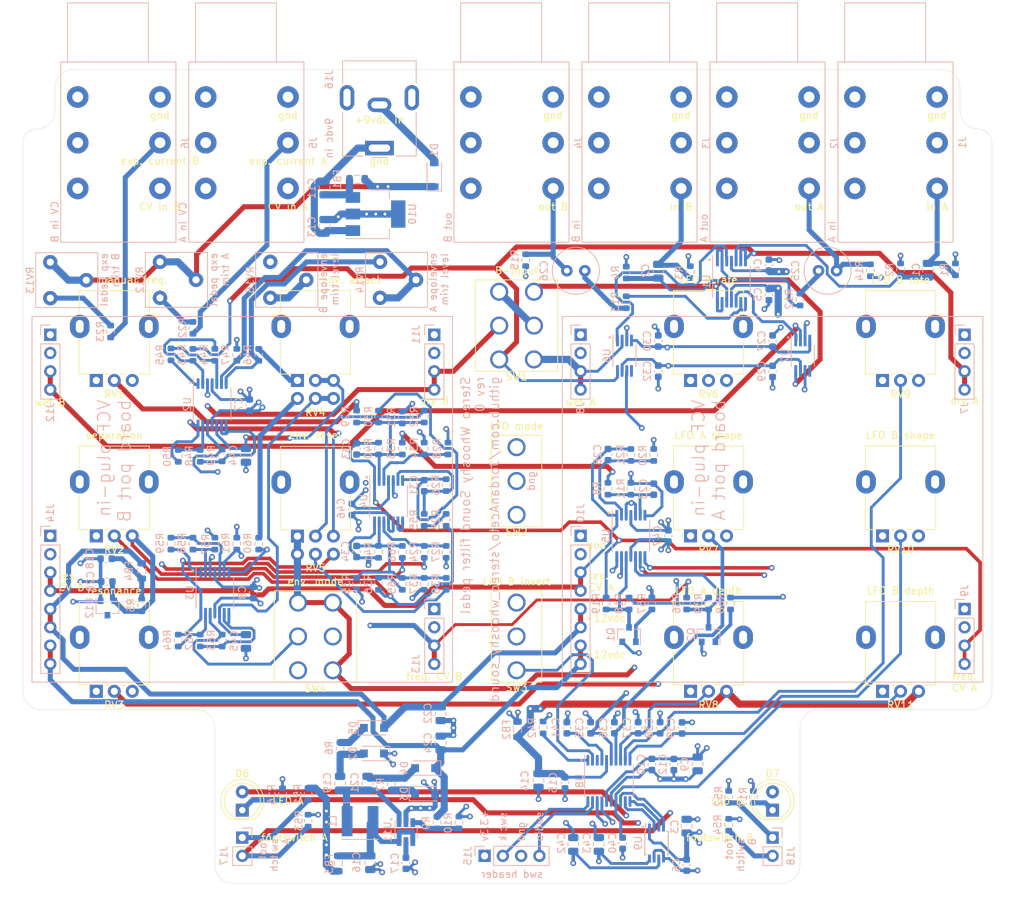
<source format=kicad_pcb>
(kicad_pcb (version 20171130) (host pcbnew 5.1.10-88a1d61d58~90~ubuntu20.04.1)
  (title_block (title "Stereo Whooshy Sound") (date 2021-08-08) (rev 0) (comment 1 creativecommons.org/licenses/by/4.0/) (comment 2 "License: CC by 4.0") (comment 3 "Author: Jordan Aceto"))
  (layers (0 Top_layer signal) (1 GND_layer power) (2 Mixed_inner_layer mixed) (31 Bottom_layer signal) (34 B.Paste user hide) (35 F.Paste user hide) (36 B.SilkS user) (37 F.SilkS user) (38 B.Mask user) (39 F.Mask user) (44 Edge.Cuts user))
  (net 0 "")
  (net 1 +3.3VA)
  (net 2 GND)
  (net 3 +3V3)
  (net 4 +12V)
  (net 5 -12V)
  (net 6 "Net-(C11-Pad1)")
  (net 7 "Net-(C16-Pad1)")
  (net 8 "Net-(C17-Pad1)")
  (net 9 "Net-(C18-Pad2)")
  (net 10 "Net-(C19-Pad2)")
  (net 11 "Net-(C19-Pad1)")
  (net 12 -5V)
  (net 13 "Net-(C21-Pad1)")
  (net 14 "Net-(C44-Pad1)")
  (net 15 /power_supply/9VDC_in)
  (net 16 +9V)
  (net 17 "Net-(D3-Pad1)")
  (net 18 "Net-(D5-Pad1)")
  (net 19 "Net-(J1-PadRN)")
  (net 20 "Net-(J1-PadR)")
  (net 21 "Net-(J1-PadSN)")
  (net 22 "Net-(J2-PadRN)")
  (net 23 "Net-(J2-PadR)")
  (net 24 "Net-(J2-PadSN)")
  (net 25 "Net-(J3-PadRN)")
  (net 26 "Net-(J3-PadR)")
  (net 27 "Net-(J3-PadSN)")
  (net 28 /wet_A)
  (net 29 "Net-(J4-PadRN)")
  (net 30 "Net-(J4-PadR)")
  (net 31 "Net-(J4-PadTN)")
  (net 32 "Net-(J4-PadSN)")
  (net 33 "Net-(J5-PadRN)")
  (net 34 "Net-(J5-PadSN)")
  (net 35 /control_voltage_generators/ext_cv_A)
  (net 36 "Net-(J6-PadRN)")
  (net 37 "Net-(J6-PadSN)")
  (net 38 /control_voltage_generators/ext_cv_B)
  (net 39 /dry_A)
  (net 40 /VCF_plug_in_board_ports/freq_CV_in_A)
  (net 41 /VCF_plug_in_board_ports/feedback_CV_in_A)
  (net 42 /dry_B)
  (net 43 /VCF_plug_in_board_ports/freq_CV_in_B)
  (net 44 "Net-(R10-Pad2)")
  (net 45 "Net-(R43-Pad1)")
  (net 46 "Net-(R44-Pad1)")
  (net 47 "Net-(R45-Pad2)")
  (net 48 "Net-(R46-Pad2)")
  (net 49 "Net-(R46-Pad1)")
  (net 50 "Net-(R47-Pad2)")
  (net 51 "Net-(R48-Pad2)")
  (net 52 "Net-(R48-Pad1)")
  (net 53 "Net-(R49-Pad1)")
  (net 54 "Net-(R50-Pad1)")
  (net 55 /control_voltage_generators/lfo/lfo_mode_sw_2)
  (net 56 /control_voltage_generators/lfo/lfo_mode_sw_1)
  (net 57 /control_voltage_generators/lfo/lfo_inv_b_sw)
  (net 58 "Net-(SW3-Pad1)")
  (net 59 +1V0)
  (net 60 "Net-(C2-Pad1)")
  (net 61 "Net-(C1-Pad1)")
  (net 62 "Net-(R13-Pad2)")
  (net 63 "Net-(R12-Pad2)")
  (net 64 /control_voltage_generators/lfo/sys_swclk)
  (net 65 /control_voltage_generators/lfo/sys_swdio)
  (net 66 /control_voltage_generators/lfo/lfo_2_depth_cv)
  (net 67 /control_voltage_generators/lfo/spi1_mosi)
  (net 68 /control_voltage_generators/lfo/spi1_dac_cs)
  (net 69 /control_voltage_generators/lfo/spi1_sck)
  (net 70 /control_voltage_generators/lfo/lfo_2_shape_cv)
  (net 71 /control_voltage_generators/lfo/lfo_2_rate_cv)
  (net 72 /control_voltage_generators/lfo/lfo_1_depth_cv)
  (net 73 /control_voltage_generators/lfo/lfo_1_shape_cv)
  (net 74 /control_voltage_generators/lfo/lfo_1_rate_cv)
  (net 75 "Net-(C41-Pad1)")
  (net 76 "Net-(R42-Pad1)")
  (net 77 /control_voltage_generators/cv_summers/manual_freq)
  (net 78 /control_voltage_generators/cv_summers/separation_A)
  (net 79 /control_voltage_generators/cv_summers/env_A)
  (net 80 "Net-(J2-PadTN)")
  (net 81 /audio_input_buffers/dry_in_A)
  (net 82 /audio_input_buffers/dry_in_B)
  (net 83 "Net-(C23-Pad2)")
  (net 84 "Net-(C25-Pad2)")
  (net 85 /audio_output_buffers/final_out_A)
  (net 86 "Net-(C26-Pad2)")
  (net 87 /audio_output_buffers/final_out_B)
  (net 88 "Net-(C28-Pad2)")
  (net 89 "Net-(C31-Pad2)")
  (net 90 "Net-(C33-Pad2)")
  (net 91 "Net-(C34-Pad2)")
  (net 92 /control_voltage_generators/cv_summers/lfo_B)
  (net 93 /control_voltage_generators/cv_summers/lfo_A)
  (net 94 "Net-(D6-Pad2)")
  (net 95 "Net-(D6-Pad1)")
  (net 96 "Net-(D7-Pad2)")
  (net 97 "Net-(D7-Pad1)")
  (net 98 /control_voltage_generators/exp_ped_ring_current_A)
  (net 99 /control_voltage_generators/exp_ped_ring_current_B)
  (net 100 /bypass_switches/wet_in_B)
  (net 101 /bypass_switches/bypass_logic_in_A)
  (net 102 /bypass_switches/bypass_logic_in_B)
  (net 103 "Net-(R22-Pad1)")
  (net 104 "Net-(R23-Pad1)")
  (net 105 /control_voltage_generators/cv_summers/env_B)
  (net 106 "Net-(SW1-Pad2)")
  (net 107 /audio_output_buffers/audio_in_B)
  (net 108 /audio_output_buffers/audio_in_A)
  (net 109 /switched_dry_B)
  (net 110 "Net-(J17-Pad1)")
  (net 111 "Net-(J18-Pad1)")
  (net 112 "Net-(C45-Pad1)")
  (net 113 "Net-(R57-Pad1)")
  (net 114 "Net-(R58-Pad1)")
  (net 115 "Net-(R59-Pad2)")
  (net 116 "Net-(R60-Pad2)")
  (net 117 "Net-(R60-Pad1)")
  (net 118 "Net-(R61-Pad2)")
  (net 119 "Net-(R62-Pad2)")
  (net 120 "Net-(R62-Pad1)")
  (net 121 "Net-(R63-Pad1)")
  (net 122 "Net-(R64-Pad1)")
  (net 123 "Net-(SW4-Pad6)")
  (net 124 "Net-(R20-Pad2)")
  (net 125 "Net-(R24-Pad1)")
  (net 126 /control_voltage_generators/cv_summers/separation_B)
  (net 127 "Net-(R28-Pad1)")
  (net 128 "Net-(R25-Pad1)")
  (net 129 "Net-(R36-Pad1)")
  (net 130 "Net-(U4-Pad8)")
  (net 131 "Net-(Q1-Pad3)")
  (net 132 "Net-(Q1-Pad1)")
  (net 133 "Net-(Q2-Pad3)")
  (net 134 "Net-(Q2-Pad1)")
  (net 135 "Net-(U8-Pad3)")
  (module Package_TO_SOT_SMD:SOT-23 (layer Bottom_layer) (at 87.376 79.756 90)
    (fp_text reference Q1 (at -0.016 -2.54 90) (layer B.SilkS) (effects (justify mirror)))
    (fp_text value MMBT3904)
    (pad 3 smd rect (at 1 0 90) (size 0.9 0.8) (layers Bottom_layer B.Paste B.Mask) (net 131 "Net-(Q1-Pad3)"))
    (pad 2 smd rect (at -1 -0.95 90) (size 0.9 0.8) (layers Bottom_layer B.Paste B.Mask) (net 2 GND))
    (pad 1 smd rect (at -1 0.95 90) (size 0.9 0.8) (layers Bottom_layer B.Paste B.Mask) (net 132 "Net-(Q1-Pad1)"))
  )
  (module Resistor_SMD:R_0603_1608Metric (layer Bottom_layer) (at 84.201 75.438 90)
    (fp_text reference R19 (at 0 -1.397 90) (layer B.SilkS) (effects (justify mirror)))
    (fp_text value 12k)
    (pad 2 smd roundrect (at 0.825 0 90) (size 0.8 0.95) (layers Bottom_layer B.Paste B.Mask) (net 40 /VCF_plug_in_board_ports/freq_CV_in_A))
    (pad 1 smd roundrect (at -0.825 0 90) (size 0.8 0.95) (layers Bottom_layer B.Paste B.Mask) (net 131 "Net-(Q1-Pad3)"))
  )
  (module Resistor_SMD:R_0603_1608Metric (layer Bottom_layer) (at 90.551 75.438 90)
    (fp_text reference R67 (at 0 -1.397 90) (layer B.SilkS) (effects (justify mirror)))
    (fp_text value 120k)
    (pad 2 smd roundrect (at 0.825 0 90) (size 0.8 0.95) (layers Bottom_layer B.Paste B.Mask) (net 101 /bypass_switches/bypass_logic_in_A))
    (pad 1 smd roundrect (at -0.825 0 90) (size 0.8 0.95) (layers Bottom_layer B.Paste B.Mask) (net 132 "Net-(Q1-Pad1)"))
  )
  (module Resistor_SMD:R_0603_1608Metric (layer Bottom_layer) (at 87.376 75.438 90)
    (fp_text reference R18 (at 0 -1.397 90) (layer B.SilkS) (effects (justify mirror)))
    (fp_text value 120k)
    (pad 2 smd roundrect (at 0.825 0 90) (size 0.8 0.95) (layers Bottom_layer B.Paste B.Mask) (net 3 +3V3))
    (pad 1 smd roundrect (at -0.825 0 90) (size 0.8 0.95) (layers Bottom_layer B.Paste B.Mask) (net 131 "Net-(Q1-Pad3)"))
  )
  (module Resistor_SMD:R_0603_1608Metric (layer Bottom_layer) (at 101.473 75.438 90)
    (fp_text reference R68 (at 0 -1.397 90) (layer B.SilkS) (effects (justify mirror)))
    (fp_text value 120k)
    (pad 2 smd roundrect (at 0.825 0 90) (size 0.8 0.95) (layers Bottom_layer B.Paste B.Mask) (net 102 /bypass_switches/bypass_logic_in_B))
    (pad 1 smd roundrect (at -0.825 0 90) (size 0.8 0.95) (layers Bottom_layer B.Paste B.Mask) (net 134 "Net-(Q2-Pad1)"))
  )
  (module Resistor_SMD:R_0603_1608Metric (layer Bottom_layer) (at 95.377 75.438 90)
    (fp_text reference R56 (at 0 -1.397 90) (layer B.SilkS) (effects (justify mirror)))
    (fp_text value 12k)
    (pad 2 smd roundrect (at 0.825 0 90) (size 0.8 0.95) (layers Bottom_layer B.Paste B.Mask) (net 43 /VCF_plug_in_board_ports/freq_CV_in_B))
    (pad 1 smd roundrect (at -0.825 0 90) (size 0.8 0.95) (layers Bottom_layer B.Paste B.Mask) (net 133 "Net-(Q2-Pad3)"))
  )
  (module Resistor_SMD:R_0603_1608Metric (layer Bottom_layer) (at 98.425 75.438 90)
    (fp_text reference R39 (at 0 -1.397 90) (layer B.SilkS) (effects (justify mirror)))
    (fp_text value 120k)
    (pad 2 smd roundrect (at 0.825 0 90) (size 0.8 0.95) (layers Bottom_layer B.Paste B.Mask) (net 3 +3V3))
    (pad 1 smd roundrect (at -0.825 0 90) (size 0.8 0.95) (layers Bottom_layer B.Paste B.Mask) (net 133 "Net-(Q2-Pad3)"))
  )
  (module Package_SO:MSOP-8_3x3mm_P0.65mm (layer Bottom_layer) (at 111.506 41.021 270)
    (fp_text reference U7 (at 0 2.45 90) (layer B.SilkS) (effects (justify mirror)))
    (fp_text value DG469EQ)
    (pad 8 smd roundrect (at 2.1125 0.975 270) (size 1.625 0.4) (layers Bottom_layer B.Paste B.Mask) (net 42 /dry_B))
    (pad 7 smd roundrect (at 2.1125 0.325 270) (size 1.625 0.4) (layers Bottom_layer B.Paste B.Mask) (net 5 -12V))
    (pad 6 smd roundrect (at 2.1125 -0.325 270) (size 1.625 0.4) (layers Bottom_layer B.Paste B.Mask) (net 102 /bypass_switches/bypass_logic_in_B))
    (pad 5 smd roundrect (at 2.1125 -0.975 270) (size 1.625 0.4) (layers Bottom_layer B.Paste B.Mask))
    (pad 4 smd roundrect (at -2.1125 -0.975 270) (size 1.625 0.4) (layers Bottom_layer B.Paste B.Mask) (net 4 +12V))
    (pad 3 smd roundrect (at -2.1125 -0.325 270) (size 1.625 0.4) (layers Bottom_layer B.Paste B.Mask) (net 2 GND))
    (pad 2 smd roundrect (at -2.1125 0.325 270) (size 1.625 0.4) (layers Bottom_layer B.Paste B.Mask) (net 100 /bypass_switches/wet_in_B))
    (pad 1 smd roundrect (at -2.1125 0.975 270) (size 1.625 0.4) (layers Bottom_layer B.Paste B.Mask) (net 107 /audio_output_buffers/audio_in_B))
  )
  (module Package_SO:MSOP-8_3x3mm_P0.65mm (layer Bottom_layer) (at 86.741 41.021 270)
    (fp_text reference U6 (at 0 2.45 90) (layer B.SilkS) (effects (justify mirror)))
    (fp_text value DG469EQ)
    (pad 1 smd roundrect (at -2.1125 0.975 270) (size 1.625 0.4) (layers Bottom_layer B.Paste B.Mask) (net 108 /audio_output_buffers/audio_in_A))
    (pad 2 smd roundrect (at -2.1125 0.325 270) (size 1.625 0.4) (layers Bottom_layer B.Paste B.Mask) (net 28 /wet_A))
    (pad 3 smd roundrect (at -2.1125 -0.325 270) (size 1.625 0.4) (layers Bottom_layer B.Paste B.Mask) (net 2 GND))
    (pad 4 smd roundrect (at -2.1125 -0.975 270) (size 1.625 0.4) (layers Bottom_layer B.Paste B.Mask) (net 4 +12V))
    (pad 5 smd roundrect (at 2.1125 -0.975 270) (size 1.625 0.4) (layers Bottom_layer B.Paste B.Mask))
    (pad 6 smd roundrect (at 2.1125 -0.325 270) (size 1.625 0.4) (layers Bottom_layer B.Paste B.Mask) (net 101 /bypass_switches/bypass_logic_in_A))
    (pad 7 smd roundrect (at 2.1125 0.325 270) (size 1.625 0.4) (layers Bottom_layer B.Paste B.Mask) (net 5 -12V))
    (pad 8 smd roundrect (at 2.1125 0.975 270) (size 1.625 0.4) (layers Bottom_layer B.Paste B.Mask) (net 39 /dry_A))
  )
  (module Package_SO:TSSOP-14_4.4x5mm_P0.65mm (layer Bottom_layer) (at 87.63 66.04 270)
    (fp_text reference U5 (at 0 3.45 90) (layer B.SilkS) (effects (justify mirror)))
    (fp_text value MCP6004)
    (pad 14 smd roundrect (at 2.8625 1.95 270) (size 1.475 0.4) (layers Bottom_layer B.Paste B.Mask) (net 94 "Net-(D6-Pad2)"))
    (pad 13 smd roundrect (at 2.8625 1.3 270) (size 1.475 0.4) (layers Bottom_layer B.Paste B.Mask) (net 95 "Net-(D6-Pad1)"))
    (pad 12 smd roundrect (at 2.8625 0.65 270) (size 1.475 0.4) (layers Bottom_layer B.Paste B.Mask) (net 131 "Net-(Q1-Pad3)"))
    (pad 11 smd roundrect (at 2.8625 0 270) (size 1.475 0.4) (layers Bottom_layer B.Paste B.Mask) (net 2 GND))
    (pad 10 smd roundrect (at 2.8625 -0.65 270) (size 1.475 0.4) (layers Bottom_layer B.Paste B.Mask) (net 133 "Net-(Q2-Pad3)"))
    (pad 9 smd roundrect (at 2.8625 -1.3 270) (size 1.475 0.4) (layers Bottom_layer B.Paste B.Mask) (net 97 "Net-(D7-Pad1)"))
    (pad 8 smd roundrect (at 2.8625 -1.95 270) (size 1.475 0.4) (layers Bottom_layer B.Paste B.Mask) (net 96 "Net-(D7-Pad2)"))
    (pad 7 smd roundrect (at -2.8625 -1.95 270) (size 1.475 0.4) (layers Bottom_layer B.Paste B.Mask) (net 59 +1V0))
    (pad 6 smd roundrect (at -2.8625 -1.3 270) (size 1.475 0.4) (layers Bottom_layer B.Paste B.Mask) (net 83 "Net-(C23-Pad2)"))
    (pad 5 smd roundrect (at -2.8625 -0.65 270) (size 1.475 0.4) (layers Bottom_layer B.Paste B.Mask) (net 2 GND))
    (pad 4 smd roundrect (at -2.8625 0 270) (size 1.475 0.4) (layers Bottom_layer B.Paste B.Mask) (net 3 +3V3))
    (pad 3 smd roundrect (at -2.8625 0.65 270) (size 1.475 0.4) (layers Bottom_layer B.Paste B.Mask) (net 2 GND))
    (pad 2 smd roundrect (at -2.8625 1.3 270) (size 1.475 0.4) (layers Bottom_layer B.Paste B.Mask) (net 88 "Net-(C28-Pad2)"))
    (pad 1 smd roundrect (at -2.8625 1.95 270) (size 1.475 0.4) (layers Bottom_layer B.Paste B.Mask) (net 41 /VCF_plug_in_board_ports/feedback_CV_in_A))
  )
  (module Package_SO:TSSOP-14_4.4x5mm_P0.65mm (layer Bottom_layer) (at 53.975 61.214 270)
    (fp_text reference U4 (at 0 3.45 90) (layer B.SilkS) (effects (justify mirror)))
    (fp_text value MCP6004)
    (pad 14 smd roundrect (at 2.8625 1.95 270) (size 1.475 0.4) (layers Bottom_layer B.Paste B.Mask) (net 43 /VCF_plug_in_board_ports/freq_CV_in_B))
    (pad 13 smd roundrect (at 2.8625 1.3 270) (size 1.475 0.4) (layers Bottom_layer B.Paste B.Mask) (net 91 "Net-(C34-Pad2)"))
    (pad 12 smd roundrect (at 2.8625 0.65 270) (size 1.475 0.4) (layers Bottom_layer B.Paste B.Mask) (net 125 "Net-(R24-Pad1)"))
    (pad 11 smd roundrect (at 2.8625 0 270) (size 1.475 0.4) (layers Bottom_layer B.Paste B.Mask) (net 2 GND))
    (pad 10 smd roundrect (at 2.8625 -0.65 270) (size 1.475 0.4) (layers Bottom_layer B.Paste B.Mask) (net 2 GND))
    (pad 9 smd roundrect (at 2.8625 -1.3 270) (size 1.475 0.4) (layers Bottom_layer B.Paste B.Mask) (net 130 "Net-(U4-Pad8)"))
    (pad 8 smd roundrect (at 2.8625 -1.95 270) (size 1.475 0.4) (layers Bottom_layer B.Paste B.Mask) (net 130 "Net-(U4-Pad8)"))
    (pad 7 smd roundrect (at -2.8625 -1.95 270) (size 1.475 0.4) (layers Bottom_layer B.Paste B.Mask) (net 78 /control_voltage_generators/cv_summers/separation_A))
    (pad 6 smd roundrect (at -2.8625 -1.3 270) (size 1.475 0.4) (layers Bottom_layer B.Paste B.Mask) (net 89 "Net-(C31-Pad2)"))
    (pad 5 smd roundrect (at -2.8625 -0.65 270) (size 1.475 0.4) (layers Bottom_layer B.Paste B.Mask) (net 2 GND))
    (pad 4 smd roundrect (at -2.8625 0 270) (size 1.475 0.4) (layers Bottom_layer B.Paste B.Mask) (net 3 +3V3))
    (pad 3 smd roundrect (at -2.8625 0.65 270) (size 1.475 0.4) (layers Bottom_layer B.Paste B.Mask) (net 127 "Net-(R28-Pad1)"))
    (pad 2 smd roundrect (at -2.8625 1.3 270) (size 1.475 0.4) (layers Bottom_layer B.Paste B.Mask) (net 90 "Net-(C33-Pad2)"))
    (pad 1 smd roundrect (at -2.8625 1.95 270) (size 1.475 0.4) (layers Bottom_layer B.Paste B.Mask) (net 40 /VCF_plug_in_board_ports/freq_CV_in_A))
  )
  (module Package_SO:TSSOP-14_4.4x5mm_P0.65mm (layer Bottom_layer) (at 29.845 73.914 270)
    (fp_text reference U3 (at 0 3.45 90) (layer B.SilkS) (effects (justify mirror)))
    (fp_text value MCP6004)
    (pad 14 smd roundrect (at 2.8625 1.95 270) (size 1.475 0.4) (layers Bottom_layer B.Paste B.Mask) (net 122 "Net-(R64-Pad1)"))
    (pad 13 smd roundrect (at 2.8625 1.3 270) (size 1.475 0.4) (layers Bottom_layer B.Paste B.Mask) (net 120 "Net-(R62-Pad1)"))
    (pad 12 smd roundrect (at 2.8625 0.65 270) (size 1.475 0.4) (layers Bottom_layer B.Paste B.Mask) (net 121 "Net-(R63-Pad1)"))
    (pad 11 smd roundrect (at 2.8625 0 270) (size 1.475 0.4) (layers Bottom_layer B.Paste B.Mask) (net 2 GND))
    (pad 10 smd roundrect (at 2.8625 -0.65 270) (size 1.475 0.4) (layers Bottom_layer B.Paste B.Mask) (net 112 "Net-(C45-Pad1)"))
    (pad 9 smd roundrect (at 2.8625 -1.3 270) (size 1.475 0.4) (layers Bottom_layer B.Paste B.Mask) (net 119 "Net-(R62-Pad2)"))
    (pad 8 smd roundrect (at 2.8625 -1.95 270) (size 1.475 0.4) (layers Bottom_layer B.Paste B.Mask) (net 119 "Net-(R62-Pad2)"))
    (pad 7 smd roundrect (at -2.8625 -1.95 270) (size 1.475 0.4) (layers Bottom_layer B.Paste B.Mask) (net 116 "Net-(R60-Pad2)"))
    (pad 6 smd roundrect (at -2.8625 -1.3 270) (size 1.475 0.4) (layers Bottom_layer B.Paste B.Mask) (net 118 "Net-(R61-Pad2)"))
    (pad 5 smd roundrect (at -2.8625 -0.65 270) (size 1.475 0.4) (layers Bottom_layer B.Paste B.Mask) (net 114 "Net-(R58-Pad1)"))
    (pad 4 smd roundrect (at -2.8625 0 270) (size 1.475 0.4) (layers Bottom_layer B.Paste B.Mask) (net 3 +3V3))
    (pad 3 smd roundrect (at -2.8625 0.65 270) (size 1.475 0.4) (layers Bottom_layer B.Paste B.Mask) (net 2 GND))
    (pad 2 smd roundrect (at -2.8625 1.3 270) (size 1.475 0.4) (layers Bottom_layer B.Paste B.Mask) (net 113 "Net-(R57-Pad1)"))
    (pad 1 smd roundrect (at -2.8625 1.95 270) (size 1.475 0.4) (layers Bottom_layer B.Paste B.Mask) (net 115 "Net-(R59-Pad2)"))
  )
  (module Package_SO:TSSOP-14_4.4x5mm_P0.65mm (layer Bottom_layer) (at 29.464 47.752 270)
    (fp_text reference U2 (at 0 3.45 90) (layer B.SilkS) (effects (justify mirror)))
    (fp_text value MCP6004)
    (pad 14 smd roundrect (at 2.8625 1.95 270) (size 1.475 0.4) (layers Bottom_layer B.Paste B.Mask) (net 54 "Net-(R50-Pad1)"))
    (pad 13 smd roundrect (at 2.8625 1.3 270) (size 1.475 0.4) (layers Bottom_layer B.Paste B.Mask) (net 52 "Net-(R48-Pad1)"))
    (pad 12 smd roundrect (at 2.8625 0.65 270) (size 1.475 0.4) (layers Bottom_layer B.Paste B.Mask) (net 53 "Net-(R49-Pad1)"))
    (pad 11 smd roundrect (at 2.8625 0 270) (size 1.475 0.4) (layers Bottom_layer B.Paste B.Mask) (net 2 GND))
    (pad 10 smd roundrect (at 2.8625 -0.65 270) (size 1.475 0.4) (layers Bottom_layer B.Paste B.Mask) (net 14 "Net-(C44-Pad1)"))
    (pad 9 smd roundrect (at 2.8625 -1.3 270) (size 1.475 0.4) (layers Bottom_layer B.Paste B.Mask) (net 51 "Net-(R48-Pad2)"))
    (pad 8 smd roundrect (at 2.8625 -1.95 270) (size 1.475 0.4) (layers Bottom_layer B.Paste B.Mask) (net 51 "Net-(R48-Pad2)"))
    (pad 7 smd roundrect (at -2.8625 -1.95 270) (size 1.475 0.4) (layers Bottom_layer B.Paste B.Mask) (net 48 "Net-(R46-Pad2)"))
    (pad 6 smd roundrect (at -2.8625 -1.3 270) (size 1.475 0.4) (layers Bottom_layer B.Paste B.Mask) (net 50 "Net-(R47-Pad2)"))
    (pad 5 smd roundrect (at -2.8625 -0.65 270) (size 1.475 0.4) (layers Bottom_layer B.Paste B.Mask) (net 46 "Net-(R44-Pad1)"))
    (pad 4 smd roundrect (at -2.8625 0 270) (size 1.475 0.4) (layers Bottom_layer B.Paste B.Mask) (net 3 +3V3))
    (pad 3 smd roundrect (at -2.8625 0.65 270) (size 1.475 0.4) (layers Bottom_layer B.Paste B.Mask) (net 2 GND))
    (pad 2 smd roundrect (at -2.8625 1.3 270) (size 1.475 0.4) (layers Bottom_layer B.Paste B.Mask) (net 45 "Net-(R43-Pad1)"))
    (pad 1 smd roundrect (at -2.8625 1.95 270) (size 1.475 0.4) (layers Bottom_layer B.Paste B.Mask) (net 47 "Net-(R45-Pad2)"))
  )
  (module Package_SO:TSSOP-14_4.4x5mm_P0.65mm (layer Bottom_layer) (at 101.6 30.734 270)
    (fp_text reference U1 (at 0 3.45 90) (layer B.SilkS) (effects (justify mirror)))
    (fp_text value TL074)
    (pad 14 smd roundrect (at 2.8625 1.95 270) (size 1.475 0.4) (layers Bottom_layer B.Paste B.Mask) (net 42 /dry_B))
    (pad 13 smd roundrect (at 2.8625 1.3 270) (size 1.475 0.4) (layers Bottom_layer B.Paste B.Mask) (net 42 /dry_B))
    (pad 12 smd roundrect (at 2.8625 0.65 270) (size 1.475 0.4) (layers Bottom_layer B.Paste B.Mask) (net 60 "Net-(C2-Pad1)"))
    (pad 11 smd roundrect (at 2.8625 0 270) (size 1.475 0.4) (layers Bottom_layer B.Paste B.Mask) (net 5 -12V))
    (pad 10 smd roundrect (at 2.8625 -0.65 270) (size 1.475 0.4) (layers Bottom_layer B.Paste B.Mask) (net 107 /audio_output_buffers/audio_in_B))
    (pad 9 smd roundrect (at 2.8625 -1.3 270) (size 1.475 0.4) (layers Bottom_layer B.Paste B.Mask) (net 62 "Net-(R13-Pad2)"))
    (pad 8 smd roundrect (at 2.8625 -1.95 270) (size 1.475 0.4) (layers Bottom_layer B.Paste B.Mask) (net 62 "Net-(R13-Pad2)"))
    (pad 7 smd roundrect (at -2.8625 -1.95 270) (size 1.475 0.4) (layers Bottom_layer B.Paste B.Mask) (net 39 /dry_A))
    (pad 6 smd roundrect (at -2.8625 -1.3 270) (size 1.475 0.4) (layers Bottom_layer B.Paste B.Mask) (net 39 /dry_A))
    (pad 5 smd roundrect (at -2.8625 -0.65 270) (size 1.475 0.4) (layers Bottom_layer B.Paste B.Mask) (net 61 "Net-(C1-Pad1)"))
    (pad 4 smd roundrect (at -2.8625 0 270) (size 1.475 0.4) (layers Bottom_layer B.Paste B.Mask) (net 4 +12V))
    (pad 3 smd roundrect (at -2.8625 0.65 270) (size 1.475 0.4) (layers Bottom_layer B.Paste B.Mask) (net 108 /audio_output_buffers/audio_in_A))
    (pad 2 smd roundrect (at -2.8625 1.3 270) (size 1.475 0.4) (layers Bottom_layer B.Paste B.Mask) (net 63 "Net-(R12-Pad2)"))
    (pad 1 smd roundrect (at -2.8625 1.95 270) (size 1.475 0.4) (layers Bottom_layer B.Paste B.Mask) (net 63 "Net-(R12-Pad2)"))
  )
  (module Package_TO_SOT_SMD:SOT-23 (layer Bottom_layer) (at 98.425 79.756 90)
    (fp_text reference Q2 (at -0.016 -2.413 90) (layer B.SilkS) (effects (justify mirror)))
    (fp_text value MMBT3904)
    (pad 3 smd rect (at 1 0 90) (size 0.9 0.8) (layers Bottom_layer B.Paste B.Mask) (net 133 "Net-(Q2-Pad3)"))
    (pad 2 smd rect (at -1 -0.95 90) (size 0.9 0.8) (layers Bottom_layer B.Paste B.Mask) (net 2 GND))
    (pad 1 smd rect (at -1 0.95 90) (size 0.9 0.8) (layers Bottom_layer B.Paste B.Mask) (net 134 "Net-(Q2-Pad1)"))
  )
  (module Connector_Audio:Jack_6.35mm_Neutrik_NRJ6HM-1_Horizontal (layer Bottom_layer) (at 22.225 17.78 90)
    (fp_text reference J6 (at 6.35 3.5 90) (layer B.SilkS) (effects (justify mirror)))
    (fp_text value NRJ6HM-1)
    (pad RN thru_hole circle (at 6.35 -11.43 90) (size 3 3) (drill 1.5) (layers *.Cu *.Mask) (net 36 "Net-(J6-PadRN)"))
    (pad R thru_hole circle (at 6.35 0 90) (size 3 3) (drill 1.5) (layers *.Cu *.Mask) (net 99 /control_voltage_generators/exp_ped_ring_current_B))
    (pad TN thru_hole circle (at 0 -11.43 90) (size 3 3) (drill 1.5) (layers *.Cu *.Mask) (net 2 GND))
    (pad SN thru_hole circle (at 12.7 -11.43 90) (size 3 3) (drill 1.5) (layers *.Cu *.Mask) (net 37 "Net-(J6-PadSN)"))
    (pad S thru_hole circle (at 12.7 0 90) (size 3 3) (drill 1.5) (layers *.Cu *.Mask) (net 2 GND))
    (pad T thru_hole circle (at 0 0 90) (size 3 3) (drill 1.5) (layers *.Cu *.Mask) (net 38 /control_voltage_generators/ext_cv_B))
  )
  (module Connector_Audio:Jack_6.35mm_Neutrik_NRJ6HM-1_Horizontal (layer Bottom_layer) (at 40.005 17.78 90)
    (fp_text reference J5 (at 6.35 3.5 90) (layer B.SilkS) (effects (justify mirror)))
    (fp_text value NRJ6HM-1)
    (pad RN thru_hole circle (at 6.35 -11.43 90) (size 3 3) (drill 1.5) (layers *.Cu *.Mask) (net 33 "Net-(J5-PadRN)"))
    (pad R thru_hole circle (at 6.35 0 90) (size 3 3) (drill 1.5) (layers *.Cu *.Mask) (net 98 /control_voltage_generators/exp_ped_ring_current_A))
    (pad TN thru_hole circle (at 0 -11.43 90) (size 3 3) (drill 1.5) (layers *.Cu *.Mask) (net 2 GND))
    (pad SN thru_hole circle (at 12.7 -11.43 90) (size 3 3) (drill 1.5) (layers *.Cu *.Mask) (net 34 "Net-(J5-PadSN)"))
    (pad S thru_hole circle (at 12.7 0 90) (size 3 3) (drill 1.5) (layers *.Cu *.Mask) (net 2 GND))
    (pad T thru_hole circle (at 0 0 90) (size 3 3) (drill 1.5) (layers *.Cu *.Mask) (net 35 /control_voltage_generators/ext_cv_A))
  )
  (module Connector_Audio:Jack_6.35mm_Neutrik_NRJ6HM-1_Horizontal (layer Bottom_layer) (at 76.835 17.78 90)
    (fp_text reference J4 (at 6.35 3.5 90) (layer B.SilkS) (effects (justify mirror)))
    (fp_text value NRJ6HM-1)
    (pad RN thru_hole circle (at 6.35 -11.43 90) (size 3 3) (drill 1.5) (layers *.Cu *.Mask) (net 29 "Net-(J4-PadRN)"))
    (pad R thru_hole circle (at 6.35 0 90) (size 3 3) (drill 1.5) (layers *.Cu *.Mask) (net 30 "Net-(J4-PadR)"))
    (pad TN thru_hole circle (at 0 -11.43 90) (size 3 3) (drill 1.5) (layers *.Cu *.Mask) (net 31 "Net-(J4-PadTN)"))
    (pad SN thru_hole circle (at 12.7 -11.43 90) (size 3 3) (drill 1.5) (layers *.Cu *.Mask) (net 32 "Net-(J4-PadSN)"))
    (pad S thru_hole circle (at 12.7 0 90) (size 3 3) (drill 1.5) (layers *.Cu *.Mask) (net 2 GND))
    (pad T thru_hole circle (at 0 0 90) (size 3 3) (drill 1.5) (layers *.Cu *.Mask) (net 87 /audio_output_buffers/final_out_B))
  )
  (module Connector_Audio:Jack_6.35mm_Neutrik_NRJ6HM-1_Horizontal (layer Bottom_layer) (at 94.615 17.78 90)
    (fp_text reference J3 (at 6.35 3.5 90) (layer B.SilkS) (effects (justify mirror)))
    (fp_text value NRJ6HM-1)
    (pad RN thru_hole circle (at 6.35 -11.43 90) (size 3 3) (drill 1.5) (layers *.Cu *.Mask) (net 25 "Net-(J3-PadRN)"))
    (pad R thru_hole circle (at 6.35 0 90) (size 3 3) (drill 1.5) (layers *.Cu *.Mask) (net 26 "Net-(J3-PadR)"))
    (pad TN thru_hole circle (at 0 -11.43 90) (size 3 3) (drill 1.5) (layers *.Cu *.Mask) (net 2 GND))
    (pad SN thru_hole circle (at 12.7 -11.43 90) (size 3 3) (drill 1.5) (layers *.Cu *.Mask) (net 27 "Net-(J3-PadSN)"))
    (pad S thru_hole circle (at 12.7 0 90) (size 3 3) (drill 1.5) (layers *.Cu *.Mask) (net 2 GND))
    (pad T thru_hole circle (at 0 0 90) (size 3 3) (drill 1.5) (layers *.Cu *.Mask) (net 82 /audio_input_buffers/dry_in_B))
  )
  (module Connector_Audio:Jack_6.35mm_Neutrik_NRJ6HM-1_Horizontal (layer Bottom_layer) (at 112.395 17.78 90)
    (fp_text reference J2 (at 6.35 3.5 90) (layer B.SilkS) (effects (justify mirror)))
    (fp_text value NRJ6HM-1)
    (pad RN thru_hole circle (at 6.35 -11.43 90) (size 3 3) (drill 1.5) (layers *.Cu *.Mask) (net 22 "Net-(J2-PadRN)"))
    (pad R thru_hole circle (at 6.35 0 90) (size 3 3) (drill 1.5) (layers *.Cu *.Mask) (net 23 "Net-(J2-PadR)"))
    (pad TN thru_hole circle (at 0 -11.43 90) (size 3 3) (drill 1.5) (layers *.Cu *.Mask) (net 80 "Net-(J2-PadTN)"))
    (pad SN thru_hole circle (at 12.7 -11.43 90) (size 3 3) (drill 1.5) (layers *.Cu *.Mask) (net 24 "Net-(J2-PadSN)"))
    (pad S thru_hole circle (at 12.7 0 90) (size 3 3) (drill 1.5) (layers *.Cu *.Mask) (net 2 GND))
    (pad T thru_hole circle (at 0 0 90) (size 3 3) (drill 1.5) (layers *.Cu *.Mask) (net 85 /audio_output_buffers/final_out_A))
  )
  (module Connector_Audio:Jack_6.35mm_Neutrik_NRJ6HM-1_Horizontal (layer Bottom_layer) (at 130.175 17.78 90)
    (fp_text reference J1 (at 6.35 3.5 90) (layer B.SilkS) (effects (justify mirror)))
    (fp_text value NRJ6HM-1)
    (pad RN thru_hole circle (at 6.35 -11.43 90) (size 3 3) (drill 1.5) (layers *.Cu *.Mask) (net 19 "Net-(J1-PadRN)"))
    (pad R thru_hole circle (at 6.35 0 90) (size 3 3) (drill 1.5) (layers *.Cu *.Mask) (net 20 "Net-(J1-PadR)"))
    (pad TN thru_hole circle (at 0 -11.43 90) (size 3 3) (drill 1.5) (layers *.Cu *.Mask) (net 2 GND))
    (pad SN thru_hole circle (at 12.7 -11.43 90) (size 3 3) (drill 1.5) (layers *.Cu *.Mask) (net 21 "Net-(J1-PadSN)"))
    (pad S thru_hole circle (at 12.7 0 90) (size 3 3) (drill 1.5) (layers *.Cu *.Mask) (net 2 GND))
    (pad T thru_hole circle (at 0 0 90) (size 3 3) (drill 1.5) (layers *.Cu *.Mask) (net 81 /audio_input_buffers/dry_in_A))
  )
  (module custom_footprints:bourns_3306F (layer Bottom_layer) (at 37.545 30.48 270)
    (fp_text reference RV15 (at 0 2.794 90) (layer B.SilkS) (effects (justify mirror)))
    (fp_text value "100k trim")
    (pad 2 thru_hole circle (at 0 -5 270) (size 2 2) (drill 1) (layers *.Cu *.Mask) (net 118 "Net-(R61-Pad2)"))
    (pad 3 thru_hole circle (at 2.5 0 270) (size 2 2) (drill 1) (layers *.Cu *.Mask) (net 118 "Net-(R61-Pad2)"))
    (pad 1 thru_hole circle (at -2.5 0 270) (size 2 2) (drill 1) (layers *.Cu *.Mask) (net 116 "Net-(R60-Pad2)"))
  )
  (module custom_footprints:bourns_3306F (layer Bottom_layer) (at 52.785 30.48 270)
    (fp_text reference RV14 (at 0 2.794 90) (layer B.SilkS) (effects (justify mirror)))
    (fp_text value "100k trim")
    (pad 2 thru_hole circle (at 0 -5 270) (size 2 2) (drill 1) (layers *.Cu *.Mask) (net 50 "Net-(R47-Pad2)"))
    (pad 3 thru_hole circle (at 2.5 0 270) (size 2 2) (drill 1) (layers *.Cu *.Mask) (net 50 "Net-(R47-Pad2)"))
    (pad 1 thru_hole circle (at -2.5 0 270) (size 2 2) (drill 1) (layers *.Cu *.Mask) (net 48 "Net-(R46-Pad2)"))
  )
  (module custom_footprints:bourns_3306F (layer Bottom_layer) (at 6.985 30.52 270)
    (fp_text reference RV13 (at 0 2.794 90) (layer B.SilkS) (effects (justify mirror)))
    (fp_text value "100k trim")
    (pad 2 thru_hole circle (at 0 -5 270) (size 2 2) (drill 1) (layers *.Cu *.Mask) (net 16 +9V))
    (pad 3 thru_hole circle (at 2.5 0 270) (size 2 2) (drill 1) (layers *.Cu *.Mask) (net 104 "Net-(R23-Pad1)"))
    (pad 1 thru_hole circle (at -2.5 0 270) (size 2 2) (drill 1) (layers *.Cu *.Mask) (net 16 +9V))
  )
  (module custom_footprints:bourns_3306F (layer Bottom_layer) (at 22.225 30.48 270)
    (fp_text reference RV12 (at 0 2.794 90) (layer B.SilkS) (effects (justify mirror)))
    (fp_text value "100k trim")
    (pad 2 thru_hole circle (at 0 -5 270) (size 2 2) (drill 1) (layers *.Cu *.Mask) (net 16 +9V))
    (pad 3 thru_hole circle (at 2.5 0 270) (size 2 2) (drill 1) (layers *.Cu *.Mask) (net 103 "Net-(R22-Pad1)"))
    (pad 1 thru_hole circle (at -2.5 0 270) (size 2 2) (drill 1) (layers *.Cu *.Mask) (net 16 +9V))
  )
  (module Resistor_SMD:R_0603_1608Metric (layer Bottom_layer) (at 55.88 68.262 270)
    (fp_text reference R66 (at 0 1.43 90) (layer B.SilkS) (effects (justify mirror)))
    (fp_text value 300k)
    (pad 2 smd roundrect (at 0.825 0 270) (size 0.8 0.95) (layers Bottom_layer B.Paste B.Mask) (net 12 -5V))
    (pad 1 smd roundrect (at -0.825 0 270) (size 0.8 0.95) (layers Bottom_layer B.Paste B.Mask) (net 91 "Net-(C34-Pad2)"))
  )
  (module Resistor_SMD:R_0603_1608Metric (layer Bottom_layer) (at 55.88 72.707 270)
    (fp_text reference R65 (at 0 1.43 90) (layer B.SilkS) (effects (justify mirror)))
    (fp_text value 300k)
    (pad 2 smd roundrect (at 0.825 0 270) (size 0.8 0.95) (layers Bottom_layer B.Paste B.Mask) (net 129 "Net-(R36-Pad1)"))
    (pad 1 smd roundrect (at -0.825 0 270) (size 0.8 0.95) (layers Bottom_layer B.Paste B.Mask) (net 91 "Net-(C34-Pad2)"))
  )
  (module Resistor_SMD:R_0603_1608Metric (layer Bottom_layer) (at 58.928 63.817 270)
    (fp_text reference R55 (at 0 1.43 90) (layer B.SilkS) (effects (justify mirror)))
    (fp_text value 300k)
    (pad 2 smd roundrect (at 0.825 0 270) (size 0.8 0.95) (layers Bottom_layer B.Paste B.Mask) (net 128 "Net-(R25-Pad1)"))
    (pad 1 smd roundrect (at -0.825 0 270) (size 0.8 0.95) (layers Bottom_layer B.Paste B.Mask) (net 89 "Net-(C31-Pad2)"))
  )
  (module Resistor_SMD:R_0603_1608Metric (layer Bottom_layer) (at 62.23 53.912 90)
    (fp_text reference R28 (at 0 -1.524 90) (layer B.SilkS) (effects (justify mirror)))
    (fp_text value 10k)
    (pad 2 smd roundrect (at 0.825 0 90) (size 0.8 0.95) (layers Bottom_layer B.Paste B.Mask) (net 2 GND))
    (pad 1 smd roundrect (at -0.825 0 90) (size 0.8 0.95) (layers Bottom_layer B.Paste B.Mask) (net 127 "Net-(R28-Pad1)"))
  )
  (module Resistor_SMD:R_0603_1608Metric (layer Bottom_layer) (at 61.976 68.262 270)
    (fp_text reference R27 (at 0 1.43 90) (layer B.SilkS) (effects (justify mirror)))
    (fp_text value 12k)
    (pad 2 smd roundrect (at 0.825 0 270) (size 0.8 0.95) (layers Bottom_layer B.Paste B.Mask) (net 2 GND))
    (pad 1 smd roundrect (at -0.825 0 270) (size 0.8 0.95) (layers Bottom_layer B.Paste B.Mask) (net 125 "Net-(R24-Pad1)"))
  )
  (module Resistor_SMD:R_0603_1608Metric (layer Bottom_layer) (at 58.928 68.262 270)
    (fp_text reference R24 (at 0 1.43 90) (layer B.SilkS) (effects (justify mirror)))
    (fp_text value 100k)
    (pad 2 smd roundrect (at 0.825 0 270) (size 0.8 0.95) (layers Bottom_layer B.Paste B.Mask) (net 38 /control_voltage_generators/ext_cv_B))
    (pad 1 smd roundrect (at -0.825 0 270) (size 0.8 0.95) (layers Bottom_layer B.Paste B.Mask) (net 125 "Net-(R24-Pad1)"))
  )
  (module Resistor_SMD:R_0603_1608Metric (layer Bottom_layer) (at 101.219 106.172 90)
    (fp_text reference R54 (at 0 -1.524 90) (layer B.SilkS) (effects (justify mirror)))
    (fp_text value 1M)
    (pad 2 smd roundrect (at 0.825 0 90) (size 0.8 0.95) (layers Bottom_layer B.Paste B.Mask) (net 2 GND))
    (pad 1 smd roundrect (at -0.825 0 90) (size 0.8 0.95) (layers Bottom_layer B.Paste B.Mask) (net 102 /bypass_switches/bypass_logic_in_B))
  )
  (module Resistor_SMD:R_0603_1608Metric (layer Bottom_layer) (at 42.799 105.601 90)
    (fp_text reference R53 (at 0 -1.27 90) (layer B.SilkS) (effects (justify mirror)))
    (fp_text value 1M)
    (pad 2 smd roundrect (at 0.825 0 90) (size 0.8 0.95) (layers Bottom_layer B.Paste B.Mask) (net 2 GND))
    (pad 1 smd roundrect (at -0.825 0 90) (size 0.8 0.95) (layers Bottom_layer B.Paste B.Mask) (net 101 /bypass_switches/bypass_logic_in_A))
  )
  (module Capacitor_SMD:C_0603_1608Metric (layer Bottom_layer) (at 91.44 43.167 90)
    (fp_text reference C32 (at 0.013 -1.524 90) (layer B.SilkS) (effects (justify mirror)))
    (fp_text value 100n)
    (pad 2 smd roundrect (at 0.775 0 90) (size 0.9 0.95) (layers Bottom_layer B.Paste B.Mask) (net 5 -12V))
    (pad 1 smd roundrect (at -0.775 0 90) (size 0.9 0.95) (layers Bottom_layer B.Paste B.Mask) (net 2 GND))
  )
  (module Capacitor_SMD:C_0603_1608Metric (layer Bottom_layer) (at 91.44 38.976 90)
    (fp_text reference C30 (at 0 -1.524 90) (layer B.SilkS) (effects (justify mirror)))
    (fp_text value 100n)
    (pad 2 smd roundrect (at 0.775 0 90) (size 0.9 0.95) (layers Bottom_layer B.Paste B.Mask) (net 2 GND))
    (pad 1 smd roundrect (at -0.775 0 90) (size 0.9 0.95) (layers Bottom_layer B.Paste B.Mask) (net 4 +12V))
  )
  (module Capacitor_SMD:C_0603_1608Metric (layer Bottom_layer) (at 107.315 43.193 90)
    (fp_text reference C29 (at 0.013 -1.524 90) (layer B.SilkS) (effects (justify mirror)))
    (fp_text value 100n)
    (pad 2 smd roundrect (at 0.775 0 90) (size 0.9 0.95) (layers Bottom_layer B.Paste B.Mask) (net 5 -12V))
    (pad 1 smd roundrect (at -0.775 0 90) (size 0.9 0.95) (layers Bottom_layer B.Paste B.Mask) (net 2 GND))
  )
  (module Capacitor_SMD:C_0603_1608Metric (layer Bottom_layer) (at 107.315 38.976 90)
    (fp_text reference C27 (at 0 -1.524 90) (layer B.SilkS) (effects (justify mirror)))
    (fp_text value 100n)
    (pad 2 smd roundrect (at 0.775 0 90) (size 0.9 0.95) (layers Bottom_layer B.Paste B.Mask) (net 2 GND))
    (pad 1 smd roundrect (at -0.775 0 90) (size 0.9 0.95) (layers Bottom_layer B.Paste B.Mask) (net 4 +12V))
  )
  (module Capacitor_SMD:C_0603_1608Metric (layer Bottom_layer) (at 92.837 66.053 270)
    (fp_text reference C47 (at 0 1.524 90) (layer B.SilkS) (effects (justify mirror)))
    (fp_text value 100n)
    (pad 2 smd roundrect (at 0.775 0 270) (size 0.9 0.95) (layers Bottom_layer B.Paste B.Mask) (net 2 GND))
    (pad 1 smd roundrect (at -0.775 0 270) (size 0.9 0.95) (layers Bottom_layer B.Paste B.Mask) (net 3 +3V3))
  )
  (module Capacitor_SMD:C_0603_1608Metric (layer Bottom_layer) (at 48.895 62.37 270)
    (fp_text reference C46 (at -0.127 1.524 90) (layer B.SilkS) (effects (justify mirror)))
    (fp_text value 100n)
    (pad 2 smd roundrect (at 0.775 0 270) (size 0.9 0.95) (layers Bottom_layer B.Paste B.Mask) (net 2 GND))
    (pad 1 smd roundrect (at -0.775 0 270) (size 0.9 0.95) (layers Bottom_layer B.Paste B.Mask) (net 3 +3V3))
  )
  (module Resistor_SMD:R_0603_1608Metric (layer Bottom_layer) (at 24.765 80.581 270)
    (fp_text reference R64 (at -0.063 1.524 90) (layer B.SilkS) (effects (justify mirror)))
    (fp_text value 100k)
    (pad 2 smd roundrect (at 0.825 0 270) (size 0.8 0.95) (layers Bottom_layer B.Paste B.Mask) (net 120 "Net-(R62-Pad1)"))
    (pad 1 smd roundrect (at -0.825 0 270) (size 0.8 0.95) (layers Bottom_layer B.Paste B.Mask) (net 122 "Net-(R64-Pad1)"))
  )
  (module Resistor_SMD:R_0603_1608Metric (layer Bottom_layer) (at 30.861 80.581 270)
    (fp_text reference R63 (at -0.064 1.524 90) (layer B.SilkS) (effects (justify mirror)))
    (fp_text value 100k)
    (pad 2 smd roundrect (at 0.825 0 270) (size 0.8 0.95) (layers Bottom_layer B.Paste B.Mask) (net 119 "Net-(R62-Pad2)"))
    (pad 1 smd roundrect (at -0.825 0 270) (size 0.8 0.95) (layers Bottom_layer B.Paste B.Mask) (net 121 "Net-(R63-Pad1)"))
  )
  (module Resistor_SMD:R_0603_1608Metric (layer Bottom_layer) (at 27.813 80.581 270)
    (fp_text reference R62 (at -0.063 1.524 90) (layer B.SilkS) (effects (justify mirror)))
    (fp_text value 100k)
    (pad 2 smd roundrect (at 0.825 0 270) (size 0.8 0.95) (layers Bottom_layer B.Paste B.Mask) (net 119 "Net-(R62-Pad2)"))
    (pad 1 smd roundrect (at -0.825 0 270) (size 0.8 0.95) (layers Bottom_layer B.Paste B.Mask) (net 120 "Net-(R62-Pad1)"))
  )
  (module Resistor_SMD:R_0603_1608Metric (layer Bottom_layer) (at 32.893 67.119 270)
    (fp_text reference R61 (at -0.063 1.524 90) (layer B.SilkS) (effects (justify mirror)))
    (fp_text value 1k2)
    (pad 2 smd roundrect (at 0.825 0 270) (size 0.8 0.95) (layers Bottom_layer B.Paste B.Mask) (net 118 "Net-(R61-Pad2)"))
    (pad 1 smd roundrect (at -0.825 0 270) (size 0.8 0.95) (layers Bottom_layer B.Paste B.Mask) (net 2 GND))
  )
  (module Resistor_SMD:R_0603_1608Metric (layer Bottom_layer) (at 35.941 67.119 270)
    (fp_text reference R60 (at -0.063 1.524 90) (layer B.SilkS) (effects (justify mirror)))
    (fp_text value 4k7)
    (pad 2 smd roundrect (at 0.825 0 270) (size 0.8 0.95) (layers Bottom_layer B.Paste B.Mask) (net 116 "Net-(R60-Pad2)"))
    (pad 1 smd roundrect (at -0.825 0 270) (size 0.8 0.95) (layers Bottom_layer B.Paste B.Mask) (net 117 "Net-(R60-Pad1)"))
  )
  (module Resistor_SMD:R_0603_1608Metric (layer Bottom_layer) (at 23.749 67.119 270)
    (fp_text reference R59 (at -0.063 1.524 90) (layer B.SilkS) (effects (justify mirror)))
    (fp_text value 30k)
    (pad 2 smd roundrect (at 0.825 0 270) (size 0.8 0.95) (layers Bottom_layer B.Paste B.Mask) (net 115 "Net-(R59-Pad2)"))
    (pad 1 smd roundrect (at -0.825 0 270) (size 0.8 0.95) (layers Bottom_layer B.Paste B.Mask) (net 114 "Net-(R58-Pad1)"))
  )
  (module Resistor_SMD:R_0603_1608Metric (layer Bottom_layer) (at 26.797 67.119 270)
    (fp_text reference R58 (at -0.063 1.524 90) (layer B.SilkS) (effects (justify mirror)))
    (fp_text value 10k)
    (pad 2 smd roundrect (at 0.825 0 270) (size 0.8 0.95) (layers Bottom_layer B.Paste B.Mask) (net 113 "Net-(R57-Pad1)"))
    (pad 1 smd roundrect (at -0.825 0 270) (size 0.8 0.95) (layers Bottom_layer B.Paste B.Mask) (net 114 "Net-(R58-Pad1)"))
  )
  (module Resistor_SMD:R_0603_1608Metric (layer Bottom_layer) (at 29.845 67.119 90)
    (fp_text reference R57 (at -0.063 -1.27 90) (layer B.SilkS) (effects (justify mirror)))
    (fp_text value 20k)
    (pad 2 smd roundrect (at 0.825 0 90) (size 0.8 0.95) (layers Bottom_layer B.Paste B.Mask) (net 109 /switched_dry_B))
    (pad 1 smd roundrect (at -0.825 0 90) (size 0.8 0.95) (layers Bottom_layer B.Paste B.Mask) (net 113 "Net-(R57-Pad1)"))
  )
  (module Capacitor_SMD:C_0805_2012Metric (layer Bottom_layer) (at 34.163 80.706 270)
    (fp_text reference C45 (at -0.061 1.651 90) (layer B.SilkS) (effects (justify mirror)))
    (fp_text value 470n)
    (pad 2 smd roundrect (at 0.95 0 270) (size 1 1.45) (layers Bottom_layer B.Paste B.Mask) (net 2 GND))
    (pad 1 smd roundrect (at -0.95 0 270) (size 1 1.45) (layers Bottom_layer B.Paste B.Mask) (net 112 "Net-(C45-Pad1)"))
  )
  (module Resistor_SMD:R_0603_1608Metric (layer Bottom_layer) (at 101.219 102.299 270)
    (fp_text reference R52 (at -0.064 1.397 90) (layer B.SilkS) (effects (justify mirror)))
    (fp_text value 10k)
    (pad 2 smd roundrect (at 0.825 0 270) (size 0.8 0.95) (layers Bottom_layer B.Paste B.Mask) (net 111 "Net-(J18-Pad1)"))
    (pad 1 smd roundrect (at -0.825 0 270) (size 0.8 0.95) (layers Bottom_layer B.Paste B.Mask) (net 16 +9V))
  )
  (module Resistor_SMD:R_0603_1608Metric (layer Bottom_layer) (at 42.799 101.917 270)
    (fp_text reference R51 (at 0 1.43 90) (layer B.SilkS) (effects (justify mirror)))
    (fp_text value 10k)
    (pad 2 smd roundrect (at 0.825 0 270) (size 0.8 0.95) (layers Bottom_layer B.Paste B.Mask) (net 110 "Net-(J17-Pad1)"))
    (pad 1 smd roundrect (at -0.825 0 270) (size 0.8 0.95) (layers Bottom_layer B.Paste B.Mask) (net 16 +9V))
  )
  (module Capacitor_SMD:C_0805_2012Metric (layer Bottom_layer) (at 91.44 29.276 90)
    (fp_text reference C2 (at 0.066 -1.778 90) (layer B.SilkS) (effects (justify mirror)))
    (fp_text value 4n7)
    (pad 2 smd roundrect (at 0.95 0 90) (size 1 1.45) (layers Bottom_layer B.Paste B.Mask) (net 82 /audio_input_buffers/dry_in_B))
    (pad 1 smd roundrect (at -0.95 0 90) (size 1 1.45) (layers Bottom_layer B.Paste B.Mask) (net 60 "Net-(C2-Pad1)"))
  )
  (module Capacitor_SMD:C_0805_2012Metric (layer Bottom_layer) (at 128.905 29.144 90)
    (fp_text reference C1 (at 0.061 -1.651 90) (layer B.SilkS) (effects (justify mirror)))
    (fp_text value 4n7)
    (pad 2 smd roundrect (at 0.95 0 90) (size 1 1.45) (layers Bottom_layer B.Paste B.Mask) (net 81 /audio_input_buffers/dry_in_A))
    (pad 1 smd roundrect (at -0.95 0 90) (size 1 1.45) (layers Bottom_layer B.Paste B.Mask) (net 61 "Net-(C1-Pad1)"))
  )
  (module Connector_BarrelJack:BarrelJack_CUI_PJ-063AH_Horizontal (layer Bottom_layer) (at 52.705 12.175)
    (fp_text reference J16 (at -6.985 -9.525 90) (layer B.SilkS) (effects (justify mirror)))
    (fp_text value Jack-DC)
    (pad "" np_thru_hole circle (at 0 -9) (size 1.6 1.6) (drill 1.6) (layers *.Cu *.Mask))
    (pad MP thru_hole oval (at 4.5 -7) (size 2 3.5) (drill oval 1 2.5) (layers *.Cu *.Mask))
    (pad MP thru_hole oval (at -4.5 -7) (size 2 3.5) (drill oval 1 2.5) (layers *.Cu *.Mask))
    (pad 2 thru_hole oval (at 0 -6) (size 3.3 2) (drill oval 2.3 1) (layers *.Cu *.Mask) (net 15 /power_supply/9VDC_in))
    (pad 1 thru_hole rect (at 0 0) (size 4 2) (drill oval 3 1) (layers *.Cu *.Mask) (net 2 GND))
  )
  (module Package_SO:TSSOP-8_3x3mm_P0.65mm (layer Bottom_layer) (at 91.186 108.712 270)
    (fp_text reference U9 (at 0 2.54 270) (layer B.SilkS) (effects (justify mirror)))
    (fp_text value MCP4822)
    (pad 8 smd rect (at 2.15 0.975 270) (size 1.1 0.4) (layers Bottom_layer B.Paste B.Mask) (net 93 /control_voltage_generators/cv_summers/lfo_A))
    (pad 7 smd rect (at 2.15 0.325 270) (size 1.1 0.4) (layers Bottom_layer B.Paste B.Mask) (net 2 GND))
    (pad 6 smd rect (at 2.15 -0.325 270) (size 1.1 0.4) (layers Bottom_layer B.Paste B.Mask) (net 92 /control_voltage_generators/cv_summers/lfo_B))
    (pad 5 smd rect (at 2.15 -0.975 270) (size 1.1 0.4) (layers Bottom_layer B.Paste B.Mask) (net 2 GND))
    (pad 4 smd rect (at -2.15 -0.975 270) (size 1.1 0.4) (layers Bottom_layer B.Paste B.Mask) (net 67 /control_voltage_generators/lfo/spi1_mosi))
    (pad 3 smd rect (at -2.15 -0.325 270) (size 1.1 0.4) (layers Bottom_layer B.Paste B.Mask) (net 69 /control_voltage_generators/lfo/spi1_sck))
    (pad 2 smd rect (at -2.15 0.325 270) (size 1.1 0.4) (layers Bottom_layer B.Paste B.Mask) (net 68 /control_voltage_generators/lfo/spi1_dac_cs))
    (pad 1 smd rect (at -2.15 0.975 270) (size 1.1 0.4) (layers Bottom_layer B.Paste B.Mask) (net 3 +3V3))
  )
  (module Package_SO:TSSOP-20_4.4x6.5mm_P0.65mm (layer Bottom_layer) (at 84.582 100.076 270)
    (fp_text reference U8 (at 0 4.064 270) (layer B.SilkS) (effects (justify mirror)))
    (fp_text value STM32L031F4Px)
    (pad 20 smd roundrect (at 2.8625 2.925 270) (size 1.475 0.4) (layers Bottom_layer B.Paste B.Mask) (net 64 /control_voltage_generators/lfo/sys_swclk))
    (pad 19 smd roundrect (at 2.8625 2.275 270) (size 1.475 0.4) (layers Bottom_layer B.Paste B.Mask) (net 65 /control_voltage_generators/lfo/sys_swdio))
    (pad 18 smd roundrect (at 2.8625 1.625 270) (size 1.475 0.4) (layers Bottom_layer B.Paste B.Mask) (net 55 /control_voltage_generators/lfo/lfo_mode_sw_2))
    (pad 17 smd roundrect (at 2.8625 0.975 270) (size 1.475 0.4) (layers Bottom_layer B.Paste B.Mask) (net 56 /control_voltage_generators/lfo/lfo_mode_sw_1))
    (pad 16 smd roundrect (at 2.8625 0.325 270) (size 1.475 0.4) (layers Bottom_layer B.Paste B.Mask) (net 3 +3V3))
    (pad 15 smd roundrect (at 2.8625 -0.325 270) (size 1.475 0.4) (layers Bottom_layer B.Paste B.Mask) (net 2 GND))
    (pad 14 smd roundrect (at 2.8625 -0.975 270) (size 1.475 0.4) (layers Bottom_layer B.Paste B.Mask) (net 66 /control_voltage_generators/lfo/lfo_2_depth_cv))
    (pad 13 smd roundrect (at 2.8625 -1.625 270) (size 1.475 0.4) (layers Bottom_layer B.Paste B.Mask) (net 67 /control_voltage_generators/lfo/spi1_mosi))
    (pad 12 smd roundrect (at 2.8625 -2.275 270) (size 1.475 0.4) (layers Bottom_layer B.Paste B.Mask) (net 68 /control_voltage_generators/lfo/spi1_dac_cs))
    (pad 11 smd roundrect (at 2.8625 -2.925 270) (size 1.475 0.4) (layers Bottom_layer B.Paste B.Mask) (net 69 /control_voltage_generators/lfo/spi1_sck))
    (pad 10 smd roundrect (at -2.8625 -2.925 270) (size 1.475 0.4) (layers Bottom_layer B.Paste B.Mask) (net 70 /control_voltage_generators/lfo/lfo_2_shape_cv))
    (pad 9 smd roundrect (at -2.8625 -2.275 270) (size 1.475 0.4) (layers Bottom_layer B.Paste B.Mask) (net 71 /control_voltage_generators/lfo/lfo_2_rate_cv))
    (pad 8 smd roundrect (at -2.8625 -1.625 270) (size 1.475 0.4) (layers Bottom_layer B.Paste B.Mask) (net 72 /control_voltage_generators/lfo/lfo_1_depth_cv))
    (pad 7 smd roundrect (at -2.8625 -0.975 270) (size 1.475 0.4) (layers Bottom_layer B.Paste B.Mask) (net 73 /control_voltage_generators/lfo/lfo_1_shape_cv))
    (pad 6 smd roundrect (at -2.8625 -0.325 270) (size 1.475 0.4) (layers Bottom_layer B.Paste B.Mask) (net 74 /control_voltage_generators/lfo/lfo_1_rate_cv))
    (pad 5 smd roundrect (at -2.8625 0.325 270) (size 1.475 0.4) (layers Bottom_layer B.Paste B.Mask) (net 1 +3.3VA))
    (pad 4 smd roundrect (at -2.8625 0.975 270) (size 1.475 0.4) (layers Bottom_layer B.Paste B.Mask) (net 75 "Net-(C41-Pad1)"))
    (pad 3 smd roundrect (at -2.8625 1.625 270) (size 1.475 0.4) (layers Bottom_layer B.Paste B.Mask) (net 135 "Net-(U8-Pad3)"))
    (pad 2 smd roundrect (at -2.8625 2.275 270) (size 1.475 0.4) (layers Bottom_layer B.Paste B.Mask) (net 57 /control_voltage_generators/lfo/lfo_inv_b_sw))
    (pad 1 smd roundrect (at -2.8625 2.925 270) (size 1.475 0.4) (layers Bottom_layer B.Paste B.Mask) (net 76 "Net-(R42-Pad1)"))
  )
  (module Package_TO_SOT_SMD:SOT-23 (layer Bottom_layer) (at 14.925 76.057 270)
    (fp_text reference U12 (at 0 2.5 90) (layer B.SilkS) (effects (justify mirror)))
    (fp_text value LM4040DBZ-5)
    (pad 1 smd rect (at -1 0.95 270) (size 0.9 0.8) (layers Bottom_layer B.Paste B.Mask) (net 2 GND))
    (pad 2 smd rect (at -1 -0.95 270) (size 0.9 0.8) (layers Bottom_layer B.Paste B.Mask) (net 12 -5V))
    (pad 3 smd rect (at 1 0 270) (size 0.9 0.8) (layers Bottom_layer B.Paste B.Mask))
  )
  (module Package_TO_SOT_SMD:TSOT-23-6 (layer Bottom_layer) (at 56.388 107.188 270)
    (fp_text reference U11 (at 0 2.54 90) (layer B.SilkS) (effects (justify mirror)))
    (fp_text value LT3467A)
    (pad 6 smd rect (at 1.31 0.95 270) (size 1.22 0.65) (layers Bottom_layer B.Paste B.Mask) (net 7 "Net-(C16-Pad1)"))
    (pad 5 smd rect (at 1.31 0 270) (size 1.22 0.65) (layers Bottom_layer B.Paste B.Mask) (net 8 "Net-(C17-Pad1)"))
    (pad 4 smd rect (at 1.31 -0.95 270) (size 1.22 0.65) (layers Bottom_layer B.Paste B.Mask) (net 7 "Net-(C16-Pad1)"))
    (pad 3 smd rect (at -1.31 -0.95 270) (size 1.22 0.65) (layers Bottom_layer B.Paste B.Mask) (net 44 "Net-(R10-Pad2)"))
    (pad 2 smd rect (at -1.31 0 270) (size 1.22 0.65) (layers Bottom_layer B.Paste B.Mask) (net 2 GND))
    (pad 1 smd rect (at -1.31 0.95 270) (size 1.22 0.65) (layers Bottom_layer B.Paste B.Mask) (net 11 "Net-(C19-Pad1)"))
  )
  (module Package_TO_SOT_SMD:SOT-223-3_TabPin2 (layer Bottom_layer) (at 52.172 21.336)
    (fp_text reference U10 (at 5.105 0 90) (layer B.SilkS) (effects (justify mirror)))
    (fp_text value LT1117-3.3)
    (pad 1 smd rect (at -3.15 2.3) (size 2 1.5) (layers Bottom_layer B.Paste B.Mask) (net 2 GND))
    (pad 3 smd rect (at -3.15 -2.3) (size 2 1.5) (layers Bottom_layer B.Paste B.Mask) (net 6 "Net-(C11-Pad1)"))
    (pad 2 smd rect (at -3.15 0) (size 2 1.5) (layers Bottom_layer B.Paste B.Mask) (net 3 +3V3))
    (pad 2 smd rect (at 3.15 0) (size 2 3.8) (layers Bottom_layer B.Paste B.Mask) (net 3 +3V3))
  )
  (module Resistor_SMD:R_0603_1608Metric (layer Bottom_layer) (at 24.765 54.927 90)
    (fp_text reference R50 (at -0.064 -1.524 90) (layer B.SilkS) (effects (justify mirror)))
    (fp_text value 100k)
    (pad 2 smd roundrect (at 0.825 0 90) (size 0.8 0.95) (layers Bottom_layer B.Paste B.Mask) (net 52 "Net-(R48-Pad1)"))
    (pad 1 smd roundrect (at -0.825 0 90) (size 0.8 0.95) (layers Bottom_layer B.Paste B.Mask) (net 54 "Net-(R50-Pad1)"))
  )
  (module Resistor_SMD:R_0603_1608Metric (layer Bottom_layer) (at 30.861 54.864 270)
    (fp_text reference R49 (at 0 1.524 90) (layer B.SilkS) (effects (justify mirror)))
    (fp_text value 100k)
    (pad 2 smd roundrect (at 0.825 0 270) (size 0.8 0.95) (layers Bottom_layer B.Paste B.Mask) (net 51 "Net-(R48-Pad2)"))
    (pad 1 smd roundrect (at -0.825 0 270) (size 0.8 0.95) (layers Bottom_layer B.Paste B.Mask) (net 53 "Net-(R49-Pad1)"))
  )
  (module Resistor_SMD:R_0603_1608Metric (layer Bottom_layer) (at 27.813 54.927 270)
    (fp_text reference R48 (at 0 1.524 90) (layer B.SilkS) (effects (justify mirror)))
    (fp_text value 100k)
    (pad 2 smd roundrect (at 0.825 0 270) (size 0.8 0.95) (layers Bottom_layer B.Paste B.Mask) (net 51 "Net-(R48-Pad2)"))
    (pad 1 smd roundrect (at -0.825 0 270) (size 0.8 0.95) (layers Bottom_layer B.Paste B.Mask) (net 52 "Net-(R48-Pad1)"))
  )
  (module Resistor_SMD:R_0603_1608Metric (layer Bottom_layer) (at 32.893 40.894 270)
    (fp_text reference R47 (at 0 1.524 90) (layer B.SilkS) (effects (justify mirror)))
    (fp_text value 1k2)
    (pad 2 smd roundrect (at 0.825 0 270) (size 0.8 0.95) (layers Bottom_layer B.Paste B.Mask) (net 50 "Net-(R47-Pad2)"))
    (pad 1 smd roundrect (at -0.825 0 270) (size 0.8 0.95) (layers Bottom_layer B.Paste B.Mask) (net 2 GND))
  )
  (module Resistor_SMD:R_0603_1608Metric (layer Bottom_layer) (at 35.941 40.894 270)
    (fp_text reference R46 (at 0 1.524 90) (layer B.SilkS) (effects (justify mirror)))
    (fp_text value 4k7)
    (pad 2 smd roundrect (at 0.825 0 270) (size 0.8 0.95) (layers Bottom_layer B.Paste B.Mask) (net 48 "Net-(R46-Pad2)"))
    (pad 1 smd roundrect (at -0.825 0 270) (size 0.8 0.95) (layers Bottom_layer B.Paste B.Mask) (net 49 "Net-(R46-Pad1)"))
  )
  (module Resistor_SMD:R_0603_1608Metric (layer Bottom_layer) (at 23.749 40.831 270)
    (fp_text reference R45 (at 0.063 1.524 90) (layer B.SilkS) (effects (justify mirror)))
    (fp_text value 30k)
    (pad 2 smd roundrect (at 0.825 0 270) (size 0.8 0.95) (layers Bottom_layer B.Paste B.Mask) (net 47 "Net-(R45-Pad2)"))
    (pad 1 smd roundrect (at -0.825 0 270) (size 0.8 0.95) (layers Bottom_layer B.Paste B.Mask) (net 46 "Net-(R44-Pad1)"))
  )
  (module Resistor_SMD:R_0603_1608Metric (layer Bottom_layer) (at 29.845 40.894 90)
    (fp_text reference R44 (at 0 -1.524 90) (layer B.SilkS) (effects (justify mirror)))
    (fp_text value 10k)
    (pad 2 smd roundrect (at 0.825 0 90) (size 0.8 0.95) (layers Bottom_layer B.Paste B.Mask) (net 45 "Net-(R43-Pad1)"))
    (pad 1 smd roundrect (at -0.825 0 90) (size 0.8 0.95) (layers Bottom_layer B.Paste B.Mask) (net 46 "Net-(R44-Pad1)"))
  )
  (module Resistor_SMD:R_0603_1608Metric (layer Bottom_layer) (at 26.797 40.894 90)
    (fp_text reference R43 (at 0 -1.524 90) (layer B.SilkS) (effects (justify mirror)))
    (fp_text value 20k)
    (pad 2 smd roundrect (at 0.825 0 90) (size 0.8 0.95) (layers Bottom_layer B.Paste B.Mask) (net 39 /dry_A))
    (pad 1 smd roundrect (at -0.825 0 90) (size 0.8 0.95) (layers Bottom_layer B.Paste B.Mask) (net 45 "Net-(R43-Pad1)"))
  )
  (module Resistor_SMD:R_0603_1608Metric (layer Bottom_layer) (at 75.438 92.647 90)
    (fp_text reference R42 (at -0.063 -1.524 90) (layer B.SilkS) (effects (justify mirror)))
    (fp_text value 10k)
    (pad 2 smd roundrect (at 0.825 0 90) (size 0.8 0.95) (layers Bottom_layer B.Paste B.Mask) (net 2 GND))
    (pad 1 smd roundrect (at -0.825 0 90) (size 0.8 0.95) (layers Bottom_layer B.Paste B.Mask) (net 76 "Net-(R42-Pad1)"))
  )
  (module Resistor_SMD:R_0603_1608Metric (layer Bottom_layer) (at 52.578 68.262 90)
    (fp_text reference R41 (at -0.064 -1.397 90) (layer B.SilkS) (effects (justify mirror)))
    (fp_text value 120k)
    (pad 2 smd roundrect (at 0.825 0 90) (size 0.8 0.95) (layers Bottom_layer B.Paste B.Mask) (net 91 "Net-(C34-Pad2)"))
    (pad 1 smd roundrect (at -0.825 0 90) (size 0.8 0.95) (layers Bottom_layer B.Paste B.Mask) (net 43 /VCF_plug_in_board_ports/freq_CV_in_B))
  )
  (module Resistor_SMD:R_0603_1608Metric (layer Bottom_layer) (at 52.578 53.911 270)
    (fp_text reference R40 (at 0 1.43 90) (layer B.SilkS) (effects (justify mirror)))
    (fp_text value 120k)
    (pad 2 smd roundrect (at 0.825 0 270) (size 0.8 0.95) (layers Bottom_layer B.Paste B.Mask) (net 90 "Net-(C33-Pad2)"))
    (pad 1 smd roundrect (at -0.825 0 270) (size 0.8 0.95) (layers Bottom_layer B.Paste B.Mask) (net 40 /VCF_plug_in_board_ports/freq_CV_in_A))
  )
  (module Resistor_SMD:R_0603_1608Metric (layer Bottom_layer) (at 52.578 72.707 270)
    (fp_text reference R36 (at 0 1.43 90) (layer B.SilkS) (effects (justify mirror)))
    (fp_text value 300k)
    (pad 2 smd roundrect (at 0.825 0 270) (size 0.8 0.95) (layers Bottom_layer B.Paste B.Mask) (net 126 /control_voltage_generators/cv_summers/separation_B))
    (pad 1 smd roundrect (at -0.825 0 270) (size 0.8 0.95) (layers Bottom_layer B.Paste B.Mask) (net 129 "Net-(R36-Pad1)"))
  )
  (module Resistor_SMD:R_0603_1608Metric (layer Bottom_layer) (at 61.976 72.707 270)
    (fp_text reference R38 (at 0 1.43 90) (layer B.SilkS) (effects (justify mirror)))
    (fp_text value 120k)
    (pad 2 smd roundrect (at 0.825 0 270) (size 0.8 0.95) (layers Bottom_layer B.Paste B.Mask) (net 105 /control_voltage_generators/cv_summers/env_B))
    (pad 1 smd roundrect (at -0.825 0 270) (size 0.8 0.95) (layers Bottom_layer B.Paste B.Mask) (net 91 "Net-(C34-Pad2)"))
  )
  (module Resistor_SMD:R_0603_1608Metric (layer Bottom_layer) (at 58.928 72.707 270)
    (fp_text reference R37 (at 0 1.43 90) (layer B.SilkS) (effects (justify mirror)))
    (fp_text value 120k)
    (pad 2 smd roundrect (at 0.825 0 270) (size 0.8 0.95) (layers Bottom_layer B.Paste B.Mask) (net 92 /control_voltage_generators/cv_summers/lfo_B))
    (pad 1 smd roundrect (at -0.825 0 270) (size 0.8 0.95) (layers Bottom_layer B.Paste B.Mask) (net 91 "Net-(C34-Pad2)"))
  )
  (module Resistor_SMD:R_0603_1608Metric (layer Bottom_layer) (at 49.53 72.707 270)
    (fp_text reference R35 (at 0 1.43 90) (layer B.SilkS) (effects (justify mirror)))
    (fp_text value 300k)
    (pad 2 smd roundrect (at 0.825 0 270) (size 0.8 0.95) (layers Bottom_layer B.Paste B.Mask) (net 77 /control_voltage_generators/cv_summers/manual_freq))
    (pad 1 smd roundrect (at -0.825 0 270) (size 0.8 0.95) (layers Bottom_layer B.Paste B.Mask) (net 91 "Net-(C34-Pad2)"))
  )
  (module Resistor_SMD:R_0603_1608Metric (layer Bottom_layer) (at 55.88 53.912 90)
    (fp_text reference R33 (at 0 -1.524 90) (layer B.SilkS) (effects (justify mirror)))
    (fp_text value 300k)
    (pad 2 smd roundrect (at 0.825 0 90) (size 0.8 0.95) (layers Bottom_layer B.Paste B.Mask) (net 12 -5V))
    (pad 1 smd roundrect (at -0.825 0 90) (size 0.8 0.95) (layers Bottom_layer B.Paste B.Mask) (net 90 "Net-(C33-Pad2)"))
  )
  (module Resistor_SMD:R_0603_1608Metric (layer Bottom_layer) (at 58.928 53.911 90)
    (fp_text reference R34 (at 0.064 -1.397 90) (layer B.SilkS) (effects (justify mirror)))
    (fp_text value 100k)
    (pad 2 smd roundrect (at 0.825 0 90) (size 0.8 0.95) (layers Bottom_layer B.Paste B.Mask) (net 35 /control_voltage_generators/ext_cv_A))
    (pad 1 smd roundrect (at -0.825 0 90) (size 0.8 0.95) (layers Bottom_layer B.Paste B.Mask) (net 127 "Net-(R28-Pad1)"))
  )
  (module Resistor_SMD:R_0603_1608Metric (layer Bottom_layer) (at 52.578 49.467 90)
    (fp_text reference R30 (at 0 -1.397 90) (layer B.SilkS) (effects (justify mirror)))
    (fp_text value 120k)
    (pad 2 smd roundrect (at 0.825 0 90) (size 0.8 0.95) (layers Bottom_layer B.Paste B.Mask) (net 78 /control_voltage_generators/cv_summers/separation_A))
    (pad 1 smd roundrect (at -0.825 0 90) (size 0.8 0.95) (layers Bottom_layer B.Paste B.Mask) (net 90 "Net-(C33-Pad2)"))
  )
  (module Resistor_SMD:R_0603_1608Metric (layer Bottom_layer) (at 58.928 49.467 90)
    (fp_text reference R32 (at 0 -1.397 90) (layer B.SilkS) (effects (justify mirror)))
    (fp_text value 120k)
    (pad 2 smd roundrect (at 0.825 0 90) (size 0.8 0.95) (layers Bottom_layer B.Paste B.Mask) (net 79 /control_voltage_generators/cv_summers/env_A))
    (pad 1 smd roundrect (at -0.825 0 90) (size 0.8 0.95) (layers Bottom_layer B.Paste B.Mask) (net 90 "Net-(C33-Pad2)"))
  )
  (module Resistor_SMD:R_0603_1608Metric (layer Bottom_layer) (at 55.88 49.593 90)
    (fp_text reference R31 (at 0 -1.524 90) (layer B.SilkS) (effects (justify mirror)))
    (fp_text value 120k)
    (pad 2 smd roundrect (at 0.825 0 90) (size 0.8 0.95) (layers Bottom_layer B.Paste B.Mask) (net 93 /control_voltage_generators/cv_summers/lfo_A))
    (pad 1 smd roundrect (at -0.825 0 90) (size 0.8 0.95) (layers Bottom_layer B.Paste B.Mask) (net 90 "Net-(C33-Pad2)"))
  )
  (module Resistor_SMD:R_0603_1608Metric (layer Bottom_layer) (at 49.53 49.467 90)
    (fp_text reference R29 (at 0 -1.524 90) (layer B.SilkS) (effects (justify mirror)))
    (fp_text value 300k)
    (pad 2 smd roundrect (at 0.825 0 90) (size 0.8 0.95) (layers Bottom_layer B.Paste B.Mask) (net 77 /control_voltage_generators/cv_summers/manual_freq))
    (pad 1 smd roundrect (at -0.825 0 90) (size 0.8 0.95) (layers Bottom_layer B.Paste B.Mask) (net 90 "Net-(C33-Pad2)"))
  )
  (module Resistor_SMD:R_0603_1608Metric (layer Bottom_layer) (at 61.976 58.992 270)
    (fp_text reference R26 (at 0 1.43 90) (layer B.SilkS) (effects (justify mirror)))
    (fp_text value 120k)
    (pad 2 smd roundrect (at 0.825 0 270) (size 0.8 0.95) (layers Bottom_layer B.Paste B.Mask) (net 89 "Net-(C31-Pad2)"))
    (pad 1 smd roundrect (at -0.825 0 270) (size 0.8 0.95) (layers Bottom_layer B.Paste B.Mask) (net 78 /control_voltage_generators/cv_summers/separation_A))
  )
  (module Resistor_SMD:R_0603_1608Metric (layer Bottom_layer) (at 61.976 63.817 270)
    (fp_text reference R25 (at 0 1.43 90) (layer B.SilkS) (effects (justify mirror)))
    (fp_text value 300k)
    (pad 2 smd roundrect (at 0.825 0 270) (size 0.8 0.95) (layers Bottom_layer B.Paste B.Mask) (net 126 /control_voltage_generators/cv_summers/separation_B))
    (pad 1 smd roundrect (at -0.825 0 270) (size 0.8 0.95) (layers Bottom_layer B.Paste B.Mask) (net 128 "Net-(R25-Pad1)"))
  )
  (module Resistor_SMD:R_0603_1608Metric (layer Bottom_layer) (at 15.367 37.655 270)
    (fp_text reference R23 (at 0 1.43 90) (layer B.SilkS) (effects (justify mirror)))
    (fp_text value 10k)
    (pad 2 smd roundrect (at 0.825 0 270) (size 0.8 0.95) (layers Bottom_layer B.Paste B.Mask) (net 99 /control_voltage_generators/exp_ped_ring_current_B))
    (pad 1 smd roundrect (at -0.825 0 270) (size 0.8 0.95) (layers Bottom_layer B.Paste B.Mask) (net 104 "Net-(R23-Pad1)"))
  )
  (module Resistor_SMD:R_0603_1608Metric (layer Bottom_layer) (at 26.797 37.147 270)
    (fp_text reference R22 (at 0 1.43 90) (layer B.SilkS) (effects (justify mirror)))
    (fp_text value 10k)
    (pad 2 smd roundrect (at 0.825 0 270) (size 0.8 0.95) (layers Bottom_layer B.Paste B.Mask) (net 98 /control_voltage_generators/exp_ped_ring_current_A))
    (pad 1 smd roundrect (at -0.825 0 270) (size 0.8 0.95) (layers Bottom_layer B.Paste B.Mask) (net 103 "Net-(R22-Pad1)"))
  )
  (module Resistor_SMD:R_0603_1608Metric (layer Bottom_layer) (at 87.63 54.8 270)
    (fp_text reference R21 (at 0 1.43 90) (layer B.SilkS) (effects (justify mirror)))
    (fp_text value 120k)
    (pad 2 smd roundrect (at 0.825 0 270) (size 0.8 0.95) (layers Bottom_layer B.Paste B.Mask) (net 88 "Net-(C28-Pad2)"))
    (pad 1 smd roundrect (at -0.825 0 270) (size 0.8 0.95) (layers Bottom_layer B.Paste B.Mask) (net 41 /VCF_plug_in_board_ports/feedback_CV_in_A))
  )
  (module Resistor_SMD:R_0603_1608Metric (layer Bottom_layer) (at 90.805 54.8 90)
    (fp_text reference R20 (at -0.064 -1.524 90) (layer B.SilkS) (effects (justify mirror)))
    (fp_text value 300k)
    (pad 1 smd roundrect (at -0.825 0 90) (size 0.8 0.95) (layers Bottom_layer B.Paste B.Mask) (net 88 "Net-(C28-Pad2)"))
    (pad 2 smd roundrect (at 0.825 0 90) (size 0.8 0.95) (layers Bottom_layer B.Paste B.Mask) (net 124 "Net-(R20-Pad2)"))
  )
  (module Resistor_SMD:R_0603_1608Metric (layer Bottom_layer) (at 104.648 102.298 90)
    (fp_text reference R17 (at -0.064 -1.397 90) (layer B.SilkS) (effects (justify mirror)))
    (fp_text value 1k2)
    (pad 2 smd roundrect (at 0.825 0 90) (size 0.8 0.95) (layers Bottom_layer B.Paste B.Mask) (net 2 GND))
    (pad 1 smd roundrect (at -0.825 0 90) (size 0.8 0.95) (layers Bottom_layer B.Paste B.Mask) (net 97 "Net-(D7-Pad1)"))
  )
  (module Resistor_SMD:R_0603_1608Metric (layer Bottom_layer) (at 39.243 101.917 90)
    (fp_text reference R16 (at -0.063 -1.524 90) (layer B.SilkS) (effects (justify mirror)))
    (fp_text value 1k2)
    (pad 2 smd roundrect (at 0.825 0 90) (size 0.8 0.95) (layers Bottom_layer B.Paste B.Mask) (net 2 GND))
    (pad 1 smd roundrect (at -0.825 0 90) (size 0.8 0.95) (layers Bottom_layer B.Paste B.Mask) (net 95 "Net-(D6-Pad1)"))
  )
  (module Resistor_SMD:R_0603_1608Metric (layer Bottom_layer) (at 73.025 27.75 270)
    (fp_text reference R15 (at -0.064 1.524 90) (layer B.SilkS) (effects (justify mirror)))
    (fp_text value 10k)
    (pad 2 smd roundrect (at 0.825 0 270) (size 0.8 0.95) (layers Bottom_layer B.Paste B.Mask) (net 2 GND))
    (pad 1 smd roundrect (at -0.825 0 270) (size 0.8 0.95) (layers Bottom_layer B.Paste B.Mask) (net 87 /audio_output_buffers/final_out_B))
  )
  (module Resistor_SMD:R_0603_1608Metric (layer Bottom_layer) (at 120.904 29.147 270)
    (fp_text reference R14 (at 0.063 1.524 90) (layer B.SilkS) (effects (justify mirror)))
    (fp_text value 10k)
    (pad 2 smd roundrect (at 0.825 0 270) (size 0.8 0.95) (layers Bottom_layer B.Paste B.Mask) (net 2 GND))
    (pad 1 smd roundrect (at -0.825 0 270) (size 0.8 0.95) (layers Bottom_layer B.Paste B.Mask) (net 85 /audio_output_buffers/final_out_A))
  )
  (module Resistor_SMD:R_0603_1608Metric (layer Bottom_layer) (at 86.995 33.591 90)
    (fp_text reference R13 (at 0.063 -1.524 90) (layer B.SilkS) (effects (justify mirror)))
    (fp_text value 1k2)
    (pad 2 smd roundrect (at 0.825 0 90) (size 0.8 0.95) (layers Bottom_layer B.Paste B.Mask) (net 62 "Net-(R13-Pad2)"))
    (pad 1 smd roundrect (at -0.825 0 90) (size 0.8 0.95) (layers Bottom_layer B.Paste B.Mask) (net 86 "Net-(C26-Pad2)"))
  )
  (module Resistor_SMD:R_0603_1608Metric (layer Bottom_layer) (at 111.125 33.21 270)
    (fp_text reference R12 (at -0.063 1.524 90) (layer B.SilkS) (effects (justify mirror)))
    (fp_text value 1k2)
    (pad 2 smd roundrect (at 0.825 0 270) (size 0.8 0.95) (layers Bottom_layer B.Paste B.Mask) (net 63 "Net-(R12-Pad2)"))
    (pad 1 smd roundrect (at -0.825 0 270) (size 0.8 0.95) (layers Bottom_layer B.Paste B.Mask) (net 84 "Net-(C25-Pad2)"))
  )
  (module Resistor_SMD:R_0603_1608Metric (layer Bottom_layer) (at 87.63 59.5 270)
    (fp_text reference R11 (at 0 1.397 90) (layer B.SilkS) (effects (justify mirror)))
    (fp_text value 20k)
    (pad 2 smd roundrect (at 0.825 0 270) (size 0.8 0.95) (layers Bottom_layer B.Paste B.Mask) (net 83 "Net-(C23-Pad2)"))
    (pad 1 smd roundrect (at -0.825 0 270) (size 0.8 0.95) (layers Bottom_layer B.Paste B.Mask) (net 59 +1V0))
  )
  (module Resistor_SMD:R_0603_1608Metric (layer Bottom_layer) (at 63.754 105.855 270)
    (fp_text reference R10 (at 0.063 1.524 90) (layer B.SilkS) (effects (justify mirror)))
    (fp_text value 13k3)
    (pad 2 smd roundrect (at 0.825 0 270) (size 0.8 0.95) (layers Bottom_layer B.Paste B.Mask) (net 44 "Net-(R10-Pad2)"))
    (pad 1 smd roundrect (at -0.825 0 270) (size 0.8 0.95) (layers Bottom_layer B.Paste B.Mask) (net 2 GND))
  )
  (module Resistor_SMD:R_0603_1608Metric (layer Bottom_layer) (at 60.706 105.855 90)
    (fp_text reference R9 (at -0.063 -1.524 90) (layer B.SilkS) (effects (justify mirror)))
    (fp_text value 114k)
    (pad 2 smd roundrect (at 0.825 0 90) (size 0.8 0.95) (layers Bottom_layer B.Paste B.Mask) (net 4 +12V))
    (pad 1 smd roundrect (at -0.825 0 90) (size 0.8 0.95) (layers Bottom_layer B.Paste B.Mask) (net 44 "Net-(R10-Pad2)"))
  )
  (module Resistor_SMD:R_0603_1608Metric (layer Bottom_layer) (at 84.455 59.5 90)
    (fp_text reference R8 (at 0.064 -1.524 90) (layer B.SilkS) (effects (justify mirror)))
    (fp_text value 100k)
    (pad 2 smd roundrect (at 0.825 0 90) (size 0.8 0.95) (layers Bottom_layer B.Paste B.Mask) (net 12 -5V))
    (pad 1 smd roundrect (at -0.825 0 90) (size 0.8 0.95) (layers Bottom_layer B.Paste B.Mask) (net 83 "Net-(C23-Pad2)"))
  )
  (module Resistor_SMD:R_0603_1608Metric (layer Bottom_layer) (at 54.356 100.521 90)
    (fp_text reference R7 (at -0.063 -1.524 90) (layer B.SilkS) (effects (justify mirror)))
    (fp_text value 1R)
    (pad 2 smd roundrect (at 0.825 0 90) (size 0.8 0.95) (layers Bottom_layer B.Paste B.Mask) (net 13 "Net-(C21-Pad1)"))
    (pad 1 smd roundrect (at -0.825 0 90) (size 0.8 0.95) (layers Bottom_layer B.Paste B.Mask) (net 17 "Net-(D3-Pad1)"))
  )
  (module Resistor_SMD:R_0603_1608Metric (layer Bottom_layer) (at 47.244 95.567 90)
    (fp_text reference R6 (at 0.063 -1.524 90) (layer B.SilkS) (effects (justify mirror)))
    (fp_text value 1R)
    (pad 2 smd roundrect (at 0.825 0 90) (size 0.8 0.95) (layers Bottom_layer B.Paste B.Mask) (net 18 "Net-(D5-Pad1)"))
    (pad 1 smd roundrect (at -0.825 0 90) (size 0.8 0.95) (layers Bottom_layer B.Paste B.Mask) (net 10 "Net-(C19-Pad2)"))
  )
  (module Resistor_SMD:R_0603_1608Metric (layer Bottom_layer) (at 19.685 75.692 90)
    (fp_text reference R5 (at 0 -1.524 90) (layer B.SilkS) (effects (justify mirror)))
    (fp_text value 2k2)
    (pad 2 smd roundrect (at 0.825 0 90) (size 0.8 0.95) (layers Bottom_layer B.Paste B.Mask) (net 9 "Net-(C18-Pad2)"))
    (pad 1 smd roundrect (at -0.825 0 90) (size 0.8 0.95) (layers Bottom_layer B.Paste B.Mask) (net 12 -5V))
  )
  (module Resistor_SMD:R_0603_1608Metric (layer Bottom_layer) (at 86.995 29.464 90)
    (fp_text reference R4 (at 0 -1.524 90) (layer B.SilkS) (effects (justify mirror)))
    (fp_text value 2M2)
    (pad 2 smd roundrect (at 0.825 0 90) (size 0.8 0.95) (layers Bottom_layer B.Paste B.Mask) (net 2 GND))
    (pad 1 smd roundrect (at -0.825 0 90) (size 0.8 0.95) (layers Bottom_layer B.Paste B.Mask) (net 60 "Net-(C2-Pad1)"))
  )
  (module Resistor_SMD:R_0603_1608Metric (layer Bottom_layer) (at 95.885 29.401 90)
    (fp_text reference R3 (at -0.063 -1.524 90) (layer B.SilkS) (effects (justify mirror)))
    (fp_text value 2M2)
    (pad 2 smd roundrect (at 0.825 0 90) (size 0.8 0.95) (layers Bottom_layer B.Paste B.Mask) (net 2 GND))
    (pad 1 smd roundrect (at -0.825 0 90) (size 0.8 0.95) (layers Bottom_layer B.Paste B.Mask) (net 82 /audio_input_buffers/dry_in_B))
  )
  (module Resistor_SMD:R_0603_1608Metric (layer Bottom_layer) (at 125.095 29.02 90)
    (fp_text reference R2 (at -0.063 -1.524 90) (layer B.SilkS) (effects (justify mirror)))
    (fp_text value 2M2)
    (pad 2 smd roundrect (at 0.825 0 90) (size 0.8 0.95) (layers Bottom_layer B.Paste B.Mask) (net 2 GND))
    (pad 1 smd roundrect (at -0.825 0 90) (size 0.8 0.95) (layers Bottom_layer B.Paste B.Mask) (net 61 "Net-(C1-Pad1)"))
  )
  (module Resistor_SMD:R_0603_1608Metric (layer Bottom_layer) (at 132.715 29.02 90)
    (fp_text reference R1 (at -0.063 -1.524 90) (layer B.SilkS) (effects (justify mirror)))
    (fp_text value 2M2)
    (pad 2 smd roundrect (at 0.825 0 90) (size 0.8 0.95) (layers Bottom_layer B.Paste B.Mask) (net 2 GND))
    (pad 1 smd roundrect (at -0.825 0 90) (size 0.8 0.95) (layers Bottom_layer B.Paste B.Mask) (net 81 /audio_input_buffers/dry_in_A))
  )
  (module Inductor_SMD:L_Taiyo-Yuden_NR-50xx (layer Bottom_layer) (at 50.016 105.664 180)
    (fp_text reference L1 (at 3.788 0 270) (layer B.SilkS) (effects (justify mirror)))
    (fp_text value "10uH, 1.2A")
    (pad 2 smd rect (at 1.8 0 180) (size 1.5 4.2) (layers Bottom_layer B.Paste B.Mask) (net 11 "Net-(C19-Pad1)"))
    (pad 1 smd rect (at -1.8 0 180) (size 1.5 4.2) (layers Bottom_layer B.Paste B.Mask) (net 7 "Net-(C16-Pad1)"))
  )
  (module Connector_PinHeader_2.54mm:PinHeader_1x02_P2.54mm_Vertical (layer Bottom_layer) (at 107.315 107.95 180)
    (fp_text reference J18 (at -2.54 -2.54 90) (layer B.SilkS) (effects (justify mirror)))
    (fp_text value footswitch_B)
    (pad 2 thru_hole oval (at 0 -2.54 180) (size 1.7 1.7) (drill 1) (layers *.Cu *.Mask) (net 102 /bypass_switches/bypass_logic_in_B))
    (pad 1 thru_hole rect (at 0 0 180) (size 1.7 1.7) (drill 1) (layers *.Cu *.Mask) (net 111 "Net-(J18-Pad1)"))
  )
  (module Connector_PinHeader_2.54mm:PinHeader_1x02_P2.54mm_Vertical (layer Bottom_layer) (at 33.655 107.95 180)
    (fp_text reference J17 (at 2.54 -2.54 90) (layer B.SilkS) (effects (justify mirror)))
    (fp_text value footswitch_A)
    (pad 2 thru_hole oval (at 0 -2.54 180) (size 1.7 1.7) (drill 1) (layers *.Cu *.Mask) (net 101 /bypass_switches/bypass_logic_in_A))
    (pad 1 thru_hole rect (at 0 0 180) (size 1.7 1.7) (drill 1) (layers *.Cu *.Mask) (net 110 "Net-(J17-Pad1)"))
  )
  (module Connector_PinHeader_2.54mm:PinHeader_1x04_P2.54mm_Vertical (layer Bottom_layer) (at 67.31 110.49 270)
    (fp_text reference J15 (at 0 2.33 90) (layer B.SilkS) (effects (justify mirror)))
    (fp_text value swd_header)
    (pad 4 thru_hole oval (at 0 -7.62 270) (size 1.7 1.7) (drill 1) (layers *.Cu *.Mask) (net 65 /control_voltage_generators/lfo/sys_swdio))
    (pad 3 thru_hole oval (at 0 -5.08 270) (size 1.7 1.7) (drill 1) (layers *.Cu *.Mask) (net 2 GND))
    (pad 2 thru_hole oval (at 0 -2.54 270) (size 1.7 1.7) (drill 1) (layers *.Cu *.Mask) (net 64 /control_voltage_generators/lfo/sys_swclk))
    (pad 1 thru_hole rect (at 0 0 270) (size 1.7 1.7) (drill 1) (layers *.Cu *.Mask) (net 3 +3V3))
  )
  (module Inductor_SMD:L_0805_2012Metric (layer Bottom_layer) (at 19.685 70.9125 270)
    (fp_text reference FB4 (at 0 1.778 90) (layer B.SilkS) (effects (justify mirror)))
    (fp_text value "100R @ 100MHz")
    (pad 2 smd roundrect (at 1.0625 0 270) (size 0.875 1.2) (layers Bottom_layer B.Paste B.Mask) (net 9 "Net-(C18-Pad2)"))
    (pad 1 smd roundrect (at -1.0625 0 270) (size 0.875 1.2) (layers Bottom_layer B.Paste B.Mask) (net 5 -12V))
  )
  (module Inductor_SMD:L_0805_2012Metric (layer Bottom_layer) (at 46.99 111.5525 270)
    (fp_text reference FB3 (at 0.0465 1.27 90) (layer B.SilkS) (effects (justify mirror)))
    (fp_text value "100R @ 100MHz")
    (pad 2 smd roundrect (at 1.0625 0 270) (size 0.875 1.2) (layers Bottom_layer B.Paste B.Mask) (net 16 +9V))
    (pad 1 smd roundrect (at -1.0625 0 270) (size 0.875 1.2) (layers Bottom_layer B.Paste B.Mask) (net 7 "Net-(C16-Pad1)"))
  )
  (module Inductor_SMD:L_0805_2012Metric (layer Bottom_layer) (at 71.882 92.9175 90)
    (fp_text reference FB2 (at -0.0465 -1.524 90) (layer B.SilkS) (effects (justify mirror)))
    (fp_text value "100R @ 100MHz")
    (pad 2 smd roundrect (at 1.0625 0 90) (size 0.875 1.2) (layers Bottom_layer B.Paste B.Mask) (net 3 +3V3))
    (pad 1 smd roundrect (at -1.0625 0 90) (size 0.875 1.2) (layers Bottom_layer B.Paste B.Mask) (net 1 +3.3VA))
  )
  (module Inductor_SMD:L_0805_2012Metric (layer Bottom_layer) (at 49.6105 16.51)
    (fp_text reference FB1 (at -2.7475 0 90) (layer B.SilkS) (effects (justify mirror)))
    (fp_text value "100R @ 100MHz")
    (pad 2 smd roundrect (at 1.0625 0) (size 0.875 1.2) (layers Bottom_layer B.Paste B.Mask) (net 16 +9V))
    (pad 1 smd roundrect (at -1.0625 0) (size 0.875 1.2) (layers Bottom_layer B.Paste B.Mask) (net 6 "Net-(C11-Pad1)"))
  )
  (module LED_THT:LED_D5.0mm (layer Top_layer) (at 107.315 104.14 90)
    (fp_text reference D7 (at 5.08 0 180) (layer F.SilkS))
    (fp_text value LED)
    (pad 2 thru_hole circle (at 2.54 0 90) (size 1.8 1.8) (drill 0.9) (layers *.Cu *.Mask) (net 96 "Net-(D7-Pad2)"))
    (pad 1 thru_hole rect (at 0 0 90) (size 1.8 1.8) (drill 0.9) (layers *.Cu *.Mask) (net 97 "Net-(D7-Pad1)"))
  )
  (module LED_THT:LED_D5.0mm (layer Top_layer) (at 33.655 104.14 90)
    (fp_text reference D6 (at 5.08 0 180) (layer F.SilkS))
    (fp_text value LED)
    (pad 2 thru_hole circle (at 2.54 0 90) (size 1.8 1.8) (drill 0.9) (layers *.Cu *.Mask) (net 94 "Net-(D6-Pad2)"))
    (pad 1 thru_hole rect (at 0 0 90) (size 1.8 1.8) (drill 0.9) (layers *.Cu *.Mask) (net 95 "Net-(D6-Pad1)"))
  )
  (module Diode_SMD:D_SOD-123F (layer Bottom_layer) (at 51.946 92.71)
    (fp_text reference D5 (at -2.924 0 270) (layer B.SilkS) (effects (justify mirror)))
    (fp_text value PMEG2010AEH)
    (pad 2 smd rect (at 1.4 0) (size 1.1 1.1) (layers Bottom_layer B.Paste B.Mask) (net 5 -12V))
    (pad 1 smd rect (at -1.4 0) (size 1.1 1.1) (layers Bottom_layer B.Paste B.Mask) (net 18 "Net-(D5-Pad1)"))
  )
  (module Diode_SMD:D_SOD-123F (layer Bottom_layer) (at 59.052 98.298 180)
    (fp_text reference D4 (at 2.918 0 270) (layer B.SilkS) (effects (justify mirror)))
    (fp_text value PMEG2010AEH)
    (pad 2 smd rect (at 1.4 0 180) (size 1.1 1.1) (layers Bottom_layer B.Paste B.Mask) (net 13 "Net-(C21-Pad1)"))
    (pad 1 smd rect (at -1.4 0 180) (size 1.1 1.1) (layers Bottom_layer B.Paste B.Mask) (net 4 +12V))
  )
  (module Diode_SMD:D_SOD-123F (layer Bottom_layer) (at 59.052 101.854)
    (fp_text reference D3 (at -2.918 0 270) (layer B.SilkS) (effects (justify mirror)))
    (fp_text value PMEG2010AEH)
    (pad 2 smd rect (at 1.4 0) (size 1.1 1.1) (layers Bottom_layer B.Paste B.Mask) (net 2 GND))
    (pad 1 smd rect (at -1.4 0) (size 1.1 1.1) (layers Bottom_layer B.Paste B.Mask) (net 17 "Net-(D3-Pad1)"))
  )
  (module Diode_SMD:D_SOD-123F (layer Bottom_layer) (at 51.94 96.266 180)
    (fp_text reference D2 (at 2.918 0 270) (layer B.SilkS) (effects (justify mirror)))
    (fp_text value PMEG2010AEH)
    (pad 2 smd rect (at 1.4 0 180) (size 1.1 1.1) (layers Bottom_layer B.Paste B.Mask) (net 10 "Net-(C19-Pad2)"))
    (pad 1 smd rect (at -1.4 0 180) (size 1.1 1.1) (layers Bottom_layer B.Paste B.Mask) (net 2 GND))
  )
  (module Diode_SMD:D_SOD-123 (layer Bottom_layer) (at 60.325 15.876 90)
    (fp_text reference D1 (at 3.43 0 270) (layer B.SilkS) (effects (justify mirror)))
    (fp_text value B5819W)
    (pad 2 smd rect (at 1.65 0 90) (size 0.9 1.2) (layers Bottom_layer B.Paste B.Mask) (net 15 /power_supply/9VDC_in))
    (pad 1 smd rect (at -1.65 0 90) (size 0.9 1.2) (layers Bottom_layer B.Paste B.Mask) (net 16 +9V))
  )
  (module Capacitor_SMD:C_0805_2012Metric (layer Bottom_layer) (at 34.163 54.864 270)
    (fp_text reference C44 (at 0 1.778 90) (layer B.SilkS) (effects (justify mirror)))
    (fp_text value 470n)
    (pad 2 smd roundrect (at 0.95 0 270) (size 1 1.45) (layers Bottom_layer B.Paste B.Mask) (net 2 GND))
    (pad 1 smd roundrect (at -0.95 0 270) (size 1 1.45) (layers Bottom_layer B.Paste B.Mask) (net 14 "Net-(C44-Pad1)"))
  )
  (module Capacitor_SMD:C_0805_2012Metric (layer Bottom_layer) (at 83.185 108.9 90)
    (fp_text reference C43 (at 0.188 -1.651 90) (layer B.SilkS) (effects (justify mirror)))
    (fp_text value 1u)
    (pad 2 smd roundrect (at 0.95 0 90) (size 1 1.45) (layers Bottom_layer B.Paste B.Mask) (net 2 GND))
    (pad 1 smd roundrect (at -0.95 0 90) (size 1 1.45) (layers Bottom_layer B.Paste B.Mask) (net 93 /control_voltage_generators/cv_summers/lfo_A))
  )
  (module Capacitor_SMD:C_0805_2012Metric (layer Bottom_layer) (at 79.629 108.9 90)
    (fp_text reference C42 (at 0.188 -1.651 90) (layer B.SilkS) (effects (justify mirror)))
    (fp_text value 1u)
    (pad 2 smd roundrect (at 0.95 0 90) (size 1 1.45) (layers Bottom_layer B.Paste B.Mask) (net 2 GND))
    (pad 1 smd roundrect (at -0.95 0 90) (size 1 1.45) (layers Bottom_layer B.Paste B.Mask) (net 92 /control_voltage_generators/cv_summers/lfo_B))
  )
  (module Capacitor_SMD:C_0603_1608Metric (layer Bottom_layer) (at 78.74 92.697 90)
    (fp_text reference C41 (at -0.013 -1.524 90) (layer B.SilkS) (effects (justify mirror)))
    (fp_text value 100n)
    (pad 2 smd roundrect (at 0.775 0 90) (size 0.9 0.95) (layers Bottom_layer B.Paste B.Mask) (net 2 GND))
    (pad 1 smd roundrect (at -0.775 0 90) (size 0.9 0.95) (layers Bottom_layer B.Paste B.Mask) (net 75 "Net-(C41-Pad1)"))
  )
  (module Capacitor_SMD:C_0603_1608Metric (layer Bottom_layer) (at 86.487 108.725 270)
    (fp_text reference C40 (at -0.013 1.397 90) (layer B.SilkS) (effects (justify mirror)))
    (fp_text value 100n)
    (pad 2 smd roundrect (at 0.775 0 270) (size 0.9 0.95) (layers Bottom_layer B.Paste B.Mask) (net 2 GND))
    (pad 1 smd roundrect (at -0.775 0 270) (size 0.9 0.95) (layers Bottom_layer B.Paste B.Mask) (net 66 /control_voltage_generators/lfo/lfo_2_depth_cv))
  )
  (module Capacitor_SMD:C_0603_1608Metric (layer Bottom_layer) (at 94.742 92.723 90)
    (fp_text reference C39 (at -0.013 -1.524 90) (layer B.SilkS) (effects (justify mirror)))
    (fp_text value 100n)
    (pad 2 smd roundrect (at 0.775 0 90) (size 0.9 0.95) (layers Bottom_layer B.Paste B.Mask) (net 2 GND))
    (pad 1 smd roundrect (at -0.775 0 90) (size 0.9 0.95) (layers Bottom_layer B.Paste B.Mask) (net 70 /control_voltage_generators/lfo/lfo_2_shape_cv))
  )
  (module Capacitor_SMD:C_0603_1608Metric (layer Bottom_layer) (at 91.694 92.697 90)
    (fp_text reference C38 (at -0.013 -1.524 90) (layer B.SilkS) (effects (justify mirror)))
    (fp_text value 100n)
    (pad 2 smd roundrect (at 0.775 0 90) (size 0.9 0.95) (layers Bottom_layer B.Paste B.Mask) (net 2 GND))
    (pad 1 smd roundrect (at -0.775 0 90) (size 0.9 0.95) (layers Bottom_layer B.Paste B.Mask) (net 71 /control_voltage_generators/lfo/lfo_2_rate_cv))
  )
  (module Capacitor_SMD:C_0603_1608Metric (layer Bottom_layer) (at 88.646 92.697 90)
    (fp_text reference C37 (at -0.013 -1.524 90) (layer B.SilkS) (effects (justify mirror)))
    (fp_text value 100n)
    (pad 2 smd roundrect (at 0.775 0 90) (size 0.9 0.95) (layers Bottom_layer B.Paste B.Mask) (net 2 GND))
    (pad 1 smd roundrect (at -0.775 0 90) (size 0.9 0.95) (layers Bottom_layer B.Paste B.Mask) (net 72 /control_voltage_generators/lfo/lfo_1_depth_cv))
  )
  (module Capacitor_SMD:C_0603_1608Metric (layer Bottom_layer) (at 85.344 92.697 90)
    (fp_text reference C36 (at -0.013 -1.524 90) (layer B.SilkS) (effects (justify mirror)))
    (fp_text value 100n)
    (pad 2 smd roundrect (at 0.775 0 90) (size 0.9 0.95) (layers Bottom_layer B.Paste B.Mask) (net 2 GND))
    (pad 1 smd roundrect (at -0.775 0 90) (size 0.9 0.95) (layers Bottom_layer B.Paste B.Mask) (net 73 /control_voltage_generators/lfo/lfo_1_shape_cv))
  )
  (module Capacitor_SMD:C_0603_1608Metric (layer Bottom_layer) (at 82.042 92.697 90)
    (fp_text reference C35 (at -0.013 -1.524 90) (layer B.SilkS) (effects (justify mirror)))
    (fp_text value 100n)
    (pad 2 smd roundrect (at 0.775 0 90) (size 0.9 0.95) (layers Bottom_layer B.Paste B.Mask) (net 2 GND))
    (pad 1 smd roundrect (at -0.775 0 90) (size 0.9 0.95) (layers Bottom_layer B.Paste B.Mask) (net 74 /control_voltage_generators/lfo/lfo_1_rate_cv))
  )
  (module Capacitor_SMD:C_0603_1608Metric (layer Bottom_layer) (at 49.53 68.212 90)
    (fp_text reference C34 (at 0 -1.524 90) (layer B.SilkS) (effects (justify mirror)))
    (fp_text value 22n)
    (pad 2 smd roundrect (at 0.775 0 90) (size 0.9 0.95) (layers Bottom_layer B.Paste B.Mask) (net 91 "Net-(C34-Pad2)"))
    (pad 1 smd roundrect (at -0.775 0 90) (size 0.9 0.95) (layers Bottom_layer B.Paste B.Mask) (net 43 /VCF_plug_in_board_ports/freq_CV_in_B))
  )
  (module Capacitor_SMD:C_0603_1608Metric (layer Bottom_layer) (at 49.53 53.962 270)
    (fp_text reference C33 (at 0 1.43 90) (layer B.SilkS) (effects (justify mirror)))
    (fp_text value 22n)
    (pad 2 smd roundrect (at 0.775 0 270) (size 0.9 0.95) (layers Bottom_layer B.Paste B.Mask) (net 90 "Net-(C33-Pad2)"))
    (pad 1 smd roundrect (at -0.775 0 270) (size 0.9 0.95) (layers Bottom_layer B.Paste B.Mask) (net 40 /VCF_plug_in_board_ports/freq_CV_in_A))
  )
  (module Capacitor_SMD:C_0603_1608Metric (layer Bottom_layer) (at 58.928 59.068 270)
    (fp_text reference C31 (at -0.013 1.43 90) (layer B.SilkS) (effects (justify mirror)))
    (fp_text value 100n)
    (pad 2 smd roundrect (at 0.775 0 270) (size 0.9 0.95) (layers Bottom_layer B.Paste B.Mask) (net 89 "Net-(C31-Pad2)"))
    (pad 1 smd roundrect (at -0.775 0 270) (size 0.9 0.95) (layers Bottom_layer B.Paste B.Mask) (net 78 /control_voltage_generators/cv_summers/separation_A))
  )
  (module Capacitor_SMD:C_0603_1608Metric (layer Bottom_layer) (at 84.455 54.75 270)
    (fp_text reference C28 (at 0 1.43 90) (layer B.SilkS) (effects (justify mirror)))
    (fp_text value 22n)
    (pad 2 smd roundrect (at 0.775 0 270) (size 0.9 0.95) (layers Bottom_layer B.Paste B.Mask) (net 88 "Net-(C28-Pad2)"))
    (pad 1 smd roundrect (at -0.775 0 270) (size 0.9 0.95) (layers Bottom_layer B.Paste B.Mask) (net 41 /VCF_plug_in_board_ports/feedback_CV_in_A))
  )
  (module Capacitor_THT:C_Radial_D6.3mm_H11.0mm_P2.50mm (layer Bottom_layer) (at 78.74 29.21)
    (fp_text reference C26 (at -3.175 0 90) (layer B.SilkS) (effects (justify mirror)))
    (fp_text value "10u bp")
    (pad 2 thru_hole circle (at 2.5 0) (size 1.6 1.6) (drill 0.8) (layers *.Cu *.Mask) (net 86 "Net-(C26-Pad2)"))
    (pad 1 thru_hole circle (at 0 0) (size 1.6 1.6) (drill 0.8) (layers *.Cu *.Mask) (net 87 /audio_output_buffers/final_out_B))
  )
  (module Capacitor_THT:C_Radial_D6.3mm_H11.0mm_P2.50mm (layer Bottom_layer) (at 116.205 29.21 180)
    (fp_text reference C25 (at 5.715 0 90) (layer B.SilkS) (effects (justify mirror)))
    (fp_text value "10u bp")
    (pad 2 thru_hole circle (at 2.5 0 180) (size 1.6 1.6) (drill 0.8) (layers *.Cu *.Mask) (net 84 "Net-(C25-Pad2)"))
    (pad 1 thru_hole circle (at 0 0 180) (size 1.6 1.6) (drill 0.8) (layers *.Cu *.Mask) (net 85 /audio_output_buffers/final_out_A))
  )
  (module Capacitor_SMD:C_0805_2012Metric (layer Bottom_layer) (at 61.214 94.808 90)
    (fp_text reference C24 (at 0 -1.778 90) (layer B.SilkS) (effects (justify mirror)))
    (fp_text value 4u7)
    (pad 2 smd roundrect (at 0.95 0 90) (size 1 1.45) (layers Bottom_layer B.Paste B.Mask) (net 2 GND))
    (pad 1 smd roundrect (at -0.95 0 90) (size 1 1.45) (layers Bottom_layer B.Paste B.Mask) (net 4 +12V))
  )
  (module Capacitor_SMD:C_0603_1608Metric (layer Bottom_layer) (at 90.805 59.55 270)
    (fp_text reference C23 (at 0 1.43 90) (layer B.SilkS) (effects (justify mirror)))
    (fp_text value 100n)
    (pad 2 smd roundrect (at 0.775 0 270) (size 0.9 0.95) (layers Bottom_layer B.Paste B.Mask) (net 83 "Net-(C23-Pad2)"))
    (pad 1 smd roundrect (at -0.775 0 270) (size 0.9 0.95) (layers Bottom_layer B.Paste B.Mask) (net 59 +1V0))
  )
  (module Capacitor_SMD:C_0805_2012Metric (layer Bottom_layer) (at 61.214 90.744 90)
    (fp_text reference C22 (at 0.066 -1.778 90) (layer B.SilkS) (effects (justify mirror)))
    (fp_text value 4u7)
    (pad 2 smd roundrect (at 0.95 0 90) (size 1 1.45) (layers Bottom_layer B.Paste B.Mask) (net 5 -12V))
    (pad 1 smd roundrect (at -0.95 0 90) (size 1 1.45) (layers Bottom_layer B.Paste B.Mask) (net 2 GND))
  )
  (module Capacitor_SMD:C_0805_2012Metric (layer Bottom_layer) (at 51.054 100.396 270)
    (fp_text reference C21 (at -0.066 1.778 90) (layer B.SilkS) (effects (justify mirror)))
    (fp_text value 1u)
    (pad 2 smd roundrect (at 0.95 0 270) (size 1 1.45) (layers Bottom_layer B.Paste B.Mask) (net 11 "Net-(C19-Pad1)"))
    (pad 1 smd roundrect (at -0.95 0 270) (size 1 1.45) (layers Bottom_layer B.Paste B.Mask) (net 13 "Net-(C21-Pad1)"))
  )
  (module Capacitor_SMD:C_0603_1608Metric (layer Bottom_layer) (at 14.846 72.39)
    (fp_text reference C20 (at -2.273 0 90) (layer B.SilkS) (effects (justify mirror)))
    (fp_text value 100n)
    (pad 2 smd roundrect (at 0.775 0) (size 0.9 0.95) (layers Bottom_layer B.Paste B.Mask) (net 12 -5V))
    (pad 1 smd roundrect (at -0.775 0) (size 0.9 0.95) (layers Bottom_layer B.Paste B.Mask) (net 2 GND))
  )
  (module Capacitor_SMD:C_0805_2012Metric (layer Bottom_layer) (at 47.244 100.396 90)
    (fp_text reference C19 (at 0.066 -1.778 90) (layer B.SilkS) (effects (justify mirror)))
    (fp_text value 1u)
    (pad 2 smd roundrect (at 0.95 0 90) (size 1 1.45) (layers Bottom_layer B.Paste B.Mask) (net 10 "Net-(C19-Pad2)"))
    (pad 1 smd roundrect (at -0.95 0 90) (size 1 1.45) (layers Bottom_layer B.Paste B.Mask) (net 11 "Net-(C19-Pad1)"))
  )
  (module Capacitor_SMD:C_0603_1608Metric (layer Bottom_layer) (at 14.745 69.215)
    (fp_text reference C18 (at -2.273 0 270) (layer B.SilkS) (effects (justify mirror)))
    (fp_text value 100n)
    (pad 2 smd roundrect (at 0.775 0) (size 0.9 0.95) (layers Bottom_layer B.Paste B.Mask) (net 9 "Net-(C18-Pad2)"))
    (pad 1 smd roundrect (at -0.775 0) (size 0.9 0.95) (layers Bottom_layer B.Paste B.Mask) (net 2 GND))
  )
  (module Capacitor_SMD:C_0603_1608Metric (layer Bottom_layer) (at 56.388 111.519 270)
    (fp_text reference C17 (at -0.013 1.524 90) (layer B.SilkS) (effects (justify mirror)))
    (fp_text value 100n)
    (pad 2 smd roundrect (at 0.775 0 270) (size 0.9 0.95) (layers Bottom_layer B.Paste B.Mask) (net 2 GND))
    (pad 1 smd roundrect (at -0.775 0 270) (size 0.9 0.95) (layers Bottom_layer B.Paste B.Mask) (net 8 "Net-(C17-Pad1)"))
  )
  (module Capacitor_SMD:C_0805_2012Metric (layer Bottom_layer) (at 51.435 111.44 270)
    (fp_text reference C16 (at -0.066 1.905 90) (layer B.SilkS) (effects (justify mirror)))
    (fp_text value 4u7)
    (pad 2 smd roundrect (at 0.95 0 270) (size 1 1.45) (layers Bottom_layer B.Paste B.Mask) (net 2 GND))
    (pad 1 smd roundrect (at -0.95 0 270) (size 1 1.45) (layers Bottom_layer B.Paste B.Mask) (net 7 "Net-(C16-Pad1)"))
  )
  (module Capacitor_SMD:C_0603_1608Metric (layer Bottom_layer) (at 78.486 100.343 270)
    (fp_text reference C15 (at -0.013 1.651 90) (layer B.SilkS) (effects (justify mirror)))
    (fp_text value 100n)
    (pad 2 smd roundrect (at 0.775 0 270) (size 0.9 0.95) (layers Bottom_layer B.Paste B.Mask) (net 2 GND))
    (pad 1 smd roundrect (at -0.775 0 270) (size 0.9 0.95) (layers Bottom_layer B.Paste B.Mask) (net 1 +3.3VA))
  )
  (module Capacitor_SMD:C_0805_2012Metric (layer Bottom_layer) (at 74.803 100.01 270)
    (fp_text reference C14 (at 0.066 1.905 90) (layer B.SilkS) (effects (justify mirror)))
    (fp_text value 1u)
    (pad 2 smd roundrect (at 0.95 0 270) (size 1 1.45) (layers Bottom_layer B.Paste B.Mask) (net 2 GND))
    (pad 1 smd roundrect (at -0.95 0 270) (size 1 1.45) (layers Bottom_layer B.Paste B.Mask) (net 1 +3.3VA))
  )
  (module Capacitor_SMD:C_0805_2012Metric (layer Bottom_layer) (at 45.085 23.048 270)
    (fp_text reference C13 (at 0.066 1.778 270) (layer B.SilkS) (effects (justify mirror)))
    (fp_text value 10u)
    (pad 2 smd roundrect (at 0.95 0 270) (size 1 1.45) (layers Bottom_layer B.Paste B.Mask) (net 2 GND))
    (pad 1 smd roundrect (at -0.95 0 270) (size 1 1.45) (layers Bottom_layer B.Paste B.Mask) (net 3 +3V3))
  )
  (module Capacitor_SMD:C_0603_1608Metric (layer Bottom_layer) (at 93.599 97.803 270)
    (fp_text reference C12 (at -0.013 1.524 90) (layer B.SilkS) (effects (justify mirror)))
    (fp_text value 100n)
    (pad 2 smd roundrect (at 0.775 0 270) (size 0.9 0.95) (layers Bottom_layer B.Paste B.Mask) (net 2 GND))
    (pad 1 smd roundrect (at -0.775 0 270) (size 0.9 0.95) (layers Bottom_layer B.Paste B.Mask) (net 3 +3V3))
  )
  (module Capacitor_SMD:C_0805_2012Metric (layer Bottom_layer) (at 45.085 17.714 90)
    (fp_text reference C11 (at -0.066 -1.778 270) (layer B.SilkS) (effects (justify mirror)))
    (fp_text value 10u)
    (pad 2 smd roundrect (at 0.95 0 90) (size 1 1.45) (layers Bottom_layer B.Paste B.Mask) (net 2 GND))
    (pad 1 smd roundrect (at -0.95 0 90) (size 1 1.45) (layers Bottom_layer B.Paste B.Mask) (net 6 "Net-(C11-Pad1)"))
  )
  (module Capacitor_SMD:C_0603_1608Metric (layer Bottom_layer) (at 90.551 97.79 270)
    (fp_text reference C10 (at 0.013 1.524 90) (layer B.SilkS) (effects (justify mirror)))
    (fp_text value 100n)
    (pad 2 smd roundrect (at 0.775 0 270) (size 0.9 0.95) (layers Bottom_layer B.Paste B.Mask) (net 2 GND))
    (pad 1 smd roundrect (at -0.775 0 270) (size 0.9 0.95) (layers Bottom_layer B.Paste B.Mask) (net 3 +3V3))
  )
  (module Capacitor_SMD:C_0805_2012Metric (layer Bottom_layer) (at 96.901 97.724 270)
    (fp_text reference C9 (at 0.066 1.778 90) (layer B.SilkS) (effects (justify mirror)))
    (fp_text value 10u)
    (pad 2 smd roundrect (at 0.95 0 270) (size 1 1.45) (layers Bottom_layer B.Paste B.Mask) (net 2 GND))
    (pad 1 smd roundrect (at -0.95 0 270) (size 1 1.45) (layers Bottom_layer B.Paste B.Mask) (net 3 +3V3))
  )
  (module Capacitor_SMD:C_0603_1608Metric (layer Bottom_layer) (at 35.179 73.914 270)
    (fp_text reference C8 (at 0 1.524 90) (layer B.SilkS) (effects (justify mirror)))
    (fp_text value 100n)
    (pad 2 smd roundrect (at 0.775 0 270) (size 0.9 0.95) (layers Bottom_layer B.Paste B.Mask) (net 2 GND))
    (pad 1 smd roundrect (at -0.775 0 270) (size 0.9 0.95) (layers Bottom_layer B.Paste B.Mask) (net 3 +3V3))
  )
  (module Capacitor_SMD:C_0603_1608Metric (layer Bottom_layer) (at 34.671 47.879 270)
    (fp_text reference C7 (at -0.127 1.524 90) (layer B.SilkS) (effects (justify mirror)))
    (fp_text value 100n)
    (pad 2 smd roundrect (at 0.775 0 270) (size 0.9 0.95) (layers Bottom_layer B.Paste B.Mask) (net 2 GND))
    (pad 1 smd roundrect (at -0.775 0 270) (size 0.9 0.95) (layers Bottom_layer B.Paste B.Mask) (net 3 +3V3))
  )
  (module Capacitor_SMD:C_0603_1608Metric (layer Bottom_layer) (at 95.377 111.773 270)
    (fp_text reference C6 (at 0.013 1.397 90) (layer B.SilkS) (effects (justify mirror)))
    (fp_text value 100n)
    (pad 2 smd roundrect (at 0.775 0 270) (size 0.9 0.95) (layers Bottom_layer B.Paste B.Mask) (net 2 GND))
    (pad 1 smd roundrect (at -0.775 0 270) (size 0.9 0.95) (layers Bottom_layer B.Paste B.Mask) (net 3 +3V3))
  )
  (module Capacitor_SMD:C_0603_1608Metric (layer Bottom_layer) (at 106.807 32.525 90)
    (fp_text reference C5 (at 0.013 -1.524 270) (layer B.SilkS) (effects (justify mirror)))
    (fp_text value 100n)
    (pad 2 smd roundrect (at 0.775 0 90) (size 0.9 0.95) (layers Bottom_layer B.Paste B.Mask) (net 5 -12V))
    (pad 1 smd roundrect (at -0.775 0 90) (size 0.9 0.95) (layers Bottom_layer B.Paste B.Mask) (net 2 GND))
  )
  (module Capacitor_SMD:C_0603_1608Metric (layer Bottom_layer) (at 106.807 28.435 90)
    (fp_text reference C4 (at -0.013 -1.524 270) (layer B.SilkS) (effects (justify mirror)))
    (fp_text value 100n)
    (pad 2 smd roundrect (at 0.775 0 90) (size 0.9 0.95) (layers Bottom_layer B.Paste B.Mask) (net 2 GND))
    (pad 1 smd roundrect (at -0.775 0 90) (size 0.9 0.95) (layers Bottom_layer B.Paste B.Mask) (net 4 +12V))
  )
  (module Capacitor_SMD:C_0805_2012Metric (layer Bottom_layer) (at 95.377 106.36 90)
    (fp_text reference C3 (at -0.066 -1.651 90) (layer B.SilkS) (effects (justify mirror)))
    (fp_text value 10u)
    (pad 2 smd roundrect (at 0.95 0 90) (size 1 1.45) (layers Bottom_layer B.Paste B.Mask) (net 2 GND))
    (pad 1 smd roundrect (at -0.95 0 90) (size 1 1.45) (layers Bottom_layer B.Paste B.Mask) (net 3 +3V3))
  )
  (module Potentiometer_THT:Potentiometer_Alpha_RD902F-40-00D_Dual_Vertical (layer Top_layer) (at 41.315 66.08 90)
    (fp_text reference RV5 (at -4.405 2.5) (layer F.SilkS))
    (fp_text value 10k_dual)
    (pad 1 thru_hole rect (at 0 0 180) (size 1.8 1.8) (drill 1) (layers *.Cu *.Mask) (net 59 +1V0))
    (pad 2 thru_hole circle (at 0 2.5 180) (size 1.8 1.8) (drill 1) (layers *.Cu *.Mask) (net 79 /control_voltage_generators/cv_summers/env_A))
    (pad 3 thru_hole circle (at 0 5 180) (size 1.8 1.8) (drill 1) (layers *.Cu *.Mask) (net 54 "Net-(R50-Pad1)"))
    (pad "" thru_hole oval (at 7.5 7.25 180) (size 2.72 3.24) (drill oval 1.1 1.8) (layers *.Cu *.Mask))
    (pad "" thru_hole oval (at 7.5 -2.25 180) (size 2.72 3.24) (drill oval 1.1 1.8) (layers *.Cu *.Mask))
    (pad 6 thru_hole circle (at -2.5 5 180) (size 1.8 1.8) (drill 1) (layers *.Cu *.Mask) (net 122 "Net-(R64-Pad1)"))
    (pad 5 thru_hole circle (at -2.5 2.5 180) (size 1.8 1.8) (drill 1) (layers *.Cu *.Mask) (net 105 /control_voltage_generators/cv_summers/env_B))
    (pad 4 thru_hole circle (at -2.5 0 180) (size 1.8 1.8) (drill 1) (layers *.Cu *.Mask) (net 59 +1V0))
  )
  (module Potentiometer_THT:Potentiometer_Alpha_RD902F-40-00D_Dual_Vertical (layer Top_layer) (at 41.315 44.45 90)
    (fp_text reference RV4 (at -4.445 2.5) (layer F.SilkS))
    (fp_text value 500k_dual)
    (pad 1 thru_hole rect (at 0 0 180) (size 1.8 1.8) (drill 1) (layers *.Cu *.Mask) (net 49 "Net-(R46-Pad1)"))
    (pad 2 thru_hole circle (at 0 2.5 180) (size 1.8 1.8) (drill 1) (layers *.Cu *.Mask) (net 14 "Net-(C44-Pad1)"))
    (pad 3 thru_hole circle (at 0 5 180) (size 1.8 1.8) (drill 1) (layers *.Cu *.Mask) (net 14 "Net-(C44-Pad1)"))
    (pad "" thru_hole oval (at 7.5 7.25 180) (size 2.72 3.24) (drill oval 1.1 1.8) (layers *.Cu *.Mask))
    (pad "" thru_hole oval (at 7.5 -2.25 180) (size 2.72 3.24) (drill oval 1.1 1.8) (layers *.Cu *.Mask))
    (pad 6 thru_hole circle (at -2.5 5 180) (size 1.8 1.8) (drill 1) (layers *.Cu *.Mask) (net 112 "Net-(C45-Pad1)"))
    (pad 5 thru_hole circle (at -2.5 2.5 180) (size 1.8 1.8) (drill 1) (layers *.Cu *.Mask) (net 112 "Net-(C45-Pad1)"))
    (pad 4 thru_hole circle (at -2.5 0 180) (size 1.8 1.8) (drill 1) (layers *.Cu *.Mask) (net 117 "Net-(R60-Pad1)"))
  )
  (module Potentiometer_THT:Potentiometer_Alpha_RD901F-40-00D_Single_Vertical (layer Top_layer) (at 122.595 87.63 90)
    (fp_text reference RV11 (at -1.905 2.5) (layer F.SilkS))
    (fp_text value 10k)
    (pad 1 thru_hole rect (at 0 0 180) (size 1.8 1.8) (drill 1) (layers *.Cu *.Mask) (net 2 GND))
    (pad 2 thru_hole circle (at 0 2.5 180) (size 1.8 1.8) (drill 1) (layers *.Cu *.Mask) (net 66 /control_voltage_generators/lfo/lfo_2_depth_cv))
    (pad 3 thru_hole circle (at 0 5 180) (size 1.8 1.8) (drill 1) (layers *.Cu *.Mask) (net 1 +3.3VA))
    (pad "" thru_hole oval (at 7.5 7.3 180) (size 2.72 3.24) (drill oval 1.1 1.8) (layers *.Cu *.Mask))
    (pad "" thru_hole oval (at 7.5 -2.3 180) (size 2.72 3.24) (drill oval 1.1 1.8) (layers *.Cu *.Mask))
  )
  (module Potentiometer_THT:Potentiometer_Alpha_RD901F-40-00D_Single_Vertical (layer Top_layer) (at 122.595 66.04 90)
    (fp_text reference RV10 (at -1.905 2.5) (layer F.SilkS))
    (fp_text value 10k)
    (pad 1 thru_hole rect (at 0 0 180) (size 1.8 1.8) (drill 1) (layers *.Cu *.Mask) (net 2 GND))
    (pad 2 thru_hole circle (at 0 2.5 180) (size 1.8 1.8) (drill 1) (layers *.Cu *.Mask) (net 70 /control_voltage_generators/lfo/lfo_2_shape_cv))
    (pad 3 thru_hole circle (at 0 5 180) (size 1.8 1.8) (drill 1) (layers *.Cu *.Mask) (net 1 +3.3VA))
    (pad "" thru_hole oval (at 7.5 7.3 180) (size 2.72 3.24) (drill oval 1.1 1.8) (layers *.Cu *.Mask))
    (pad "" thru_hole oval (at 7.5 -2.3 180) (size 2.72 3.24) (drill oval 1.1 1.8) (layers *.Cu *.Mask))
  )
  (module Potentiometer_THT:Potentiometer_Alpha_RD901F-40-00D_Single_Vertical (layer Top_layer) (at 122.595 44.45 90)
    (fp_text reference RV9 (at -1.905 2.5) (layer F.SilkS))
    (fp_text value 10k)
    (pad 1 thru_hole rect (at 0 0 180) (size 1.8 1.8) (drill 1) (layers *.Cu *.Mask) (net 2 GND))
    (pad 2 thru_hole circle (at 0 2.5 180) (size 1.8 1.8) (drill 1) (layers *.Cu *.Mask) (net 71 /control_voltage_generators/lfo/lfo_2_rate_cv))
    (pad 3 thru_hole circle (at 0 5 180) (size 1.8 1.8) (drill 1) (layers *.Cu *.Mask) (net 1 +3.3VA))
    (pad "" thru_hole oval (at 7.5 7.3 180) (size 2.72 3.24) (drill oval 1.1 1.8) (layers *.Cu *.Mask))
    (pad "" thru_hole oval (at 7.5 -2.3 180) (size 2.72 3.24) (drill oval 1.1 1.8) (layers *.Cu *.Mask))
  )
  (module Potentiometer_THT:Potentiometer_Alpha_RD901F-40-00D_Single_Vertical (layer Top_layer) (at 95.925 87.63 90)
    (fp_text reference RV8 (at -1.905 2.5) (layer F.SilkS))
    (fp_text value 10k)
    (pad 1 thru_hole rect (at 0 0 180) (size 1.8 1.8) (drill 1) (layers *.Cu *.Mask) (net 2 GND))
    (pad 2 thru_hole circle (at 0 2.5 180) (size 1.8 1.8) (drill 1) (layers *.Cu *.Mask) (net 72 /control_voltage_generators/lfo/lfo_1_depth_cv))
    (pad 3 thru_hole circle (at 0 5 180) (size 1.8 1.8) (drill 1) (layers *.Cu *.Mask) (net 1 +3.3VA))
    (pad "" thru_hole oval (at 7.5 7.3 180) (size 2.72 3.24) (drill oval 1.1 1.8) (layers *.Cu *.Mask))
    (pad "" thru_hole oval (at 7.5 -2.3 180) (size 2.72 3.24) (drill oval 1.1 1.8) (layers *.Cu *.Mask))
  )
  (module Potentiometer_THT:Potentiometer_Alpha_RD901F-40-00D_Single_Vertical (layer Top_layer) (at 95.925 66.04 90)
    (fp_text reference RV7 (at -1.905 2.5) (layer F.SilkS))
    (fp_text value 10k)
    (pad 1 thru_hole rect (at 0 0 180) (size 1.8 1.8) (drill 1) (layers *.Cu *.Mask) (net 2 GND))
    (pad 2 thru_hole circle (at 0 2.5 180) (size 1.8 1.8) (drill 1) (layers *.Cu *.Mask) (net 73 /control_voltage_generators/lfo/lfo_1_shape_cv))
    (pad 3 thru_hole circle (at 0 5 180) (size 1.8 1.8) (drill 1) (layers *.Cu *.Mask) (net 1 +3.3VA))
    (pad "" thru_hole oval (at 7.5 7.3 180) (size 2.72 3.24) (drill oval 1.1 1.8) (layers *.Cu *.Mask))
    (pad "" thru_hole oval (at 7.5 -2.3 180) (size 2.72 3.24) (drill oval 1.1 1.8) (layers *.Cu *.Mask))
  )
  (module Potentiometer_THT:Potentiometer_Alpha_RD901F-40-00D_Single_Vertical (layer Top_layer) (at 95.925 44.45 90)
    (fp_text reference RV6 (at -1.905 2.5) (layer F.SilkS))
    (fp_text value 10k)
    (pad 1 thru_hole rect (at 0 0 180) (size 1.8 1.8) (drill 1) (layers *.Cu *.Mask) (net 2 GND))
    (pad 2 thru_hole circle (at 0 2.5 180) (size 1.8 1.8) (drill 1) (layers *.Cu *.Mask) (net 74 /control_voltage_generators/lfo/lfo_1_rate_cv))
    (pad 3 thru_hole circle (at 0 5 180) (size 1.8 1.8) (drill 1) (layers *.Cu *.Mask) (net 1 +3.3VA))
    (pad "" thru_hole oval (at 7.5 7.3 180) (size 2.72 3.24) (drill oval 1.1 1.8) (layers *.Cu *.Mask))
    (pad "" thru_hole oval (at 7.5 -2.3 180) (size 2.72 3.24) (drill oval 1.1 1.8) (layers *.Cu *.Mask))
  )
  (module Potentiometer_THT:Potentiometer_Alpha_RD901F-40-00D_Single_Vertical (layer Top_layer) (at 13.375 87.63 90)
    (fp_text reference RV3 (at -1.905 2.5) (layer F.SilkS))
    (fp_text value 10k)
    (pad 1 thru_hole rect (at 0 0 180) (size 1.8 1.8) (drill 1) (layers *.Cu *.Mask) (net 2 GND))
    (pad 2 thru_hole circle (at 0 2.5 180) (size 1.8 1.8) (drill 1) (layers *.Cu *.Mask) (net 124 "Net-(R20-Pad2)"))
    (pad 3 thru_hole circle (at 0 5 180) (size 1.8 1.8) (drill 1) (layers *.Cu *.Mask) (net 12 -5V))
    (pad "" thru_hole oval (at 7.5 7.3 180) (size 2.72 3.24) (drill oval 1.1 1.8) (layers *.Cu *.Mask))
    (pad "" thru_hole oval (at 7.5 -2.3 180) (size 2.72 3.24) (drill oval 1.1 1.8) (layers *.Cu *.Mask))
  )
  (module Potentiometer_THT:Potentiometer_Alpha_RD901F-40-00D_Single_Vertical (layer Top_layer) (at 13.375 66.04 90)
    (fp_text reference RV2 (at -1.905 2.5) (layer F.SilkS))
    (fp_text value 10k)
    (pad 1 thru_hole rect (at 0 0 180) (size 1.8 1.8) (drill 1) (layers *.Cu *.Mask) (net 2 GND))
    (pad 2 thru_hole circle (at 0 2.5 180) (size 1.8 1.8) (drill 1) (layers *.Cu *.Mask) (net 126 /control_voltage_generators/cv_summers/separation_B))
    (pad 3 thru_hole circle (at 0 5 180) (size 1.8 1.8) (drill 1) (layers *.Cu *.Mask) (net 12 -5V))
    (pad "" thru_hole oval (at 7.5 7.3 180) (size 2.72 3.24) (drill oval 1.1 1.8) (layers *.Cu *.Mask))
    (pad "" thru_hole oval (at 7.5 -2.3 180) (size 2.72 3.24) (drill oval 1.1 1.8) (layers *.Cu *.Mask))
  )
  (module Potentiometer_THT:Potentiometer_Alpha_RD901F-40-00D_Single_Vertical (layer Top_layer) (at 13.375 44.45 90)
    (fp_text reference RV1 (at -1.905 2.5) (layer F.SilkS))
    (fp_text value 10k)
    (pad 1 thru_hole rect (at 0 0 180) (size 1.8 1.8) (drill 1) (layers *.Cu *.Mask) (net 2 GND))
    (pad 2 thru_hole circle (at 0 2.5 180) (size 1.8 1.8) (drill 1) (layers *.Cu *.Mask) (net 77 /control_voltage_generators/cv_summers/manual_freq))
    (pad 3 thru_hole circle (at 0 5 180) (size 1.8 1.8) (drill 1) (layers *.Cu *.Mask) (net 12 -5V))
    (pad "" thru_hole oval (at 7.5 7.3 180) (size 2.72 3.24) (drill oval 1.1 1.8) (layers *.Cu *.Mask))
    (pad "" thru_hole oval (at 7.5 -2.3 180) (size 2.72 3.24) (drill oval 1.1 1.8) (layers *.Cu *.Mask))
  )
  (module custom_footprints:DPDT_mini_toggle (layer Top_layer) (at 43.815 80.01)
    (fp_text reference SW4 (at 0 7.239) (layer F.SilkS))
    (fp_text value SW_DPDT_center_off)
    (pad 3 thru_hole circle (at 2.415 4.7) (size 2.5 2.5) (drill 1.85) (layers *.Cu *.Mask) (net 59 +1V0))
    (pad 2 thru_hole circle (at 2.415 0) (size 2.5 2.5) (drill 1.85) (layers *.Cu *.Mask) (net 53 "Net-(R49-Pad1)"))
    (pad 1 thru_hole circle (at 2.415 -4.7) (size 2.5 2.5) (drill 1.85) (layers *.Cu *.Mask) (net 59 +1V0))
    (pad 6 thru_hole circle (at -2.415 4.7) (size 2.5 2.5) (drill 1.85) (layers *.Cu *.Mask) (net 123 "Net-(SW4-Pad6)"))
    (pad 5 thru_hole circle (at -2.415 0) (size 2.5 2.5) (drill 1.85) (layers *.Cu *.Mask) (net 121 "Net-(R63-Pad1)"))
    (pad 4 thru_hole circle (at -2.415 -4.7) (size 2.5 2.5) (drill 1.85) (layers *.Cu *.Mask) (net 59 +1V0))
  )
  (module custom_footprints:SPDT_mini_toggle (layer Top_layer) (at 71.755 80.01)
    (fp_text reference SW3 (at 0 7.112) (layer F.SilkS))
    (fp_text value SW_SPDT)
    (pad 3 thru_hole circle (at 0 4.7) (size 2.5 2.5) (drill 1.85) (layers *.Cu *.Mask) (net 57 /control_voltage_generators/lfo/lfo_inv_b_sw))
    (pad 2 thru_hole circle (at 0 0) (size 2.5 2.5) (drill 1.85) (layers *.Cu *.Mask) (net 2 GND))
    (pad 1 thru_hole circle (at 0 -4.7) (size 2.5 2.5) (drill 1.85) (layers *.Cu *.Mask) (net 58 "Net-(SW3-Pad1)"))
  )
  (module custom_footprints:SPDT_mini_toggle (layer Top_layer) (at 71.755 58.42)
    (fp_text reference SW2 (at 0 7.112) (layer F.SilkS))
    (fp_text value SW_SPDT_center_off)
    (pad 3 thru_hole circle (at 0 4.7) (size 2.5 2.5) (drill 1.85) (layers *.Cu *.Mask) (net 55 /control_voltage_generators/lfo/lfo_mode_sw_2))
    (pad 2 thru_hole circle (at 0 0) (size 2.5 2.5) (drill 1.85) (layers *.Cu *.Mask) (net 2 GND))
    (pad 1 thru_hole circle (at 0 -4.7) (size 2.5 2.5) (drill 1.85) (layers *.Cu *.Mask) (net 56 /control_voltage_generators/lfo/lfo_mode_sw_1))
  )
  (module custom_footprints:DPDT_mini_toggle (layer Top_layer) (at 71.755 36.83)
    (fp_text reference SW1 (at 0 7.112) (layer F.SilkS))
    (fp_text value SW_DP_on_on_on)
    (pad 3 thru_hole circle (at 2.415 4.7) (size 2.5 2.5) (drill 1.85) (layers *.Cu *.Mask) (net 28 /wet_A))
    (pad 2 thru_hole circle (at 2.415 0) (size 2.5 2.5) (drill 1.85) (layers *.Cu *.Mask) (net 106 "Net-(SW1-Pad2)"))
    (pad 1 thru_hole circle (at 2.415 -4.7) (size 2.5 2.5) (drill 1.85) (layers *.Cu *.Mask) (net 42 /dry_B))
    (pad 6 thru_hole circle (at -2.415 4.7) (size 2.5 2.5) (drill 1.85) (layers *.Cu *.Mask) (net 39 /dry_A))
    (pad 5 thru_hole circle (at -2.415 0) (size 2.5 2.5) (drill 1.85) (layers *.Cu *.Mask) (net 109 /switched_dry_B))
    (pad 4 thru_hole circle (at -2.415 -4.7) (size 2.5 2.5) (drill 1.85) (layers *.Cu *.Mask) (net 106 "Net-(SW1-Pad2)"))
  )
  (module Connector_PinSocket_2.54mm:PinSocket_1x08_P2.54mm_Vertical (layer Bottom_layer) (at 6.985 66.04 180)
    (fp_text reference J14 (at 0 3.175 90) (layer B.SilkS) (effects (justify mirror)))
    (fp_text value feedback_CV_and_PS_B)
    (pad 8 thru_hole oval (at 0 -17.78 180) (size 1.7 1.7) (drill 1) (layers *.Cu *.Mask) (net 4 +12V))
    (pad 7 thru_hole oval (at 0 -15.24 180) (size 1.7 1.7) (drill 1) (layers *.Cu *.Mask) (net 4 +12V))
    (pad 6 thru_hole oval (at 0 -12.7 180) (size 1.7 1.7) (drill 1) (layers *.Cu *.Mask) (net 5 -12V))
    (pad 5 thru_hole oval (at 0 -10.16 180) (size 1.7 1.7) (drill 1) (layers *.Cu *.Mask) (net 5 -12V))
    (pad 4 thru_hole oval (at 0 -7.62 180) (size 1.7 1.7) (drill 1) (layers *.Cu *.Mask) (net 41 /VCF_plug_in_board_ports/feedback_CV_in_A))
    (pad 3 thru_hole oval (at 0 -5.08 180) (size 1.7 1.7) (drill 1) (layers *.Cu *.Mask) (net 41 /VCF_plug_in_board_ports/feedback_CV_in_A))
    (pad 2 thru_hole oval (at 0 -2.54 180) (size 1.7 1.7) (drill 1) (layers *.Cu *.Mask) (net 2 GND))
    (pad 1 thru_hole rect (at 0 0 180) (size 1.7 1.7) (drill 1) (layers *.Cu *.Mask) (net 2 GND))
  )
  (module Connector_PinSocket_2.54mm:PinSocket_1x04_P2.54mm_Vertical (layer Bottom_layer) (at 6.985 38.1 180)
    (fp_text reference J12 (at 0 -10.795 90) (layer B.SilkS) (effects (justify mirror)))
    (fp_text value signal_out_B)
    (pad 4 thru_hole oval (at 0 -7.62 180) (size 1.7 1.7) (drill 1) (layers *.Cu *.Mask) (net 100 /bypass_switches/wet_in_B))
    (pad 3 thru_hole oval (at 0 -5.08 180) (size 1.7 1.7) (drill 1) (layers *.Cu *.Mask) (net 100 /bypass_switches/wet_in_B))
    (pad 2 thru_hole oval (at 0 -2.54 180) (size 1.7 1.7) (drill 1) (layers *.Cu *.Mask) (net 2 GND))
    (pad 1 thru_hole rect (at 0 0 180) (size 1.7 1.7) (drill 1) (layers *.Cu *.Mask) (net 2 GND))
  )
  (module Connector_PinSocket_2.54mm:PinSocket_1x04_P2.54mm_Vertical (layer Bottom_layer) (at 60.325 76.2 180)
    (fp_text reference J13 (at 2.54 -7.62 90) (layer B.SilkS) (effects (justify mirror)))
    (fp_text value freq_CV_in_B)
    (pad 4 thru_hole oval (at 0 -7.62 180) (size 1.7 1.7) (drill 1) (layers *.Cu *.Mask) (net 43 /VCF_plug_in_board_ports/freq_CV_in_B))
    (pad 3 thru_hole oval (at 0 -5.08 180) (size 1.7 1.7) (drill 1) (layers *.Cu *.Mask) (net 43 /VCF_plug_in_board_ports/freq_CV_in_B))
    (pad 2 thru_hole oval (at 0 -2.54 180) (size 1.7 1.7) (drill 1) (layers *.Cu *.Mask) (net 2 GND))
    (pad 1 thru_hole rect (at 0 0 180) (size 1.7 1.7) (drill 1) (layers *.Cu *.Mask) (net 2 GND))
  )
  (module Connector_PinSocket_2.54mm:PinSocket_1x04_P2.54mm_Vertical (layer Bottom_layer) (at 60.325 38.1 180)
    (fp_text reference J11 (at 2.54 0 90) (layer B.SilkS) (effects (justify mirror)))
    (fp_text value signal_in_B)
    (pad 4 thru_hole oval (at 0 -7.62 180) (size 1.7 1.7) (drill 1) (layers *.Cu *.Mask) (net 109 /switched_dry_B))
    (pad 3 thru_hole oval (at 0 -5.08 180) (size 1.7 1.7) (drill 1) (layers *.Cu *.Mask) (net 109 /switched_dry_B))
    (pad 2 thru_hole oval (at 0 -2.54 180) (size 1.7 1.7) (drill 1) (layers *.Cu *.Mask) (net 2 GND))
    (pad 1 thru_hole rect (at 0 0 180) (size 1.7 1.7) (drill 1) (layers *.Cu *.Mask) (net 2 GND))
  )
  (module Connector_PinSocket_2.54mm:PinSocket_1x08_P2.54mm_Vertical (layer Bottom_layer) (at 80.645 66.04 180)
    (fp_text reference J10 (at 0 3.175 90) (layer B.SilkS) (effects (justify mirror)))
    (fp_text value feedback_CV_and_PS_A)
    (pad 8 thru_hole oval (at 0 -17.78 180) (size 1.7 1.7) (drill 1) (layers *.Cu *.Mask) (net 4 +12V))
    (pad 7 thru_hole oval (at 0 -15.24 180) (size 1.7 1.7) (drill 1) (layers *.Cu *.Mask) (net 4 +12V))
    (pad 6 thru_hole oval (at 0 -12.7 180) (size 1.7 1.7) (drill 1) (layers *.Cu *.Mask) (net 5 -12V))
    (pad 5 thru_hole oval (at 0 -10.16 180) (size 1.7 1.7) (drill 1) (layers *.Cu *.Mask) (net 5 -12V))
    (pad 4 thru_hole oval (at 0 -7.62 180) (size 1.7 1.7) (drill 1) (layers *.Cu *.Mask) (net 41 /VCF_plug_in_board_ports/feedback_CV_in_A))
    (pad 3 thru_hole oval (at 0 -5.08 180) (size 1.7 1.7) (drill 1) (layers *.Cu *.Mask) (net 41 /VCF_plug_in_board_ports/feedback_CV_in_A))
    (pad 2 thru_hole oval (at 0 -2.54 180) (size 1.7 1.7) (drill 1) (layers *.Cu *.Mask) (net 2 GND))
    (pad 1 thru_hole rect (at 0 0 180) (size 1.7 1.7) (drill 1) (layers *.Cu *.Mask) (net 2 GND))
  )
  (module Connector_PinSocket_2.54mm:PinSocket_1x04_P2.54mm_Vertical (layer Bottom_layer) (at 80.645 38.1 180)
    (fp_text reference J8 (at 0 -10.16 90) (layer B.SilkS) (effects (justify mirror)))
    (fp_text value signal_out_A)
    (pad 4 thru_hole oval (at 0 -7.62 180) (size 1.7 1.7) (drill 1) (layers *.Cu *.Mask) (net 28 /wet_A))
    (pad 3 thru_hole oval (at 0 -5.08 180) (size 1.7 1.7) (drill 1) (layers *.Cu *.Mask) (net 28 /wet_A))
    (pad 2 thru_hole oval (at 0 -2.54 180) (size 1.7 1.7) (drill 1) (layers *.Cu *.Mask) (net 2 GND))
    (pad 1 thru_hole rect (at 0 0 180) (size 1.7 1.7) (drill 1) (layers *.Cu *.Mask) (net 2 GND))
  )
  (module Connector_PinSocket_2.54mm:PinSocket_1x04_P2.54mm_Vertical (layer Bottom_layer) (at 133.985 76.2 180)
    (fp_text reference J9 (at 0 2.54 90) (layer B.SilkS) (effects (justify mirror)))
    (fp_text value freq_CV_in_A)
    (pad 4 thru_hole oval (at 0 -7.62 180) (size 1.7 1.7) (drill 1) (layers *.Cu *.Mask) (net 40 /VCF_plug_in_board_ports/freq_CV_in_A))
    (pad 3 thru_hole oval (at 0 -5.08 180) (size 1.7 1.7) (drill 1) (layers *.Cu *.Mask) (net 40 /VCF_plug_in_board_ports/freq_CV_in_A))
    (pad 2 thru_hole oval (at 0 -2.54 180) (size 1.7 1.7) (drill 1) (layers *.Cu *.Mask) (net 2 GND))
    (pad 1 thru_hole rect (at 0 0 180) (size 1.7 1.7) (drill 1) (layers *.Cu *.Mask) (net 2 GND))
  )
  (module Connector_PinSocket_2.54mm:PinSocket_1x04_P2.54mm_Vertical (layer Bottom_layer) (at 133.985 38.1 180)
    (fp_text reference J7 (at 0 -10.16 90) (layer B.SilkS) (effects (justify mirror)))
    (fp_text value signal_in_A)
    (pad 4 thru_hole oval (at 0 -7.62 180) (size 1.7 1.7) (drill 1) (layers *.Cu *.Mask) (net 39 /dry_A))
    (pad 3 thru_hole oval (at 0 -5.08 180) (size 1.7 1.7) (drill 1) (layers *.Cu *.Mask) (net 39 /dry_A))
    (pad 2 thru_hole oval (at 0 -2.54 180) (size 1.7 1.7) (drill 1) (layers *.Cu *.Mask) (net 2 GND))
    (pad 1 thru_hole rect (at 0 0 180) (size 1.7 1.7) (drill 1) (layers *.Cu *.Mask) (net 2 GND))
  )
  (gr_circle (center 89.281 106.426) (end 89.406 106.426) (layer B.SilkS) (width 0.12))
  (gr_circle (center 98.552 27.686) (end 98.677 27.686) (layer B.SilkS) (width 0.12))
  (gr_circle (center 109.476 38.481) (end 109.601 38.481) (layer B.SilkS) (width 0.12))
  (gr_circle (center 84.709 38.481) (end 84.834 38.481) (layer B.SilkS) (width 0.12))
  (gr_circle (center 84.582 62.865) (end 84.707 62.865) (layer B.SilkS) (width 0.12))
  (gr_circle (center 50.929 57.912) (end 51.054 57.912) (layer B.SilkS) (width 0.12))
  (gr_circle (center 26.416 44.704) (end 26.541 44.704) (layer B.SilkS) (width 0.12))
  (gr_circle (center 26.799 70.868) (end 26.924 70.868) (layer B.SilkS) (width 0.12))
  (gr_circle (center 80.772 97.155) (end 80.897 97.155) (layer B.SilkS) (width 0.12))
  (gr_circle (center 54.358 105.41) (end 54.483 105.41) (layer B.SilkS) (width 0.12))
  (gr_text gnd (at 22.225 7.62) (layer F.SilkS) (effects (font (size 1 1))))
  (gr_text gnd (at 40.005 7.62) (layer F.SilkS) (effects (font (size 1 1))))
  (gr_text gnd (at 52.705 13.97) (layer F.SilkS) (effects (font (size 1 1))))
  (gr_text gnd (at 76.835 7.62) (layer F.SilkS) (effects (font (size 1 1))))
  (gr_text gnd (at 94.615 7.62) (layer F.SilkS) (effects (font (size 1 1))))
  (gr_text gnd (at 112.395 7.62) (layer F.SilkS) (effects (font (size 1 1))))
  (gr_text gnd (at 130.175 7.62) (layer F.SilkS) (effects (font (size 1 1))))
  (gr_arc (start 5.08 6.985) (end 5.08 9.525) (angle -90) (layer Edge.Cuts) (width 0.05))
  (gr_arc (start 5.08 11.43) (end 5.08 9.525) (angle -90) (layer Edge.Cuts) (width 0.05))
  (gr_line (start 7.62 3.81) (end 7.62 6.985) (layer Edge.Cuts) (width 0.05))
  (gr_line (start 133.35 6.985) (end 133.35 3.81) (layer Edge.Cuts) (width 0.05))
  (gr_arc (start 135.89 6.985) (end 133.35 6.985) (angle -90) (layer Edge.Cuts) (width 0.05))
  (gr_arc (start 135.89 11.43) (end 137.795 11.43) (angle -90) (layer Edge.Cuts) (width 0.05))
  (gr_text gnd (at 73.787 58.42 90) (layer B.SilkS) (effects (font (size 1 1)) (justify mirror)))
  (gr_text gnd (at 81.407 67.31) (layer F.SilkS) (effects (font (size 1 1)) (justify left)))
  (gr_text -12vdc (at 81.153 77.47) (layer F.SilkS) (effects (font (size 1 1)) (justify left)))
  (gr_text +12vdc (at 81.153 82.55) (layer F.SilkS) (effects (font (size 1 1)) (justify left)))
  (gr_text "freq.\nCV A" (at 133.985 86.36) (layer F.SilkS) (effects (font (size 1 1))))
  (gr_text "dry A" (at 133.985 47.244) (layer F.SilkS) (effects (font (size 1 1))))
  (gr_text "wet A" (at 80.645 47.498) (layer F.SilkS) (effects (font (size 1 1))))
  (gr_text "res.\nCV A" (at 81.661 72.39) (layer F.SilkS) (effects (font (size 1 1)) (justify left)))
  (gr_text "freq. CV B" (at 60.325 85.598) (layer F.SilkS) (effects (font (size 1 1))))
  (gr_text "dry B" (at 60.325 47.244) (layer F.SilkS) (effects (font (size 1 1))))
  (gr_text "res.\nCV B" (at 8.001 72.39) (layer F.SilkS) (effects (font (size 1 1)) (justify left)))
  (gr_text "wet B" (at 6.985 47.498) (layer F.SilkS) (effects (font (size 1 1))))
  (gr_text "footswitch B" (at 104.775 107.95) (layer F.SilkS) (effects (font (size 1 1)) (justify right)))
  (gr_text "footswitch A" (at 36.195 107.95) (layer F.SilkS) (effects (font (size 1 1)) (justify left)))
  (gr_text "LED B" (at 100.965 102.87) (layer F.SilkS) (effects (font (size 1 1))))
  (gr_text "LED A" (at 40.005 102.87) (layer F.SilkS) (effects (font (size 1 1))))
  (gr_text "+9vdc in" (at 52.705 8.255) (layer F.SilkS) (effects (font (size 1 1))))
  (gr_text "exp. current B" (at 22.225 13.97) (layer F.SilkS) (effects (font (size 1 1))))
  (gr_text "exp. current A" (at 40.005 13.97) (layer F.SilkS) (effects (font (size 1 1))))
  (gr_text "CV in B" (at 22.225 20.32) (layer F.SilkS) (effects (font (size 1 1))))
  (gr_text "CV in A" (at 40.005 20.32) (layer F.SilkS) (effects (font (size 1 1))))
  (gr_text "out B" (at 76.835 20.32) (layer F.SilkS) (effects (font (size 1 1))))
  (gr_text "in B" (at 94.615 20.32) (layer F.SilkS) (effects (font (size 1 1))))
  (gr_text "out A" (at 112.395 20.32) (layer F.SilkS) (effects (font (size 1 1))))
  (gr_text "in A" (at 130.175 20.32) (layer F.SilkS) (effects (font (size 1 1))))
  (gr_text "LFO B depth" (at 125.095 73.66) (layer F.SilkS) (effects (font (size 1 1))))
  (gr_text "LFO B shape" (at 125.095 52.07) (layer F.SilkS) (effects (font (size 1 1))))
  (gr_text "LFO B rate" (at 125.095 30.48) (layer F.SilkS) (effects (font (size 1 1))))
  (gr_text "LFO A depth" (at 98.425 73.66) (layer F.SilkS) (effects (font (size 1 1))))
  (gr_text "LFO A shape" (at 98.425 52.07) (layer F.SilkS) (effects (font (size 1 1))))
  (gr_text "LFO A rate" (at 98.425 30.48) (layer F.SilkS) (effects (font (size 1 1))))
  (gr_text "LFO B invert" (at 71.755 72.39) (layer F.SilkS) (effects (font (size 1 1))))
  (gr_text "LFO mode" (at 71.755 50.8) (layer F.SilkS) (effects (font (size 1 1))))
  (gr_text B-input (at 71.755 29.21) (layer F.SilkS) (effects (font (size 1 1))))
  (gr_text "env. mode" (at 43.815 72.39) (layer F.SilkS) (effects (font (size 1 1))))
  (gr_text "env. level" (at 43.815 52.07) (layer F.SilkS) (effects (font (size 1 1))))
  (gr_text "env. attack" (at 48.895 30.48) (layer F.SilkS) (effects (font (size 1 1))))
  (gr_text resonance (at 15.875 73.66) (layer F.SilkS) (effects (font (size 1 1))))
  (gr_text separation (at 15.875 52.07) (layer F.SilkS) (effects (font (size 1 1))))
  (gr_text "manual freq." (at 18.415 30.48) (layer F.SilkS) (effects (font (size 1 1))))
  (gr_text "Stereo Whooshy Sound filter pedal\nrev 0\ngithub.com/JordanAceto/stereo_whooshy_sound" (at 66.675 43.815 90) (layer B.SilkS) (effects (font (size 1.25 1.25)) (justify left mirror)))
  (gr_text "VCF plug-in\nboard port A" (at 98.425 46.99 90) (layer B.SilkS) (effects (font (size 1.75 1.75)) (justify left mirror)))
  (gr_text "VCF plug-in\nboard port B" (at 15.875 46.99 90) (layer B.SilkS) (effects (font (size 1.75 1.75)) (justify left mirror)))
  (gr_text "exp pedal\nB trim" (at 15.24 26.67 90) (layer B.SilkS) (effects (font (size 1 1)) (justify left mirror)))
  (gr_text "exp pedal\nA trim" (at 30.48 26.67 90) (layer B.SilkS) (effects (font (size 1 1)) (justify left mirror)))
  (gr_text "envelope B\nlevel trim" (at 45.72 26.67 90) (layer B.SilkS) (effects (font (size 1 1)) (justify left mirror)))
  (gr_text "envelope A \nlevel trim" (at 60.96 26.67 90) (layer B.SilkS) (effects (font (size 1 1)) (justify left mirror)))
  (gr_text +3.3v (at 67.31 108.585 90) (layer B.SilkS) (effects (font (size 1 1)) (justify right mirror)))
  (gr_text swdio (at 74.93 108.585 90) (layer B.SilkS) (effects (font (size 1 1)) (justify right mirror)))
  (gr_text gnd (at 72.39 108.585 90) (layer B.SilkS) (effects (font (size 1 1)) (justify right mirror)))
  (gr_text swclk (at 69.85 108.585 90) (layer B.SilkS) (effects (font (size 1 1)) (justify right mirror)))
  (gr_text "swd header" (at 71.12 113.03) (layer B.SilkS) (effects (font (size 1 1)) (justify mirror)))
  (gr_text "foot\nswitch\nB" (at 102.87 107.95 90) (layer B.SilkS) (effects (font (size 1 1)) (justify left mirror)))
  (gr_text "foot\nswitch\nA" (at 38.1 107.95 90) (layer B.SilkS) (effects (font (size 1 1)) (justify left mirror)))
  (gr_text "9vdc in" (at 45.72 10.795 90) (layer B.SilkS) (effects (font (size 1 1)) (justify mirror)))
  (gr_text "CV in B" (at 7.62 25.4 90) (layer B.SilkS) (effects (font (size 1 1)) (justify right mirror)))
  (gr_text "CV in A" (at 25.4 25.4 90) (layer B.SilkS) (effects (font (size 1 1)) (justify right mirror)))
  (gr_text "out B" (at 62.23 25.4 90) (layer B.SilkS) (effects (font (size 1 1)) (justify right mirror)))
  (gr_text "in B" (at 80.01 25.4 90) (layer B.SilkS) (effects (font (size 1 1)) (justify right mirror)))
  (gr_text "out A" (at 97.79 25.4 90) (layer B.SilkS) (effects (font (size 1 1)) (justify right mirror)))
  (gr_text "in A" (at 115.57 25.4 90) (layer B.SilkS) (effects (font (size 1 1)) (justify right mirror)))
  (gr_line (start 27.305 90.17) (end 5.715 90.17) (layer Edge.Cuts) (width 0.05))
  (gr_line (start 113.665 90.17) (end 135.255 90.17) (layer Edge.Cuts) (width 0.05))
  (gr_arc (start 27.305 92.71) (end 29.845 92.71) (angle -90) (layer Edge.Cuts) (width 0.05))
  (gr_arc (start 113.665 92.71) (end 113.665 90.17) (angle -90) (layer Edge.Cuts) (width 0.05))
  (gr_arc (start 108.585 111.76) (end 108.585 114.3) (angle -90) (layer Edge.Cuts) (width 0.05))
  (gr_arc (start 32.385 111.76) (end 29.845 111.76) (angle -90) (layer Edge.Cuts) (width 0.05))
  (gr_line (start 111.125 111.76) (end 111.125 92.71) (layer Edge.Cuts) (width 0.05))
  (gr_line (start 32.385 114.3) (end 108.585 114.3) (layer Edge.Cuts) (width 0.05))
  (gr_line (start 29.845 92.71) (end 29.845 111.76) (layer Edge.Cuts) (width 0.05))
  (gr_line (start 136.525 35.56) (end 78.105 35.56) (layer B.SilkS) (width 0.12))
  (gr_line (start 136.525 86.36) (end 136.525 35.56) (layer B.SilkS) (width 0.12))
  (gr_line (start 78.105 86.36) (end 136.525 86.36) (layer B.SilkS) (width 0.12))
  (gr_line (start 78.105 35.56) (end 78.105 86.36) (layer B.SilkS) (width 0.12))
  (gr_line (start 62.865 35.56) (end 4.445 35.56) (layer B.SilkS) (width 0.12))
  (gr_line (start 62.865 86.36) (end 62.865 35.56) (layer B.SilkS) (width 0.12))
  (gr_line (start 62.865 86.36) (end 62.865 86.36) (layer B.SilkS) (width 0.12))
  (gr_line (start 4.445 86.36) (end 62.865 86.36) (layer B.SilkS) (width 0.12))
  (gr_line (start 4.445 35.56) (end 4.445 86.36) (layer B.SilkS) (width 0.12))
  (gr_arc (start 135.255 87.63) (end 135.255 90.17) (angle -90) (layer Edge.Cuts) (width 0.05))
  (gr_arc (start 5.715 87.63) (end 3.175 87.63) (angle -90) (layer Edge.Cuts) (width 0.05))
  (gr_arc (start 10.16 3.81) (end 10.16 1.27) (angle -90) (layer Edge.Cuts) (width 0.05))
  (gr_arc (start 130.81 3.81) (end 133.35 3.81) (angle -90) (layer Edge.Cuts) (width 0.05))
  (gr_line (start 3.175 87.63) (end 3.175 11.43) (layer Edge.Cuts) (width 0.05))
  (gr_line (start 137.795 11.43) (end 137.795 87.63) (layer Edge.Cuts) (width 0.05))
  (gr_line (start 10.16 1.27) (end 130.81 1.27) (layer Edge.Cuts) (width 0.05))
  (segment (start 83.439 99.568) (end 78.486 99.568) (width 0.4) (layer Bottom_layer) (net 1))
  (segment (start 84.257 98.75) (end 83.439 99.568) (width 0.4) (layer Bottom_layer) (net 1))
  (segment (start 84.257 97.2135) (end 84.257 98.75) (width 0.4) (layer Bottom_layer) (net 1))
  (via (at 73.66 90.043) (size 0.8) (drill 0.4) (layers Top_layer Bottom_layer) (net 1))
  (segment (start 73.66 92.202) (end 71.882 93.98) (width 1) (layer Bottom_layer) (net 1))
  (segment (start 73.66 90.043) (end 73.66 92.202) (width 1) (layer Bottom_layer) (net 1))
  (via (at 75.057 90.043) (size 0.8) (drill 0.4) (layers Top_layer Bottom_layer) (net 1))
  (segment (start 73.66 90.043) (end 75.057 90.043) (width 1) (layer Bottom_layer) (net 1))
  (segment (start 75.057 90.043) (end 73.66 90.043) (width 1) (layer Top_layer) (net 1))
  (segment (start 74.803 96.901) (end 71.882 93.98) (width 1) (layer Bottom_layer) (net 1))
  (segment (start 74.803 99.06) (end 74.803 96.901) (width 1) (layer Bottom_layer) (net 1))
  (segment (start 77.978 99.06) (end 74.803 99.06) (width 1) (layer Bottom_layer) (net 1))
  (segment (start 78.486 99.568) (end 77.978 99.06) (width 1) (layer Bottom_layer) (net 1))
  (segment (start 125.817 89.408) (end 127.595 87.63) (width 1) (layer Top_layer) (net 1))
  (segment (start 102.703 89.408) (end 125.817 89.408) (width 1) (layer Top_layer) (net 1))
  (segment (start 100.925 87.63) (end 102.703 89.408) (width 1) (layer Top_layer) (net 1))
  (segment (start 75.692 89.408) (end 75.057 90.043) (width 1) (layer Top_layer) (net 1))
  (segment (start 99.147 89.408) (end 75.692 89.408) (width 1) (layer Top_layer) (net 1))
  (segment (start 100.925 87.63) (end 99.147 89.408) (width 1) (layer Top_layer) (net 1))
  (segment (start 92.161 110.041998) (end 92.161 110.862) (width 0.4) (layer Bottom_layer) (net 2))
  (segment (start 91.847002 109.728) (end 92.161 110.041998) (width 0.4) (layer Bottom_layer) (net 2))
  (segment (start 91.059 109.728) (end 91.847002 109.728) (width 0.4) (layer Bottom_layer) (net 2))
  (segment (start 90.861 109.926) (end 91.059 109.728) (width 0.4) (layer Bottom_layer) (net 2))
  (segment (start 90.861 110.862) (end 90.861 109.926) (width 0.4) (layer Bottom_layer) (net 2))
  (segment (start 29.464 50.7415) (end 29.464 49.7205) (width 0.4) (layer Bottom_layer) (net 2))
  (segment (start 30.5305 48.654) (end 34.671 48.654) (width 0.4) (layer Bottom_layer) (net 2))
  (segment (start 29.464 49.7205) (end 30.5305 48.654) (width 0.4) (layer Bottom_layer) (net 2))
  (segment (start 29.845 76.7765) (end 29.845 75.565) (width 0.4) (layer Bottom_layer) (net 2))
  (segment (start 30.721 74.689) (end 35.179 74.689) (width 0.4) (layer Bottom_layer) (net 2))
  (segment (start 29.845 75.565) (end 30.721 74.689) (width 0.4) (layer Bottom_layer) (net 2))
  (segment (start 53.975 63.9495) (end 53.975 65.191458) (width 0.4) (layer Bottom_layer) (net 2))
  (segment (start 53.975 65.191458) (end 54.188542 65.405) (width 0.4) (layer Bottom_layer) (net 2))
  (segment (start 54.188542 65.405) (end 54.5465 65.405) (width 0.4) (layer Bottom_layer) (net 2))
  (segment (start 54.625 65.3265) (end 54.625 63.9495) (width 0.4) (layer Bottom_layer) (net 2))
  (segment (start 54.5465 65.405) (end 54.625 65.3265) (width 0.4) (layer Bottom_layer) (net 2))
  (via (at 32.893 38.7985) (size 0.8) (drill 0.4) (layers Top_layer Bottom_layer) (net 2))
  (via (at 32.893 64.77) (size 0.8) (drill 0.4) (layers Top_layer Bottom_layer) (net 2))
  (via (at 34.163 83.058) (size 0.8) (drill 0.4) (layers Top_layer Bottom_layer) (net 2))
  (segment (start 48.895 63.145) (end 48.742 63.145) (width 0.4) (layer Bottom_layer) (net 2))
  (via (at 49.8475 64.135) (size 0.8) (drill 0.4) (layers Top_layer Bottom_layer) (net 2))
  (segment (start 48.895 63.145) (end 48.895 63.1825) (width 0.4) (layer Bottom_layer) (net 2))
  (via (at 61.976 70.2945) (size 0.8) (drill 0.4) (layers Top_layer Bottom_layer) (net 2))
  (via (at 54.8005 96.266) (size 0.8) (drill 0.4) (layers Top_layer Bottom_layer) (net 2))
  (via (at 60.325 100.203) (size 0.8) (drill 0.4) (layers Top_layer Bottom_layer) (net 2))
  (via (at 58.8645 100.2665) (size 0.8) (drill 0.4) (layers Top_layer Bottom_layer) (net 2))
  (via (at 44.196 104.775) (size 0.8) (drill 0.4) (layers Top_layer Bottom_layer) (net 2))
  (segment (start 44.195 104.776) (end 44.196 104.775) (width 0.4) (layer Bottom_layer) (net 2))
  (segment (start 88.28 63.1775) (end 88.28 61.6735) (width 0.4) (layer Bottom_layer) (net 2))
  (segment (start 88.28 61.6735) (end 88.0745 61.468) (width 0.4) (layer Bottom_layer) (net 2))
  (segment (start 88.0745 61.468) (end 87.6935 61.468) (width 0.4) (layer Bottom_layer) (net 2))
  (segment (start 86.98 61.6735) (end 86.98 63.1775) (width 0.4) (layer Bottom_layer) (net 2))
  (segment (start 87.1855 61.468) (end 86.98 61.6735) (width 0.4) (layer Bottom_layer) (net 2))
  (segment (start 87.6935 61.468) (end 87.1855 61.468) (width 0.4) (layer Bottom_layer) (net 2))
  (via (at 87.6935 61.468) (size 0.8) (drill 0.4) (layers Top_layer Bottom_layer) (net 2))
  (via (at 125.095 27.1145) (size 0.8) (drill 0.4) (layers Top_layer Bottom_layer) (net 2))
  (via (at 132.715 26.924) (size 0.8) (drill 0.4) (layers Top_layer Bottom_layer) (net 2))
  (via (at 122.3645 30.1625) (size 0.8) (drill 0.4) (layers Top_layer Bottom_layer) (net 2))
  (via (at 49.784 65.151) (size 0.8) (drill 0.4) (layers Top_layer Bottom_layer) (net 2))
  (segment (start 49.8475 65.0875) (end 49.784 65.151) (width 0.4) (layer Top_layer) (net 2))
  (segment (start 49.8475 65.0875) (end 49.784 65.151) (width 0.4) (layer Bottom_layer) (net 2))
  (segment (start 29.195 69.238689) (end 29.466578 68.967111) (width 0.4) (layer Bottom_layer) (net 2))
  (via (at 29.466578 68.967111) (size 0.8) (drill 0.4) (layers Top_layer Bottom_layer) (net 2))
  (segment (start 29.195 71.0515) (end 29.195 69.238689) (width 0.4) (layer Bottom_layer) (net 2))
  (segment (start 92.557 66.548) (end 92.837 66.828) (width 0.4) (layer Bottom_layer) (net 2))
  (segment (start 88.773 66.548) (end 92.557 66.548) (width 0.4) (layer Bottom_layer) (net 2))
  (segment (start 87.63 67.691) (end 88.773 66.548) (width 0.4) (layer Bottom_layer) (net 2))
  (segment (start 87.63 68.9025) (end 87.63 67.691) (width 0.4) (layer Bottom_layer) (net 2))
  (via (at 34.163 56.93401) (size 0.8) (drill 0.4) (layers Top_layer Bottom_layer) (net 2))
  (segment (start 28.814 46.444977) (end 28.829 46.459977) (width 0.4) (layer Bottom_layer) (net 2))
  (via (at 28.829 46.459977) (size 0.8) (drill 0.4) (layers Top_layer Bottom_layer) (net 2))
  (segment (start 28.814 45.0165) (end 28.814 46.444977) (width 0.4) (layer Bottom_layer) (net 2))
  (via (at 35.941 47.498) (size 0.8) (drill 0.4) (layers Top_layer Bottom_layer) (net 2))
  (segment (start 34.671 48.654) (end 34.785 48.654) (width 0.4) (layer Bottom_layer) (net 2))
  (segment (start 94.742 91.948) (end 96.139 91.948) (width 0.4) (layer Bottom_layer) (net 2))
  (via (at 96.139 91.948) (size 0.8) (drill 0.4) (layers Top_layer Bottom_layer) (net 2))
  (via (at 91.694 90.678) (size 0.8) (drill 0.4) (layers Top_layer Bottom_layer) (net 2))
  (segment (start 85.344 91.922) (end 85.344 91.859) (width 0.4) (layer Bottom_layer) (net 2))
  (via (at 78.867 90.678) (size 0.8) (drill 0.4) (layers Top_layer Bottom_layer) (net 2))
  (segment (start 78.74 90.805) (end 78.867 90.678) (width 0.4) (layer Bottom_layer) (net 2))
  (via (at 76.327 90.932) (size 0.8) (drill 0.4) (layers Top_layer Bottom_layer) (net 2))
  (segment (start 75.438 91.822) (end 75.438 91.821) (width 0.4) (layer Bottom_layer) (net 2))
  (via (at 39.243 99.822) (size 0.8) (drill 0.4) (layers Top_layer Bottom_layer) (net 2))
  (via (at 86.995 27.305) (size 0.8) (drill 0.4) (layers Top_layer Bottom_layer) (net 2))
  (via (at 95.631 27.178) (size 0.8) (drill 0.4) (layers Top_layer Bottom_layer) (net 2))
  (via (at 91.821 67.945) (size 0.8) (drill 0.4) (layers Top_layer Bottom_layer) (net 2))
  (segment (start 92.837 66.828) (end 92.837 66.929) (width 0.4) (layer Bottom_layer) (net 2))
  (segment (start 96.901 98.674) (end 96.901 98.806) (width 0.4) (layer Bottom_layer) (net 2))
  (via (at 11.176 69.85) (size 0.8) (drill 0.4) (layers Top_layer Bottom_layer) (net 2))
  (via (at 11.176 72.39) (size 0.8) (drill 0.4) (layers Top_layer Bottom_layer) (net 2))
  (via (at 10.16 75.184) (size 0.8) (drill 0.4) (layers Top_layer Bottom_layer) (net 2))
  (segment (start 32.893 64.77) (end 32.893 66.294) (width 0.4) (layer Bottom_layer) (net 2))
  (segment (start 34.163 83.058) (end 34.163 81.656) (width 0.4) (layer Bottom_layer) (net 2))
  (segment (start 86.995 27.305) (end 86.995 28.639) (width 0.4) (layer Bottom_layer) (net 2))
  (segment (start 95.631 28.322) (end 95.885 28.576) (width 0.4) (layer Bottom_layer) (net 2))
  (segment (start 95.631 27.178) (end 95.631 28.322) (width 0.4) (layer Bottom_layer) (net 2))
  (segment (start 121.0945 30.1625) (end 120.904 29.972) (width 0.4) (layer Bottom_layer) (net 2))
  (segment (start 122.3645 30.1625) (end 121.0945 30.1625) (width 0.4) (layer Bottom_layer) (net 2))
  (segment (start 125.095 27.1145) (end 125.095 28.195) (width 0.4) (layer Bottom_layer) (net 2))
  (segment (start 132.715 26.924) (end 132.715 28.195) (width 0.4) (layer Bottom_layer) (net 2))
  (segment (start 91.821 67.844) (end 92.837 66.828) (width 0.4) (layer Bottom_layer) (net 2))
  (segment (start 91.821 67.945) (end 91.821 67.844) (width 0.4) (layer Bottom_layer) (net 2))
  (segment (start 91.694 90.678) (end 91.694 91.922) (width 0.4) (layer Bottom_layer) (net 2))
  (segment (start 78.867 90.678) (end 78.867 91.313) (width 0.4) (layer Bottom_layer) (net 2))
  (segment (start 78.74 91.44) (end 78.74 91.922) (width 0.4) (layer Bottom_layer) (net 2))
  (segment (start 78.867 91.313) (end 78.74 91.44) (width 0.4) (layer Bottom_layer) (net 2))
  (segment (start 76.327 90.933) (end 75.438 91.822) (width 0.4) (layer Bottom_layer) (net 2))
  (segment (start 76.327 90.932) (end 76.327 90.933) (width 0.4) (layer Bottom_layer) (net 2))
  (segment (start 65.277 105.03) (end 65.278 105.029) (width 0.4) (layer Bottom_layer) (net 2))
  (via (at 65.278 105.029) (size 0.8) (drill 0.4) (layers Top_layer Bottom_layer) (net 2))
  (segment (start 63.754 105.03) (end 65.277 105.03) (width 0.4) (layer Bottom_layer) (net 2))
  (segment (start 60.452 100.33) (end 60.325 100.203) (width 0.4) (layer Bottom_layer) (net 2))
  (segment (start 60.452 101.854) (end 60.452 100.33) (width 0.4) (layer Bottom_layer) (net 2))
  (segment (start 58.8645 100.2665) (end 60.452 101.854) (width 0.4) (layer Bottom_layer) (net 2))
  (segment (start 54.8005 96.266) (end 53.34 96.266) (width 0.4) (layer Bottom_layer) (net 2))
  (segment (start 42.8 104.775) (end 42.799 104.776) (width 0.4) (layer Bottom_layer) (net 2))
  (segment (start 44.196 104.775) (end 42.8 104.775) (width 0.4) (layer Bottom_layer) (net 2))
  (segment (start 39.243 99.822) (end 39.243 101.092) (width 0.4) (layer Bottom_layer) (net 2))
  (segment (start 11.176 72.39) (end 14.071 72.39) (width 0.4) (layer Bottom_layer) (net 2))
  (segment (start 13.848 75.184) (end 13.975 75.057) (width 0.4) (layer Bottom_layer) (net 2))
  (segment (start 10.16 75.184) (end 13.848 75.184) (width 0.4) (layer Bottom_layer) (net 2))
  (segment (start 49.8475 64.0975) (end 48.895 63.145) (width 0.4) (layer Bottom_layer) (net 2))
  (segment (start 49.8475 64.135) (end 49.8475 64.0975) (width 0.4) (layer Bottom_layer) (net 2))
  (segment (start 49.784 64.1985) (end 49.8475 64.135) (width 0.4) (layer Bottom_layer) (net 2))
  (segment (start 49.784 65.151) (end 49.784 64.1985) (width 0.4) (layer Bottom_layer) (net 2))
  (segment (start 61.976 70.2945) (end 61.976 69.087) (width 0.4) (layer Bottom_layer) (net 2))
  (segment (start 35.827 47.498) (end 34.671 48.654) (width 0.4) (layer Bottom_layer) (net 2))
  (segment (start 35.941 47.498) (end 35.827 47.498) (width 0.4) (layer Bottom_layer) (net 2))
  (segment (start 32.893 38.7985) (end 32.893 40.069) (width 0.4) (layer Bottom_layer) (net 2))
  (segment (start 45.447 23.636) (end 45.085 23.998) (width 1) (layer Bottom_layer) (net 2))
  (segment (start 49.022 23.636) (end 45.447 23.636) (width 1) (layer Bottom_layer) (net 2))
  (segment (start 44.36 16.764) (end 45.085 16.764) (width 1) (layer Bottom_layer) (net 2))
  (segment (start 43.65999 17.46401) (end 44.36 16.764) (width 1) (layer Bottom_layer) (net 2))
  (segment (start 43.65999 23.29799) (end 43.65999 17.46401) (width 1) (layer Bottom_layer) (net 2))
  (segment (start 44.36 23.998) (end 43.65999 23.29799) (width 1) (layer Bottom_layer) (net 2))
  (segment (start 45.085 23.998) (end 44.36 23.998) (width 1) (layer Bottom_layer) (net 2))
  (segment (start 34.163 56.93401) (end 34.163 55.814) (width 0.4) (layer Bottom_layer) (net 2))
  (segment (start 34.671 48.654) (end 35.99399 48.654) (width 0.4) (layer Bottom_layer) (net 2))
  (segment (start 35.99399 48.654) (end 36.449 48.19899) (width 0.4) (layer Bottom_layer) (net 2))
  (via (at 36.449 48.19899) (size 0.8) (drill 0.4) (layers Top_layer Bottom_layer) (net 2))
  (segment (start 54.625 58.2245) (end 54.625 60.213) (width 0.4) (layer Bottom_layer) (net 2))
  (via (at 54.864 60.452) (size 0.8) (drill 0.4) (layers Top_layer Bottom_layer) (net 2))
  (segment (start 54.625 60.213) (end 54.864 60.452) (width 0.4) (layer Bottom_layer) (net 2))
  (via (at 92.837 68.045979) (size 0.8) (drill 0.4) (layers Top_layer Bottom_layer) (net 2))
  (segment (start 92.837 66.828) (end 92.837 68.045979) (width 0.4) (layer Bottom_layer) (net 2))
  (segment (start 108.18049 27.66) (end 108.2675 27.74701) (width 0.4) (layer Bottom_layer) (net 2))
  (segment (start 106.807 27.66) (end 108.18049 27.66) (width 0.4) (layer Bottom_layer) (net 2))
  (via (at 108.2675 27.74701) (size 0.8) (drill 0.4) (layers Top_layer Bottom_layer) (net 2))
  (segment (start 108.23 27.66) (end 108.2675 27.6975) (width 0.4) (layer Bottom_layer) (net 2))
  (segment (start 108.2675 27.6975) (end 108.2675 27.74701) (width 0.4) (layer Bottom_layer) (net 2))
  (via (at 104.267 100.076) (size 0.8) (drill 0.4) (layers Top_layer Bottom_layer) (net 2))
  (segment (start 104.648 100.457) (end 104.267 100.076) (width 0.4) (layer Bottom_layer) (net 2))
  (segment (start 104.648 101.473) (end 104.648 100.457) (width 0.4) (layer Bottom_layer) (net 2))
  (segment (start 102.68 105.347) (end 102.743 105.41) (width 0.4) (layer Bottom_layer) (net 2))
  (via (at 102.743 105.41) (size 0.8) (drill 0.4) (layers Top_layer Bottom_layer) (net 2))
  (segment (start 101.219 105.347) (end 102.68 105.347) (width 0.4) (layer Bottom_layer) (net 2))
  (via (at 96.901 105.41) (size 0.8) (drill 0.4) (layers Top_layer Bottom_layer) (net 2))
  (segment (start 95.377 105.41) (end 96.901 105.41) (width 0.4) (layer Bottom_layer) (net 2))
  (via (at 96.901 112.522) (size 0.8) (drill 0.4) (layers Top_layer Bottom_layer) (net 2))
  (segment (start 96.875 112.548) (end 96.901 112.522) (width 0.4) (layer Bottom_layer) (net 2))
  (segment (start 95.377 112.548) (end 96.875 112.548) (width 0.4) (layer Bottom_layer) (net 2))
  (segment (start 94.641 112.548) (end 95.377 112.548) (width 0.4) (layer Bottom_layer) (net 2))
  (segment (start 92.955 110.862) (end 94.641 112.548) (width 0.4) (layer Bottom_layer) (net 2))
  (segment (start 92.161 110.862) (end 92.955 110.862) (width 0.4) (layer Bottom_layer) (net 2))
  (via (at 86.487 110.744) (size 0.8) (drill 0.4) (layers Top_layer Bottom_layer) (net 2))
  (segment (start 86.487 109.5) (end 86.487 110.744) (width 0.4) (layer Bottom_layer) (net 2))
  (via (at 36.195 75.437994) (size 0.8) (drill 0.4) (layers Top_layer Bottom_layer) (net 2))
  (segment (start 35.446006 74.689) (end 36.195 75.437994) (width 0.4) (layer Bottom_layer) (net 2))
  (segment (start 35.179 74.689) (end 35.446006 74.689) (width 0.4) (layer Bottom_layer) (net 2))
  (segment (start 49.22801 62.81199) (end 48.895 63.145) (width 0.4) (layer Bottom_layer) (net 2))
  (segment (start 53.975 63.154876) (end 53.632114 62.81199) (width 0.4) (layer Bottom_layer) (net 2))
  (segment (start 53.632114 62.81199) (end 49.22801 62.81199) (width 0.4) (layer Bottom_layer) (net 2))
  (segment (start 53.975 63.9495) (end 53.975 63.154876) (width 0.4) (layer Bottom_layer) (net 2))
  (via (at 85.81399 90.678) (size 0.8) (drill 0.4) (layers Top_layer Bottom_layer) (net 2))
  (segment (start 85.344 91.922) (end 85.344 91.14799) (width 0.4) (layer Bottom_layer) (net 2))
  (segment (start 85.344 91.14799) (end 85.81399 90.678) (width 0.4) (layer Bottom_layer) (net 2))
  (via (at 61.976 51.181) (size 0.8) (drill 0.4) (layers Top_layer Bottom_layer) (net 2))
  (segment (start 62.23 53.087) (end 62.23 51.435) (width 0.4) (layer Bottom_layer) (net 2))
  (segment (start 62.23 51.435) (end 61.976 51.181) (width 0.4) (layer Bottom_layer) (net 2))
  (via (at 88.265 90.50801) (size 0.8) (drill 0.4) (layers Top_layer Bottom_layer) (net 2))
  (segment (start 88.646 91.922) (end 88.646 90.88901) (width 0.4) (layer Bottom_layer) (net 2))
  (segment (start 88.646 90.88901) (end 88.265 90.50801) (width 0.4) (layer Bottom_layer) (net 2))
  (segment (start 49.674 12.175) (end 52.18 12.175) (width 1) (layer Bottom_layer) (net 2))
  (segment (start 45.085 16.764) (end 49.674 12.175) (width 1) (layer Bottom_layer) (net 2))
  (segment (start 74.803 100.96) (end 74.803 102.616) (width 0.4) (layer Bottom_layer) (net 2))
  (segment (start 78.486 101.118) (end 78.486 102.616) (width 0.4) (layer Bottom_layer) (net 2))
  (via (at 78.486 102.616) (size 0.8) (drill 0.4) (layers Top_layer Bottom_layer) (net 2))
  (via (at 74.803 102.616) (size 0.8) (drill 0.4) (layers Top_layer Bottom_layer) (net 2))
  (segment (start 60.452 103.632) (end 60.452 101.854) (width 0.7) (layer Bottom_layer) (net 2))
  (segment (start 60.198 103.886) (end 60.452 103.632) (width 0.7) (layer Bottom_layer) (net 2))
  (segment (start 56.896 103.886) (end 57.15 103.886) (width 0.7) (layer Bottom_layer) (net 2))
  (segment (start 56.388 104.394) (end 56.896 103.886) (width 0.7) (layer Bottom_layer) (net 2))
  (segment (start 56.388 105.878) (end 56.388 104.394) (width 0.7) (layer Bottom_layer) (net 2))
  (segment (start 58.42 103.886) (end 59.69 103.886) (width 0.7) (layer Bottom_layer) (net 2))
  (via (at 58.42 103.886) (size 0.8) (drill 0.4) (layers Top_layer Bottom_layer) (net 2))
  (segment (start 59.69 103.886) (end 60.198 103.886) (width 0.7) (layer Bottom_layer) (net 2))
  (via (at 59.69 103.886) (size 0.8) (drill 0.4) (layers Top_layer Bottom_layer) (net 2))
  (segment (start 57.15 103.886) (end 58.42 103.886) (width 0.7) (layer Bottom_layer) (net 2))
  (via (at 57.15 103.886) (size 0.8) (drill 0.4) (layers Top_layer Bottom_layer) (net 2))
  (via (at 54.61 97.79) (size 0.8) (drill 0.4) (layers Top_layer Bottom_layer) (net 2))
  (segment (start 53.34 96.52) (end 54.61 97.79) (width 0.4) (layer Bottom_layer) (net 2))
  (segment (start 53.34 96.266) (end 53.34 96.52) (width 0.4) (layer Bottom_layer) (net 2))
  (via (at 62.992 92.71) (size 0.8) (drill 0.4) (layers Top_layer Bottom_layer) (net 2))
  (via (at 62.992 91.694) (size 0.8) (drill 0.4) (layers Top_layer Bottom_layer) (net 2))
  (segment (start 62.86 93.858) (end 62.992 93.726) (width 0.4) (layer Bottom_layer) (net 2))
  (via (at 62.992 93.726) (size 0.8) (drill 0.4) (layers Top_layer Bottom_layer) (net 2))
  (segment (start 62.992 93.726) (end 62.992 91.694) (width 0.7) (layer Bottom_layer) (net 2))
  (segment (start 61.346 93.726) (end 61.214 93.858) (width 0.7) (layer Bottom_layer) (net 2))
  (segment (start 62.992 93.726) (end 61.346 93.726) (width 0.7) (layer Bottom_layer) (net 2))
  (segment (start 62.992 91.694) (end 61.214 91.694) (width 0.7) (layer Bottom_layer) (net 2))
  (via (at 64.77 103.632) (size 0.8) (drill 0.4) (layers Top_layer Bottom_layer) (net 2))
  (segment (start 63.754 104.648) (end 64.77 103.632) (width 0.4) (layer Bottom_layer) (net 2))
  (segment (start 63.754 105.03) (end 63.754 104.648) (width 0.4) (layer Bottom_layer) (net 2))
  (via (at 93.599002 99.822) (size 0.8) (drill 0.4) (layers Top_layer Bottom_layer) (net 2))
  (segment (start 93.599 98.578) (end 93.599 99.821998) (width 0.4) (layer Bottom_layer) (net 2))
  (segment (start 93.599 99.821998) (end 93.599002 99.822) (width 0.4) (layer Bottom_layer) (net 2))
  (segment (start 91.694 99.708) (end 91.694 99.822) (width 0.4) (layer Bottom_layer) (net 2))
  (segment (start 90.551 98.565) (end 91.694 99.708) (width 0.4) (layer Bottom_layer) (net 2))
  (via (at 91.694 99.822) (size 0.8) (drill 0.4) (layers Top_layer Bottom_layer) (net 2))
  (segment (start 96.901 98.674) (end 95.753 99.822) (width 0.4) (layer Bottom_layer) (net 2))
  (segment (start 95.753 99.822) (end 95.25 99.822) (width 0.4) (layer Bottom_layer) (net 2))
  (via (at 95.25 99.822) (size 0.8) (drill 0.4) (layers Top_layer Bottom_layer) (net 2))
  (segment (start 95.25 99.822) (end 91.694 99.822) (width 0.7) (layer Bottom_layer) (net 2))
  (segment (start 89.776 98.565) (end 90.551 98.565) (width 0.4) (layer Bottom_layer) (net 2))
  (segment (start 88.773 99.568) (end 89.776 98.565) (width 0.4) (layer Bottom_layer) (net 2))
  (segment (start 84.907 101.746792) (end 87.085792 99.568) (width 0.4) (layer Bottom_layer) (net 2))
  (segment (start 87.085792 99.568) (end 88.773 99.568) (width 0.4) (layer Bottom_layer) (net 2))
  (segment (start 84.907 102.9385) (end 84.907 101.746792) (width 0.4) (layer Bottom_layer) (net 2))
  (via (at 73.025 29.972) (size 0.8) (drill 0.4) (layers Top_layer Bottom_layer) (net 2))
  (segment (start 73.025 29.972) (end 73.025 28.575) (width 0.4) (layer Bottom_layer) (net 2))
  (via (at 107.315 45.466) (size 0.8) (drill 0.4) (layers Top_layer Bottom_layer) (net 2))
  (segment (start 107.315 43.968) (end 107.315 45.466) (width 0.4) (layer Bottom_layer) (net 2))
  (via (at 108.458 37.084) (size 0.8) (drill 0.4) (layers Top_layer Bottom_layer) (net 2))
  (segment (start 107.341 38.201) (end 108.458 37.084) (width 0.4) (layer Bottom_layer) (net 2))
  (segment (start 107.315 38.201) (end 107.341 38.201) (width 0.4) (layer Bottom_layer) (net 2))
  (segment (start 87.066 38.9085) (end 87.066 37.14) (width 0.4) (layer Bottom_layer) (net 2))
  (via (at 87.066 37.14) (size 0.8) (drill 0.4) (layers Top_layer Bottom_layer) (net 2))
  (via (at 112.095088 36.482269) (size 0.8) (drill 0.4) (layers Top_layer Bottom_layer) (net 2))
  (segment (start 111.831 38.9085) (end 111.831 36.746357) (width 0.4) (layer Bottom_layer) (net 2))
  (segment (start 111.831 36.746357) (end 112.095088 36.482269) (width 0.4) (layer Bottom_layer) (net 2))
  (via (at 97.79 82.423) (size 0.8) (drill 0.4) (layers Top_layer Bottom_layer) (net 2))
  (segment (start 97.475 82.108) (end 97.79 82.423) (width 0.4) (layer Bottom_layer) (net 2))
  (segment (start 97.475 80.756) (end 97.475 82.108) (width 0.4) (layer Bottom_layer) (net 2))
  (segment (start 82.042 91.922) (end 82.042 91.385021) (width 0.4) (layer Bottom_layer) (net 2))
  (via (at 81.334979 90.678) (size 0.8) (drill 0.4) (layers Top_layer Bottom_layer) (net 2))
  (segment (start 82.042 91.385021) (end 81.334979 90.678) (width 0.4) (layer Bottom_layer) (net 2))
  (via (at 88.745021 82.296) (size 0.8) (drill 0.4) (layers Top_layer Bottom_layer) (net 2))
  (segment (start 86.426 80.756) (end 87.966 82.296) (width 0.4) (layer Bottom_layer) (net 2))
  (segment (start 87.966 82.296) (end 88.745021 82.296) (width 0.4) (layer Bottom_layer) (net 2))
  (via (at 82.295377 106.011495) (size 0.8) (drill 0.4) (layers Top_layer Bottom_layer) (net 2))
  (segment (start 91.44 43.942) (end 91.44 45.593) (width 0.4) (layer Bottom_layer) (net 2))
  (via (at 91.44 45.593) (size 0.8) (drill 0.4) (layers Top_layer Bottom_layer) (net 2))
  (segment (start 51.435 112.39) (end 52.192 111.633) (width 0.4) (layer Bottom_layer) (net 2))
  (segment (start 52.192 111.633) (end 52.832 111.633) (width 0.4) (layer Bottom_layer) (net 2))
  (via (at 52.832 111.633) (size 0.8) (drill 0.4) (layers Top_layer Bottom_layer) (net 2))
  (via (at 53.086006 112.776) (size 0.8) (drill 0.4) (layers Top_layer Bottom_layer) (net 2))
  (segment (start 51.435 112.39) (end 52.700006 112.39) (width 0.4) (layer Bottom_layer) (net 2))
  (segment (start 52.700006 112.39) (end 53.086006 112.776) (width 0.4) (layer Bottom_layer) (net 2))
  (segment (start 56.388 112.294) (end 56.743 112.294) (width 0.4) (layer Bottom_layer) (net 2))
  (segment (start 56.743 112.294) (end 57.658 111.379) (width 0.4) (layer Bottom_layer) (net 2))
  (via (at 57.658 111.379) (size 0.8) (drill 0.4) (layers Top_layer Bottom_layer) (net 2))
  (via (at 57.658007 112.775993) (size 0.8) (drill 0.4) (layers Top_layer Bottom_layer) (net 2))
  (segment (start 56.388 112.294) (end 57.176014 112.294) (width 0.4) (layer Bottom_layer) (net 2))
  (segment (start 57.176014 112.294) (end 57.658007 112.775993) (width 0.4) (layer Bottom_layer) (net 2))
  (segment (start 82.677 106.393118) (end 82.295377 106.011495) (width 0.4) (layer Bottom_layer) (net 2))
  (segment (start 82.677 107.569) (end 82.677 106.393118) (width 0.4) (layer Bottom_layer) (net 2))
  (segment (start 83.058 107.95) (end 82.677 107.569) (width 0.4) (layer Bottom_layer) (net 2))
  (segment (start 83.185 107.95) (end 83.058 107.95) (width 0.4) (layer Bottom_layer) (net 2))
  (segment (start 79.629 106.934) (end 78.613 105.918) (width 0.4) (layer Bottom_layer) (net 2))
  (segment (start 79.629 107.95) (end 79.629 106.934) (width 0.4) (layer Bottom_layer) (net 2))
  (via (at 78.613 105.918) (size 0.8) (drill 0.4) (layers Top_layer Bottom_layer) (net 2))
  (segment (start 91.44 37.465) (end 90.932 36.957) (width 0.4) (layer Bottom_layer) (net 2))
  (segment (start 91.44 38.201) (end 91.44 37.465) (width 0.4) (layer Bottom_layer) (net 2))
  (via (at 90.932 36.957) (size 0.8) (drill 0.4) (layers Top_layer Bottom_layer) (net 2))
  (segment (start 106.807 33.909) (end 106.172 34.544) (width 0.4) (layer Bottom_layer) (net 2))
  (segment (start 106.807 33.3) (end 106.807 33.909) (width 0.4) (layer Bottom_layer) (net 2))
  (via (at 106.172 34.544) (size 0.8) (drill 0.4) (layers Top_layer Bottom_layer) (net 2))
  (segment (start 13.975 69.22) (end 13.97 69.215) (width 0.5) (layer Bottom_layer) (net 2))
  (segment (start 13.975 75.057) (end 13.975 69.22) (width 0.5) (layer Bottom_layer) (net 2))
  (segment (start 11.938 69.215) (end 13.97 69.215) (width 0.4) (layer Bottom_layer) (net 2))
  (segment (start 11.303 69.85) (end 11.938 69.215) (width 0.4) (layer Bottom_layer) (net 2))
  (segment (start 11.176 69.85) (end 11.303 69.85) (width 0.4) (layer Bottom_layer) (net 2))
  (segment (start 55.322 21.336) (end 53.467 21.336) (width 1) (layer Bottom_layer) (net 3))
  (segment (start 45.085 22.098) (end 46.609 22.098) (width 1) (layer Bottom_layer) (net 3))
  (segment (start 47.371 21.336) (end 49.022 21.336) (width 1) (layer Bottom_layer) (net 3))
  (segment (start 46.609 22.098) (end 46.99 21.717) (width 1) (layer Bottom_layer) (net 3))
  (segment (start 29.845 71.0515) (end 29.845 72.0725) (width 0.4) (layer Bottom_layer) (net 3))
  (segment (start 30.9115 73.139) (end 35.179 73.139) (width 0.4) (layer Bottom_layer) (net 3))
  (segment (start 29.845 72.0725) (end 30.9115 73.139) (width 0.4) (layer Bottom_layer) (net 3))
  (segment (start 87.63 63.1775) (end 87.63 64.4525) (width 0.4) (layer Bottom_layer) (net 3))
  (segment (start 88.4555 65.278) (end 92.837 65.278) (width 0.4) (layer Bottom_layer) (net 3))
  (segment (start 87.63 64.4525) (end 88.4555 65.278) (width 0.4) (layer Bottom_layer) (net 3))
  (via (at 70.739 90.678) (size 0.8) (drill 0.4) (layers Top_layer Bottom_layer) (net 3))
  (segment (start 71.882 91.821) (end 70.739 90.678) (width 0.4) (layer Bottom_layer) (net 3))
  (segment (start 71.882 91.855) (end 71.882 91.821) (width 0.4) (layer Bottom_layer) (net 3))
  (via (at 71.9455 90.551) (size 0.8) (drill 0.4) (layers Top_layer Bottom_layer) (net 3))
  (segment (start 71.882 90.6145) (end 71.9455 90.551) (width 0.4) (layer Bottom_layer) (net 3))
  (segment (start 71.882 91.855) (end 71.882 90.6145) (width 0.4) (layer Bottom_layer) (net 3))
  (segment (start 34.671 47.104) (end 34.7475 47.104) (width 0.4) (layer Bottom_layer) (net 3))
  (via (at 92.837 63.881) (size 0.8) (drill 0.4) (layers Top_layer Bottom_layer) (net 3))
  (segment (start 92.837 65.278) (end 92.837 63.881) (width 0.4) (layer Bottom_layer) (net 3))
  (via (at 50.8 59.69) (size 0.8) (drill 0.4) (layers Top_layer Bottom_layer) (net 3))
  (segment (start 48.895 61.595) (end 50.8 59.69) (width 0.4) (layer Bottom_layer) (net 3))
  (via (at 50.8 58.674) (size 0.8) (drill 0.4) (layers Top_layer Bottom_layer) (net 3))
  (segment (start 53.467 21.336) (end 52.197 21.336) (width 1) (layer Bottom_layer) (net 3))
  (via (at 53.467 21.336) (size 0.8) (drill 0.4) (layers Top_layer Bottom_layer) (net 3))
  (segment (start 52.197 21.336) (end 50.927 21.336) (width 1) (layer Bottom_layer) (net 3))
  (via (at 52.197 21.336) (size 0.8) (drill 0.4) (layers Top_layer Bottom_layer) (net 3))
  (segment (start 50.927 21.336) (end 49.022 21.336) (width 1) (layer Bottom_layer) (net 3))
  (via (at 50.927 21.336) (size 0.8) (drill 0.4) (layers Top_layer Bottom_layer) (net 3))
  (segment (start 46.99 21.717) (end 47.371 21.336) (width 1) (layer Bottom_layer) (net 3))
  (via (at 46.99 21.717) (size 0.8) (drill 0.4) (layers Top_layer Bottom_layer) (net 3))
  (segment (start 30.657027 47.104) (end 34.671 47.104) (width 0.4) (layer Bottom_layer) (net 3))
  (segment (start 29.464 45.910973) (end 30.657027 47.104) (width 0.4) (layer Bottom_layer) (net 3))
  (segment (start 29.464 45.0165) (end 29.464 45.910973) (width 0.4) (layer Bottom_layer) (net 3))
  (via (at 33.401 45.974) (size 0.8) (drill 0.4) (layers Top_layer Bottom_layer) (net 3))
  (segment (start 34.531 47.104) (end 33.401 45.974) (width 0.4) (layer Bottom_layer) (net 3))
  (segment (start 34.671 47.104) (end 34.531 47.104) (width 0.4) (layer Bottom_layer) (net 3))
  (via (at 34.671 45.72) (size 0.8) (drill 0.4) (layers Top_layer Bottom_layer) (net 3))
  (segment (start 34.671 47.104) (end 34.671 45.72) (width 0.4) (layer Bottom_layer) (net 3))
  (segment (start 91.82101 64.26201) (end 91.82101 64.135) (width 0.4) (layer Bottom_layer) (net 3))
  (via (at 91.82101 64.135) (size 0.8) (drill 0.4) (layers Top_layer Bottom_layer) (net 3))
  (segment (start 92.837 65.278) (end 91.82101 64.26201) (width 0.4) (layer Bottom_layer) (net 3))
  (via (at 96.901 95.25) (size 0.8) (drill 0.4) (layers Top_layer Bottom_layer) (net 3))
  (segment (start 96.901 96.774) (end 96.901 95.25) (width 0.4) (layer Bottom_layer) (net 3))
  (via (at 98.171 95.504) (size 0.8) (drill 0.4) (layers Top_layer Bottom_layer) (net 3))
  (segment (start 96.901 96.774) (end 98.171 95.504) (width 0.4) (layer Bottom_layer) (net 3))
  (segment (start 96.66 97.015) (end 96.901 96.774) (width 0.4) (layer Bottom_layer) (net 3))
  (segment (start 90.551 97.015) (end 96.66 97.015) (width 0.4) (layer Bottom_layer) (net 3))
  (via (at 35.687 72.136) (size 0.8) (drill 0.4) (layers Top_layer Bottom_layer) (net 3))
  (segment (start 35.179 72.644) (end 35.687 72.136) (width 0.4) (layer Bottom_layer) (net 3))
  (segment (start 35.179 73.139) (end 35.179 72.644) (width 0.4) (layer Bottom_layer) (net 3))
  (segment (start 94.107 110.998) (end 95.377 110.998) (width 0.4) (layer Bottom_layer) (net 3))
  (segment (start 91.821 108.712) (end 94.107 110.998) (width 0.4) (layer Bottom_layer) (net 3))
  (segment (start 90.805 108.712) (end 91.821 108.712) (width 0.4) (layer Bottom_layer) (net 3))
  (segment (start 90.211 108.118) (end 90.805 108.712) (width 0.4) (layer Bottom_layer) (net 3))
  (segment (start 90.211 106.562) (end 90.211 108.118) (width 0.4) (layer Bottom_layer) (net 3))
  (segment (start 97.033 107.31) (end 97.155 107.188) (width 0.4) (layer Bottom_layer) (net 3))
  (via (at 97.155 107.188) (size 0.8) (drill 0.4) (layers Top_layer Bottom_layer) (net 3))
  (segment (start 95.377 107.31) (end 97.033 107.31) (width 0.4) (layer Bottom_layer) (net 3))
  (via (at 97.155 108.712) (size 0.8) (drill 0.4) (layers Top_layer Bottom_layer) (net 3))
  (segment (start 95.753 107.31) (end 97.155 108.712) (width 0.4) (layer Bottom_layer) (net 3))
  (segment (start 95.377 107.31) (end 95.753 107.31) (width 0.4) (layer Bottom_layer) (net 3))
  (segment (start 95.377 107.31) (end 95.377 110.998) (width 0.7) (layer Bottom_layer) (net 3))
  (via (at 36.019319 73.283989) (size 0.8) (drill 0.4) (layers Top_layer Bottom_layer) (net 3))
  (segment (start 35.87433 73.139) (end 36.019319 73.283989) (width 0.4) (layer Bottom_layer) (net 3))
  (segment (start 35.179 73.139) (end 35.87433 73.139) (width 0.4) (layer Bottom_layer) (net 3))
  (segment (start 49.511979 62.211979) (end 48.895 61.595) (width 0.4) (layer Bottom_layer) (net 3))
  (segment (start 52.637037 62.211979) (end 49.511979 62.211979) (width 0.4) (layer Bottom_layer) (net 3))
  (segment (start 53.975 58.2245) (end 53.975 60.874016) (width 0.4) (layer Bottom_layer) (net 3))
  (segment (start 53.975 60.874016) (end 52.637037 62.211979) (width 0.4) (layer Bottom_layer) (net 3))
  (segment (start 89.675 97.015) (end 90.551 97.015) (width 0.4) (layer Bottom_layer) (net 3))
  (segment (start 87.884 98.806) (end 89.675 97.015) (width 0.4) (layer Bottom_layer) (net 3))
  (segment (start 84.257 101.54825) (end 86.99925 98.806) (width 0.4) (layer Bottom_layer) (net 3))
  (segment (start 86.99925 98.806) (end 87.884 98.806) (width 0.4) (layer Bottom_layer) (net 3))
  (segment (start 84.257 102.9385) (end 84.257 101.54825) (width 0.4) (layer Bottom_layer) (net 3))
  (segment (start 97.62499 75.41301) (end 98.425 74.613) (width 0.4) (layer Bottom_layer) (net 3))
  (segment (start 87.376 74.613) (end 88.17601 75.41301) (width 0.4) (layer Bottom_layer) (net 3))
  (via (at 93.937001 72.305999) (size 0.8) (drill 0.4) (layers Top_layer Bottom_layer) (net 3))
  (segment (start 94.08201 72.451008) (end 93.937001 72.305999) (width 0.4) (layer Bottom_layer) (net 3))
  (segment (start 94.08201 75.41301) (end 94.08201 72.451008) (width 0.4) (layer Bottom_layer) (net 3))
  (segment (start 88.17601 75.41301) (end 94.08201 75.41301) (width 0.4) (layer Bottom_layer) (net 3))
  (segment (start 94.08201 75.41301) (end 97.62499 75.41301) (width 0.4) (layer Bottom_layer) (net 3))
  (segment (start 61.702001 99.548001) (end 60.452 98.298) (width 1) (layer Bottom_layer) (net 4))
  (segment (start 61.702001 104.033999) (end 61.702001 99.548001) (width 1) (layer Bottom_layer) (net 4))
  (segment (start 60.706 105.03) (end 61.702001 104.033999) (width 1) (layer Bottom_layer) (net 4))
  (segment (start 61.214 97.536) (end 60.452 98.298) (width 1) (layer Bottom_layer) (net 4))
  (segment (start 61.214 95.758) (end 61.214 97.536) (width 1) (layer Bottom_layer) (net 4))
  (segment (start 60.621999 95.165999) (end 61.214 95.758) (width 0.7) (layer Bottom_layer) (net 4))
  (segment (start 51.816 93.270002) (end 53.711997 95.165999) (width 0.7) (layer Bottom_layer) (net 4))
  (segment (start 51.816 91.29) (end 51.816 93.270002) (width 0.7) (layer Bottom_layer) (net 4))
  (segment (start 49.606001 89.080001) (end 51.816 91.29) (width 0.7) (layer Bottom_layer) (net 4))
  (segment (start 6.985 86.0425) (end 10.022501 89.080001) (width 0.7) (layer Bottom_layer) (net 4))
  (segment (start 53.711997 95.165999) (end 60.621999 95.165999) (width 0.7) (layer Bottom_layer) (net 4))
  (segment (start 10.022501 89.080001) (end 49.606001 89.080001) (width 0.7) (layer Bottom_layer) (net 4))
  (segment (start 6.985 83.82) (end 6.985 86.0425) (width 0.7) (layer Bottom_layer) (net 4))
  (via (at 109.22 29.337) (size 0.8) (drill 0.4) (layers Top_layer Bottom_layer) (net 4))
  (segment (start 109.22 29.337) (end 108.204 29.337) (width 1) (layer Bottom_layer) (net 4))
  (segment (start 106.934 29.337) (end 106.807 29.21) (width 1) (layer Bottom_layer) (net 4))
  (segment (start 108.204 29.337) (end 106.934 29.337) (width 1) (layer Bottom_layer) (net 4))
  (via (at 108.204 29.337) (size 0.8) (drill 0.4) (layers Top_layer Bottom_layer) (net 4))
  (segment (start 6.985 81.28) (end 6.985 83.82) (width 0.7) (layer Top_layer) (net 4))
  (segment (start 80.645 81.28) (end 80.645 83.82) (width 0.7) (layer Top_layer) (net 4))
  (segment (start 77.343 87.122) (end 80.645 83.82) (width 0.7) (layer Bottom_layer) (net 4))
  (segment (start 72.888998 87.122) (end 77.343 87.122) (width 0.7) (layer Bottom_layer) (net 4))
  (segment (start 64.252998 95.758) (end 72.888998 87.122) (width 0.7) (layer Bottom_layer) (net 4))
  (segment (start 61.214 95.758) (end 64.252998 95.758) (width 0.7) (layer Bottom_layer) (net 4))
  (segment (start 106.807 29.21) (end 101.854 29.21) (width 0.4) (layer Bottom_layer) (net 4))
  (segment (start 101.6 28.956) (end 101.6 27.8715) (width 0.4) (layer Bottom_layer) (net 4))
  (segment (start 101.854 29.21) (end 101.6 28.956) (width 0.4) (layer Bottom_layer) (net 4))
  (segment (start 91.44 39.751) (end 89.281 39.751) (width 0.4) (layer Bottom_layer) (net 4))
  (segment (start 88.4385 38.9085) (end 87.716 38.9085) (width 0.4) (layer Bottom_layer) (net 4))
  (segment (start 89.281 39.751) (end 88.4385 38.9085) (width 0.4) (layer Bottom_layer) (net 4))
  (segment (start 112.481 38.9085) (end 112.481 40.3) (width 0.4) (layer Bottom_layer) (net 4))
  (segment (start 112.481 40.3) (end 112.268 40.513) (width 0.4) (layer Bottom_layer) (net 4))
  (segment (start 108.077 40.513) (end 107.315 39.751) (width 0.4) (layer Bottom_layer) (net 4))
  (segment (start 112.268 40.513) (end 108.077 40.513) (width 0.4) (layer Bottom_layer) (net 4))
  (via (at 92.71 39.878) (size 0.8) (drill 0.4) (layers Top_layer Bottom_layer) (net 4))
  (segment (start 92.837 39.751) (end 92.71 39.878) (width 0.4) (layer Bottom_layer) (net 4))
  (segment (start 107.315 39.751) (end 92.837 39.751) (width 0.4) (layer Bottom_layer) (net 4))
  (segment (start 92.583 39.751) (end 92.71 39.878) (width 0.4) (layer Bottom_layer) (net 4))
  (segment (start 91.44 39.751) (end 92.583 39.751) (width 0.4) (layer Bottom_layer) (net 4))
  (segment (start 56.262 89.794) (end 61.214 89.794) (width 1) (layer Bottom_layer) (net 5))
  (segment (start 53.346 92.71) (end 56.262 89.794) (width 1) (layer Bottom_layer) (net 5))
  (via (at 108.099998 31.645998) (size 0.8) (drill 0.4) (layers Top_layer Bottom_layer) (net 5))
  (segment (start 106.911002 31.645998) (end 106.807 31.75) (width 1) (layer Bottom_layer) (net 5))
  (segment (start 108.099998 31.645998) (end 106.911002 31.645998) (width 1) (layer Bottom_layer) (net 5))
  (via (at 108.099998 35.248296) (size 0.8) (drill 0.4) (layers Top_layer Bottom_layer) (net 5))
  (segment (start 108.099998 31.645998) (end 108.099998 35.248296) (width 1) (layer Bottom_layer) (net 5))
  (segment (start 6.985 76.2) (end 6.985 78.74) (width 0.7) (layer Top_layer) (net 5))
  (segment (start 80.645 76.2) (end 80.645 78.74) (width 0.7) (layer Top_layer) (net 5))
  (segment (start 68.712 82.296) (end 61.214 89.794) (width 0.7) (layer Bottom_layer) (net 5))
  (segment (start 77.12075 82.296) (end 68.712 82.296) (width 0.7) (layer Bottom_layer) (net 5))
  (segment (start 80.645 78.77175) (end 77.12075 82.296) (width 0.7) (layer Bottom_layer) (net 5))
  (segment (start 80.645 78.74) (end 80.645 78.77175) (width 0.7) (layer Bottom_layer) (net 5))
  (segment (start 53.346 91.192) (end 53.346 92.71) (width 0.7) (layer Bottom_layer) (net 5))
  (segment (start 17.427009 84.582) (end 20.856009 88.011) (width 0.7) (layer Bottom_layer) (net 5))
  (segment (start 50.165 88.011) (end 53.346 91.192) (width 0.7) (layer Bottom_layer) (net 5))
  (segment (start 8.763 83.058) (end 10.287 84.582) (width 0.7) (layer Bottom_layer) (net 5))
  (segment (start 8.763 80.518) (end 8.763 83.058) (width 0.7) (layer Bottom_layer) (net 5))
  (segment (start 20.856009 88.011) (end 50.165 88.011) (width 0.7) (layer Bottom_layer) (net 5))
  (segment (start 10.287 84.582) (end 17.427009 84.582) (width 0.7) (layer Bottom_layer) (net 5))
  (segment (start 6.985 78.74) (end 8.763 80.518) (width 0.7) (layer Bottom_layer) (net 5))
  (segment (start 106.299 31.242) (end 106.807 31.75) (width 0.4) (layer Bottom_layer) (net 5))
  (segment (start 102.108 31.242) (end 106.299 31.242) (width 0.4) (layer Bottom_layer) (net 5))
  (segment (start 101.6 31.75) (end 102.108 31.242) (width 0.4) (layer Bottom_layer) (net 5))
  (segment (start 101.6 33.3425) (end 101.6 31.75) (width 0.4) (layer Bottom_layer) (net 5))
  (segment (start 86.416 42.263876) (end 87.150876 41.529) (width 0.4) (layer Bottom_layer) (net 5))
  (segment (start 86.416 43.1335) (end 86.416 42.263876) (width 0.4) (layer Bottom_layer) (net 5))
  (segment (start 90.577 41.529) (end 91.44 42.392) (width 0.4) (layer Bottom_layer) (net 5))
  (segment (start 87.150876 41.529) (end 90.577 41.529) (width 0.4) (layer Bottom_layer) (net 5))
  (segment (start 111.181 43.1335) (end 111.181 41.839) (width 0.4) (layer Bottom_layer) (net 5))
  (segment (start 111.181 41.839) (end 110.871 41.529) (width 0.4) (layer Bottom_layer) (net 5))
  (segment (start 108.204 41.529) (end 107.315 42.418) (width 0.4) (layer Bottom_layer) (net 5))
  (segment (start 110.871 41.529) (end 108.204 41.529) (width 0.4) (layer Bottom_layer) (net 5))
  (segment (start 92.811 42.392) (end 92.837 42.418) (width 0.4) (layer Bottom_layer) (net 5))
  (via (at 92.837 42.418) (size 0.8) (drill 0.4) (layers Top_layer Bottom_layer) (net 5))
  (segment (start 91.44 42.392) (end 92.811 42.392) (width 0.4) (layer Bottom_layer) (net 5))
  (segment (start 107.315 42.418) (end 92.837 42.418) (width 0.4) (layer Bottom_layer) (net 5))
  (segment (start 19.685 69.85) (end 17.99999 68.16499) (width 0.7) (layer Bottom_layer) (net 5))
  (segment (start 17.99999 68.16499) (end 11.46401 68.16499) (width 0.7) (layer Bottom_layer) (net 5))
  (segment (start 11.46401 68.16499) (end 9.525 70.104) (width 0.7) (layer Bottom_layer) (net 5))
  (segment (start 9.525 73.66) (end 6.985 76.2) (width 0.7) (layer Bottom_layer) (net 5))
  (segment (start 9.525 70.104) (end 9.525 73.66) (width 0.7) (layer Bottom_layer) (net 5))
  (segment (start 48.548 18.562) (end 49.022 19.036) (width 1) (layer Bottom_layer) (net 6))
  (segment (start 48.548 16.51) (end 48.548 18.562) (width 1) (layer Bottom_layer) (net 6))
  (segment (start 48.65 18.664) (end 49.022 19.036) (width 1) (layer Bottom_layer) (net 6))
  (segment (start 45.085 18.664) (end 48.65 18.664) (width 1) (layer Bottom_layer) (net 6))
  (segment (start 55.438 107.249) (end 55.438 108.498) (width 0.7) (layer Bottom_layer) (net 7))
  (segment (start 55.499 107.188) (end 55.438 107.249) (width 0.7) (layer Bottom_layer) (net 7))
  (segment (start 57.277 107.188) (end 55.499 107.188) (width 0.7) (layer Bottom_layer) (net 7))
  (segment (start 57.338 107.249) (end 57.277 107.188) (width 0.7) (layer Bottom_layer) (net 7))
  (segment (start 57.338 108.498) (end 57.338 107.249) (width 0.7) (layer Bottom_layer) (net 7))
  (segment (start 55.438 108.498) (end 52.999 108.498) (width 0.7) (layer Bottom_layer) (net 7))
  (segment (start 51.816 107.315) (end 51.816 105.664) (width 0.7) (layer Bottom_layer) (net 7))
  (segment (start 52.999 108.498) (end 51.816 107.315) (width 0.7) (layer Bottom_layer) (net 7))
  (segment (start 46.99 110.49) (end 51.435 110.49) (width 1) (layer Bottom_layer) (net 7))
  (segment (start 51.435 106.045) (end 51.816 105.664) (width 1) (layer Bottom_layer) (net 7))
  (segment (start 51.435 110.49) (end 51.435 106.045) (width 1) (layer Bottom_layer) (net 7))
  (segment (start 56.388 108.498) (end 56.388 110.744) (width 0.7) (layer Bottom_layer) (net 8))
  (segment (start 19.685 71.975) (end 19.685 74.867) (width 0.7) (layer Bottom_layer) (net 9))
  (segment (start 16.925 69.215) (end 19.685 71.975) (width 0.7) (layer Bottom_layer) (net 9))
  (segment (start 15.52 69.215) (end 16.925 69.215) (width 0.7) (layer Bottom_layer) (net 9))
  (segment (start 47.244 99.446) (end 47.244 96.392) (width 1) (layer Bottom_layer) (net 10))
  (segment (start 50.414 96.392) (end 50.54 96.266) (width 1) (layer Bottom_layer) (net 10))
  (segment (start 47.244 96.392) (end 50.414 96.392) (width 1) (layer Bottom_layer) (net 10))
  (segment (start 52.216 101.346) (end 51.054 101.346) (width 0.7) (layer Bottom_layer) (net 11))
  (segment (start 55.438 104.568) (end 52.216 101.346) (width 0.7) (layer Bottom_layer) (net 11))
  (segment (start 55.438 105.878) (end 55.438 104.568) (width 0.7) (layer Bottom_layer) (net 11))
  (segment (start 48.133 105.581) (end 48.216 105.664) (width 1) (layer Bottom_layer) (net 11))
  (segment (start 48.133 101.346) (end 48.133 105.581) (width 1) (layer Bottom_layer) (net 11))
  (segment (start 51.054 101.346) (end 48.133 101.346) (width 1) (layer Bottom_layer) (net 11))
  (segment (start 48.133 101.346) (end 47.244 101.346) (width 1) (layer Bottom_layer) (net 11))
  (via (at 55.88 51.816) (size 0.8) (drill 0.4) (layers Top_layer Bottom_layer) (net 12))
  (via (at 55.88 51.816) (size 0.8) (drill 0.4) (layers Top_layer Bottom_layer) (net 12))
  (segment (start 55.88 51.816) (end 55.88 53.087) (width 0.4) (layer Bottom_layer) (net 12))
  (segment (start 55.88 69.087) (end 55.88 70.77701) (width 0.4) (layer Bottom_layer) (net 12))
  (via (at 55.88 70.77701) (size 0.8) (drill 0.4) (layers Top_layer Bottom_layer) (net 12))
  (via (at 85.09 57.15) (size 0.8) (drill 0.4) (layers Top_layer Bottom_layer) (net 12))
  (segment (start 84.455 57.785) (end 85.09 57.15) (width 0.4) (layer Bottom_layer) (net 12))
  (segment (start 84.455 58.675) (end 84.455 57.785) (width 0.4) (layer Bottom_layer) (net 12))
  (segment (start 15.621 74.803) (end 15.875 75.057) (width 0.7) (layer Bottom_layer) (net 12))
  (segment (start 15.621 72.39) (end 15.621 74.803) (width 0.7) (layer Bottom_layer) (net 12))
  (segment (start 17.335 76.517) (end 19.685 76.517) (width 0.7) (layer Bottom_layer) (net 12))
  (segment (start 15.875 75.057) (end 17.335 76.517) (width 0.7) (layer Bottom_layer) (net 12))
  (segment (start 21.209 68.874) (end 18.375 66.04) (width 0.7) (layer Bottom_layer) (net 12))
  (segment (start 21.209 74.993) (end 21.209 68.874) (width 0.7) (layer Bottom_layer) (net 12))
  (segment (start 19.685 76.517) (end 21.209 74.993) (width 0.7) (layer Bottom_layer) (net 12))
  (segment (start 54.898988 71.758022) (end 38.064988 71.758022) (width 0.5) (layer Top_layer) (net 12))
  (segment (start 55.88 70.77701) (end 54.898988 71.758022) (width 0.5) (layer Top_layer) (net 12))
  (segment (start 34.989045 70.585988) (end 34.227045 71.347988) (width 0.5) (layer Top_layer) (net 12))
  (segment (start 18.375 67.312792) (end 18.375 66.04) (width 0.5) (layer Top_layer) (net 12))
  (segment (start 34.227045 71.347988) (end 22.410196 71.347988) (width 0.5) (layer Top_layer) (net 12))
  (segment (start 38.064988 71.758022) (end 36.892955 70.585988) (width 0.5) (layer Top_layer) (net 12))
  (segment (start 36.892955 70.585988) (end 34.989045 70.585988) (width 0.5) (layer Top_layer) (net 12))
  (segment (start 22.410196 71.347988) (end 18.375 67.312792) (width 0.5) (layer Top_layer) (net 12))
  (segment (start 57.023 52.959) (end 55.88 51.816) (width 0.7) (layer Top_layer) (net 12))
  (segment (start 60.452 56.388) (end 57.023 52.959) (width 0.7) (layer Top_layer) (net 12))
  (segment (start 84.328 56.388) (end 60.452 56.388) (width 0.7) (layer Top_layer) (net 12))
  (segment (start 85.09 57.15) (end 84.328 56.388) (width 0.7) (layer Top_layer) (net 12))
  (segment (start 51.304 99.696) (end 51.054 99.446) (width 1) (layer Bottom_layer) (net 13))
  (segment (start 54.356 99.696) (end 51.304 99.696) (width 1) (layer Bottom_layer) (net 13))
  (segment (start 56.254 99.696) (end 57.652 98.298) (width 1) (layer Bottom_layer) (net 13))
  (segment (start 54.356 99.696) (end 56.254 99.696) (width 1) (layer Bottom_layer) (net 13))
  (segment (start 32.07 53.914) (end 34.163 53.914) (width 0.4) (layer Bottom_layer) (net 14))
  (segment (start 30.114 51.958) (end 32.07 53.914) (width 0.4) (layer Bottom_layer) (net 14))
  (segment (start 30.114 50.7415) (end 30.114 51.958) (width 0.4) (layer Bottom_layer) (net 14))
  (segment (start 43.815 44.45) (end 46.315 44.45) (width 0.7) (layer Bottom_layer) (net 14))
  (via (at 40.259 52.451004) (size 0.8) (drill 0.4) (layers Top_layer Bottom_layer) (net 14))
  (segment (start 46.315 44.45) (end 47.615001 45.750001) (width 0.4) (layer Bottom_layer) (net 14))
  (segment (start 47.615001 45.750001) (end 47.615001 47.574001) (width 0.4) (layer Bottom_layer) (net 14))
  (segment (start 47.615001 47.574001) (end 42.737998 52.451004) (width 0.4) (layer Bottom_layer) (net 14))
  (segment (start 42.737998 52.451004) (end 40.259 52.451004) (width 0.4) (layer Bottom_layer) (net 14))
  (via (at 34.163 52.324) (size 0.8) (drill 0.4) (layers Top_layer Bottom_layer) (net 14))
  (segment (start 34.163 53.914) (end 34.163 52.324) (width 0.4) (layer Bottom_layer) (net 14))
  (segment (start 34.290004 52.451004) (end 34.163 52.324) (width 0.4) (layer Top_layer) (net 14))
  (segment (start 40.259 52.451004) (end 34.290004 52.451004) (width 0.7) (layer Top_layer) (net 14))
  (segment (start 53.23 6.7) (end 52.705 6.7) (width 1) (layer Bottom_layer) (net 15))
  (segment (start 60.325 13.795) (end 53.23 6.7) (width 1) (layer Bottom_layer) (net 15))
  (segment (start 60.325 14.226) (end 60.325 13.795) (width 1) (layer Bottom_layer) (net 15))
  (segment (start 9.485 30.52) (end 6.985 28.02) (width 1) (layer Bottom_layer) (net 16))
  (segment (start 11.985 30.52) (end 9.485 30.52) (width 1) (layer Bottom_layer) (net 16))
  (segment (start 24.725 27.98) (end 27.225 30.48) (width 1) (layer Bottom_layer) (net 16))
  (segment (start 22.225 27.98) (end 24.725 27.98) (width 1) (layer Bottom_layer) (net 16))
  (segment (start 19.685 30.52) (end 22.225 27.98) (width 0.7) (layer Top_layer) (net 16))
  (segment (start 11.985 30.52) (end 19.685 30.52) (width 0.7) (layer Top_layer) (net 16))
  (segment (start 43.815 101.092) (end 42.799 101.092) (width 1) (layer Bottom_layer) (net 16))
  (segment (start 45.339 102.616) (end 43.815 101.092) (width 1) (layer Bottom_layer) (net 16))
  (segment (start 46.194 112.615) (end 45.339 111.76) (width 1) (layer Bottom_layer) (net 16))
  (segment (start 46.99 112.615) (end 46.194 112.615) (width 1) (layer Bottom_layer) (net 16))
  (via (at 52.451 17.526) (size 0.8) (drill 0.4) (layers Top_layer Bottom_layer) (net 16))
  (segment (start 51.689 17.526) (end 50.673 16.51) (width 1) (layer Bottom_layer) (net 16))
  (segment (start 52.451 17.526) (end 51.689 17.526) (width 1) (layer Bottom_layer) (net 16))
  (via (at 53.9115 17.526) (size 0.8) (drill 0.4) (layers Top_layer Bottom_layer) (net 16))
  (segment (start 60.325 17.526) (end 53.9115 17.526) (width 1) (layer Bottom_layer) (net 16))
  (via (at 45.339 108.966) (size 0.8) (drill 0.4) (layers Top_layer Bottom_layer) (net 16))
  (segment (start 45.339 108.966) (end 45.339 105.791) (width 1) (layer Bottom_layer) (net 16))
  (via (at 45.339 110.363) (size 0.8) (drill 0.4) (layers Top_layer Bottom_layer) (net 16))
  (segment (start 45.339 110.363) (end 45.339 108.966) (width 1) (layer Bottom_layer) (net 16))
  (segment (start 45.339 111.76) (end 45.339 110.363) (width 1) (layer Bottom_layer) (net 16))
  (segment (start 43.815 17.526) (end 52.451 17.526) (width 0.7) (layer Top_layer) (net 16))
  (segment (start 41.021 20.32) (end 43.815 17.526) (width 0.7) (layer Top_layer) (net 16))
  (segment (start 33.909 20.32) (end 41.021 20.32) (width 0.7) (layer Top_layer) (net 16))
  (segment (start 27.305 26.924) (end 33.909 20.32) (width 0.7) (layer Top_layer) (net 16))
  (segment (start 27.305 30.48) (end 27.305 26.924) (width 0.7) (layer Top_layer) (net 16))
  (segment (start 27.225 30.48) (end 27.305 30.48) (width 0.7) (layer Top_layer) (net 16))
  (via (at 101.219 100.076) (size 0.8) (drill 0.4) (layers Top_layer Bottom_layer) (net 16))
  (segment (start 101.219 100.076) (end 101.219 101.474) (width 0.4) (layer Bottom_layer) (net 16))
  (segment (start 45.339 104.267) (end 45.339 102.616) (width 1) (layer Bottom_layer) (net 16))
  (via (at 45.339 104.267) (size 0.8) (drill 0.4) (layers Top_layer Bottom_layer) (net 16))
  (segment (start 45.339 105.791) (end 45.339 104.267) (width 1) (layer Bottom_layer) (net 16))
  (via (at 45.339 105.791) (size 0.8) (drill 0.4) (layers Top_layer Bottom_layer) (net 16))
  (segment (start 53.9115 17.526) (end 52.451 17.526) (width 1) (layer Bottom_layer) (net 16))
  (segment (start 57.144 101.346) (end 57.652 101.854) (width 1) (layer Bottom_layer) (net 17))
  (segment (start 54.356 101.346) (end 57.144 101.346) (width 1) (layer Bottom_layer) (net 17))
  (segment (start 48.514 94.742) (end 50.546 92.71) (width 1) (layer Bottom_layer) (net 18))
  (segment (start 47.244 94.742) (end 48.514 94.742) (width 1) (layer Bottom_layer) (net 18))
  (segment (start 80.645 43.18) (end 80.645 45.72) (width 0.7) (layer Top_layer) (net 28))
  (segment (start 78.995 41.53) (end 80.645 43.18) (width 1) (layer Bottom_layer) (net 28))
  (segment (start 74.17 41.53) (end 78.995 41.53) (width 1) (layer Bottom_layer) (net 28))
  (segment (start 83.014124 43.18) (end 80.645 43.18) (width 0.4) (layer Bottom_layer) (net 28))
  (segment (start 86.416 39.778124) (end 83.014124 43.18) (width 0.4) (layer Bottom_layer) (net 28))
  (segment (start 86.416 38.9085) (end 86.416 39.778124) (width 0.4) (layer Bottom_layer) (net 28))
  (via (at 58.293 51.602491) (size 0.8) (drill 0.4) (layers Top_layer Bottom_layer) (net 35))
  (segment (start 58.928 52.237491) (end 58.293 51.602491) (width 0.4) (layer Bottom_layer) (net 35))
  (segment (start 58.928 53.086) (end 58.928 52.237491) (width 0.4) (layer Bottom_layer) (net 35))
  (via (at 22.479 69.977) (size 0.8) (drill 0.4) (layers Top_layer Bottom_layer) (net 38))
  (via (at 58.927996 70.358) (size 0.8) (drill 0.4) (layers Top_layer Bottom_layer) (net 38))
  (segment (start 58.928 70.357996) (end 58.927996 70.358) (width 0.4) (layer Bottom_layer) (net 38))
  (segment (start 58.928 69.087) (end 58.928 70.357996) (width 0.4) (layer Bottom_layer) (net 38))
  (segment (start 23.149977 70.647977) (end 22.479 69.977) (width 0.5) (layer Top_layer) (net 38))
  (segment (start 44.826954 71.058011) (end 38.354942 71.058011) (width 0.5) (layer Top_layer) (net 38))
  (segment (start 33.937091 70.647977) (end 23.149977 70.647977) (width 0.5) (layer Top_layer) (net 38))
  (segment (start 34.699091 69.885977) (end 33.937091 70.647977) (width 0.5) (layer Top_layer) (net 38))
  (segment (start 52.635501 70.993) (end 44.891965 70.993) (width 0.5) (layer Top_layer) (net 38))
  (segment (start 53.701492 69.927009) (end 52.635501 70.993) (width 0.5) (layer Top_layer) (net 38))
  (segment (start 38.354942 71.058011) (end 37.182909 69.885977) (width 0.5) (layer Top_layer) (net 38))
  (segment (start 37.182909 69.885977) (end 34.699091 69.885977) (width 0.5) (layer Top_layer) (net 38))
  (segment (start 58.497005 69.927009) (end 53.701492 69.927009) (width 0.5) (layer Top_layer) (net 38))
  (segment (start 44.891965 70.993) (end 44.826954 71.058011) (width 0.5) (layer Top_layer) (net 38))
  (segment (start 58.927996 70.358) (end 58.497005 69.927009) (width 0.5) (layer Top_layer) (net 38))
  (segment (start 102.9 27.6175) (end 102.9 26.386) (width 0.4) (layer Bottom_layer) (net 39))
  (segment (start 102.9 26.386) (end 102.997 26.289) (width 0.4) (layer Bottom_layer) (net 39))
  (segment (start 102.997 26.289) (end 103.505 26.289) (width 0.4) (layer Bottom_layer) (net 39))
  (segment (start 103.55 26.334) (end 103.55 27.6175) (width 0.4) (layer Bottom_layer) (net 39))
  (segment (start 103.505 26.289) (end 103.55 26.334) (width 0.4) (layer Bottom_layer) (net 39))
  (segment (start 103.55 27.6175) (end 104.35751 26.80999) (width 0.4) (layer Bottom_layer) (net 39))
  (via (at 104.72449 26.80999) (size 0.8) (drill 0.4) (layers Top_layer Bottom_layer) (net 39))
  (segment (start 104.35751 26.80999) (end 104.72449 26.80999) (width 0.4) (layer Bottom_layer) (net 39))
  (segment (start 133.985 43.18) (end 133.985 45.72) (width 0.7) (layer Top_layer) (net 39))
  (segment (start 30.368534 40.86901) (end 31.9405 39.297044) (width 0.4) (layer Bottom_layer) (net 39))
  (segment (start 26.797 40.069) (end 28.521456 40.069) (width 0.4) (layer Bottom_layer) (net 39))
  (segment (start 31.9405 39.297044) (end 31.9405 33.401) (width 0.4) (layer Bottom_layer) (net 39))
  (via (at 31.9405 33.401) (size 0.8) (drill 0.4) (layers Top_layer Bottom_layer) (net 39))
  (segment (start 29.321466 40.86901) (end 30.368534 40.86901) (width 0.4) (layer Bottom_layer) (net 39))
  (segment (start 28.521456 40.069) (end 29.321466 40.86901) (width 0.4) (layer Bottom_layer) (net 39))
  (segment (start 34.8615 30.48) (end 31.9405 33.401) (width 0.7) (layer Top_layer) (net 39))
  (segment (start 40.9 28.929999) (end 39.349999 30.48) (width 0.7) (layer Top_layer) (net 39))
  (segment (start 48.233999 28.929999) (end 40.9 28.929999) (width 0.7) (layer Top_layer) (net 39))
  (segment (start 49.276 29.972) (end 48.233999 28.929999) (width 0.7) (layer Top_layer) (net 39))
  (segment (start 56.007 29.972) (end 49.276 29.972) (width 0.7) (layer Top_layer) (net 39))
  (segment (start 68.834 28.829) (end 57.15 28.829) (width 0.7) (layer Top_layer) (net 39))
  (segment (start 39.349999 30.48) (end 34.8615 30.48) (width 0.7) (layer Top_layer) (net 39))
  (segment (start 71.755 25.908) (end 68.834 28.829) (width 0.7) (layer Top_layer) (net 39))
  (segment (start 57.15 28.829) (end 56.007 29.972) (width 0.7) (layer Top_layer) (net 39))
  (segment (start 104.72449 26.80999) (end 103.8225 25.908) (width 0.7) (layer Top_layer) (net 39))
  (segment (start 84.201 25.908) (end 71.755 25.908) (width 0.7) (layer Top_layer) (net 39))
  (segment (start 103.8225 25.908) (end 84.201 25.908) (width 0.7) (layer Top_layer) (net 39))
  (segment (start 71.755 31.75) (end 68.834 28.829) (width 0.7) (layer Top_layer) (net 39))
  (segment (start 71.755 39.115) (end 71.755 31.75) (width 0.7) (layer Top_layer) (net 39))
  (segment (start 69.34 41.53) (end 71.755 39.115) (width 0.7) (layer Top_layer) (net 39))
  (segment (start 72.279999 44.469999) (end 69.34 41.53) (width 0.4) (layer Bottom_layer) (net 39))
  (segment (start 85.324001 44.469999) (end 72.279999 44.469999) (width 0.4) (layer Bottom_layer) (net 39))
  (segment (start 85.766 44.028) (end 85.324001 44.469999) (width 0.4) (layer Bottom_layer) (net 39))
  (segment (start 85.766 43.1335) (end 85.766 44.028) (width 0.4) (layer Bottom_layer) (net 39))
  (segment (start 132.08 41.275) (end 133.985 43.18) (width 0.7) (layer Top_layer) (net 39))
  (segment (start 132.08 32.258) (end 132.08 41.275) (width 0.7) (layer Top_layer) (net 39))
  (segment (start 129.286 29.464) (end 132.08 32.258) (width 0.7) (layer Top_layer) (net 39))
  (segment (start 124.841 29.464) (end 129.286 29.464) (width 0.7) (layer Top_layer) (net 39))
  (segment (start 122.174 26.797) (end 124.841 29.464) (width 0.7) (layer Top_layer) (net 39))
  (segment (start 104.73748 26.797) (end 122.174 26.797) (width 0.7) (layer Top_layer) (net 39))
  (segment (start 104.72449 26.80999) (end 104.73748 26.797) (width 0.7) (layer Top_layer) (net 39))
  (segment (start 52.025 58.2245) (end 52.025 56.47) (width 0.4) (layer Bottom_layer) (net 40))
  (segment (start 52.025 56.47) (end 51.181 55.626) (width 0.4) (layer Bottom_layer) (net 40))
  (segment (start 48.65499 54.06201) (end 49.53 53.187) (width 0.4) (layer Bottom_layer) (net 40))
  (segment (start 48.65499 55.22089) (end 48.65499 54.06201) (width 0.4) (layer Bottom_layer) (net 40))
  (segment (start 49.0601 55.626) (end 48.65499 55.22089) (width 0.4) (layer Bottom_layer) (net 40))
  (segment (start 51.181 55.626) (end 49.0601 55.626) (width 0.4) (layer Bottom_layer) (net 40))
  (segment (start 52.477 53.187) (end 52.578 53.086) (width 0.4) (layer Bottom_layer) (net 40))
  (segment (start 49.53 53.187) (end 52.477 53.187) (width 0.4) (layer Bottom_layer) (net 40))
  (segment (start 133.985 81.28) (end 133.985 83.82) (width 0.5) (layer Top_layer) (net 40))
  (segment (start 52.025 58.2245) (end 52.025 61.239957) (width 0.4) (layer Bottom_layer) (net 40))
  (segment (start 52.025 61.239957) (end 52.197 61.411957) (width 0.4) (layer Bottom_layer) (net 40))
  (via (at 52.197 61.411957) (size 0.8) (drill 0.4) (layers Top_layer Bottom_layer) (net 40))
  (segment (start 92.724023 66.675) (end 85.979 66.675) (width 0.5) (layer Top_layer) (net 40))
  (segment (start 93.867023 67.818) (end 92.724023 66.675) (width 0.5) (layer Top_layer) (net 40))
  (segment (start 134.239 67.818) (end 93.867023 67.818) (width 0.5) (layer Top_layer) (net 40))
  (segment (start 136.144 69.723) (end 134.239 67.818) (width 0.5) (layer Top_layer) (net 40))
  (segment (start 136.144 79.121) (end 136.144 69.723) (width 0.5) (layer Top_layer) (net 40))
  (segment (start 133.985 81.28) (end 136.144 79.121) (width 0.5) (layer Top_layer) (net 40))
  (via (at 85.979 66.675) (size 0.8) (drill 0.4) (layers Top_layer Bottom_layer) (net 40))
  (segment (start 84.201 68.453) (end 85.979 66.675) (width 0.4) (layer Bottom_layer) (net 40))
  (segment (start 84.201 74.613) (end 84.201 68.453) (width 0.4) (layer Bottom_layer) (net 40))
  (segment (start 77.917998 65.278) (end 56.063043 65.278) (width 0.5) (layer Top_layer) (net 40))
  (segment (start 79.060998 64.135) (end 77.917998 65.278) (width 0.5) (layer Top_layer) (net 40))
  (segment (start 83.439 64.135) (end 79.060998 64.135) (width 0.5) (layer Top_layer) (net 40))
  (segment (start 56.063043 65.278) (end 52.197 61.411957) (width 0.5) (layer Top_layer) (net 40))
  (segment (start 85.979 66.675) (end 83.439 64.135) (width 0.5) (layer Top_layer) (net 40))
  (segment (start 84.455 53.975) (end 87.63 53.975) (width 0.4) (layer Bottom_layer) (net 41))
  (segment (start 6.985 71.12) (end 6.985 73.66) (width 0.7) (layer Top_layer) (net 41))
  (segment (start 80.645 71.12) (end 80.645 73.66) (width 0.7) (layer Top_layer) (net 41))
  (segment (start 80.137 73.152) (end 80.645 73.66) (width 0.7) (layer Top_layer) (net 41))
  (segment (start 60.263751 73.152) (end 80.137 73.152) (width 0.7) (layer Top_layer) (net 41))
  (segment (start 37.32377 73.406) (end 51.139998 73.406) (width 0.7) (layer Top_layer) (net 41))
  (segment (start 53.439757 75.705759) (end 57.709992 75.705759) (width 0.7) (layer Top_layer) (net 41))
  (segment (start 36.495771 74.233999) (end 37.32377 73.406) (width 0.7) (layer Top_layer) (net 41))
  (segment (start 51.139998 73.406) (end 53.439757 75.705759) (width 0.7) (layer Top_layer) (net 41))
  (segment (start 35.306 74.233999) (end 36.495771 74.233999) (width 0.7) (layer Top_layer) (net 41))
  (segment (start 34.732001 73.66) (end 35.306 74.233999) (width 0.7) (layer Top_layer) (net 41))
  (segment (start 57.709992 75.705759) (end 60.263751 73.152) (width 0.7) (layer Top_layer) (net 41))
  (segment (start 6.985 73.66) (end 34.732001 73.66) (width 0.7) (layer Top_layer) (net 41))
  (segment (start 82.296 56.134) (end 84.455 53.975) (width 0.4) (layer Bottom_layer) (net 41))
  (segment (start 82.296 60.96) (end 82.296 56.134) (width 0.4) (layer Bottom_layer) (net 41))
  (segment (start 84.5135 63.1775) (end 82.296 60.96) (width 0.4) (layer Bottom_layer) (net 41))
  (segment (start 85.68 63.1775) (end 84.5135 63.1775) (width 0.4) (layer Bottom_layer) (net 41))
  (segment (start 84.836 66.929) (end 80.645 71.12) (width 0.4) (layer Bottom_layer) (net 41))
  (segment (start 84.836 65.532) (end 84.836 66.929) (width 0.4) (layer Bottom_layer) (net 41))
  (segment (start 85.68 64.688) (end 84.836 65.532) (width 0.4) (layer Bottom_layer) (net 41))
  (segment (start 85.68 63.1775) (end 85.68 64.688) (width 0.4) (layer Bottom_layer) (net 41))
  (segment (start 74.17 32.13) (end 74.17 31.875) (width 0.4) (layer Top_layer) (net 42))
  (segment (start 74.169 32.131) (end 74.17 32.13) (width 0.4) (layer Top_layer) (net 42))
  (segment (start 99.6315 33.361) (end 99.65 33.3425) (width 0.4) (layer Bottom_layer) (net 42))
  (segment (start 99.65 33.3425) (end 99.65 34.753) (width 0.4) (layer Bottom_layer) (net 42))
  (segment (start 99.65 34.753) (end 99.695 34.798) (width 0.4) (layer Bottom_layer) (net 42))
  (segment (start 99.695 34.798) (end 100.203 34.798) (width 0.4) (layer Bottom_layer) (net 42))
  (segment (start 100.3 34.701) (end 100.3 33.3425) (width 0.4) (layer Bottom_layer) (net 42))
  (segment (start 100.203 34.798) (end 100.3 34.701) (width 0.4) (layer Bottom_layer) (net 42))
  (via (at 99.441 31.369) (size 0.8) (drill 0.4) (layers Top_layer Bottom_layer) (net 42))
  (segment (start 99.65 31.578) (end 99.441 31.369) (width 0.4) (layer Bottom_layer) (net 42))
  (segment (start 99.65 33.3425) (end 99.65 31.578) (width 0.4) (layer Bottom_layer) (net 42))
  (segment (start 74.931 31.369) (end 74.17 32.13) (width 0.7) (layer Top_layer) (net 42))
  (segment (start 99.441 31.369) (end 74.931 31.369) (width 0.7) (layer Top_layer) (net 42))
  (via (at 110.49 44.958) (size 0.8) (drill 0.4) (layers Top_layer Bottom_layer) (net 42))
  (segment (start 110.531 44.917) (end 110.49 44.958) (width 0.4) (layer Bottom_layer) (net 42))
  (segment (start 110.531 43.1335) (end 110.531 44.917) (width 0.4) (layer Bottom_layer) (net 42))
  (segment (start 109.474 30.48) (end 113.919 34.925) (width 0.7) (layer Top_layer) (net 42))
  (segment (start 100.33 30.48) (end 109.474 30.48) (width 0.7) (layer Top_layer) (net 42))
  (segment (start 113.919 41.529) (end 110.49 44.958) (width 0.7) (layer Top_layer) (net 42))
  (segment (start 113.919 34.925) (end 113.919 41.529) (width 0.7) (layer Top_layer) (net 42))
  (segment (start 99.441 31.369) (end 100.33 30.48) (width 0.7) (layer Top_layer) (net 42))
  (segment (start 49.63 69.087) (end 49.53 68.987) (width 0.4) (layer Bottom_layer) (net 43))
  (segment (start 48.65499 66.95311) (end 49.3141 66.294) (width 0.4) (layer Bottom_layer) (net 43))
  (segment (start 48.65499 67.92089) (end 48.65499 66.95311) (width 0.4) (layer Bottom_layer) (net 43))
  (segment (start 49.53 68.7959) (end 48.65499 67.92089) (width 0.4) (layer Bottom_layer) (net 43))
  (segment (start 49.53 68.987) (end 49.53 68.7959) (width 0.4) (layer Bottom_layer) (net 43))
  (segment (start 52.025 65.704) (end 52.025 63.9495) (width 0.4) (layer Bottom_layer) (net 43))
  (segment (start 51.435 66.294) (end 52.025 65.704) (width 0.4) (layer Bottom_layer) (net 43))
  (segment (start 49.3141 66.294) (end 51.435 66.294) (width 0.4) (layer Bottom_layer) (net 43))
  (via (at 51.435 78.486) (size 0.8) (drill 0.4) (layers Top_layer Bottom_layer) (net 43))
  (segment (start 51.181 69.213) (end 51.307 69.087) (width 0.4) (layer Bottom_layer) (net 43))
  (segment (start 51.307 69.087) (end 49.63 69.087) (width 0.4) (layer Bottom_layer) (net 43))
  (segment (start 52.578 69.087) (end 51.307 69.087) (width 0.4) (layer Bottom_layer) (net 43))
  (segment (start 60.325 81.28) (end 60.325 83.82) (width 0.7) (layer Top_layer) (net 43))
  (segment (start 57.531 78.486) (end 51.435 78.486) (width 0.7) (layer Bottom_layer) (net 43))
  (segment (start 60.325 81.28) (end 57.658 78.613) (width 0.7) (layer Bottom_layer) (net 43))
  (segment (start 57.658 78.613) (end 57.531 78.486) (width 0.4) (layer Bottom_layer) (net 43))
  (segment (start 51.181 69.213) (end 51.181 69.596) (width 0.7) (layer Bottom_layer) (net 43))
  (segment (start 51.181 69.596) (end 51.181 70.104) (width 0.7) (layer Bottom_layer) (net 43))
  (via (at 51.181 70.104) (size 0.8) (drill 0.4) (layers Top_layer Bottom_layer) (net 43))
  (segment (start 95.377 72.644) (end 95.631 72.39) (width 0.4) (layer Bottom_layer) (net 43))
  (via (at 95.631 72.39) (size 0.8) (drill 0.4) (layers Top_layer Bottom_layer) (net 43))
  (segment (start 95.377 74.613) (end 95.377 72.644) (width 0.4) (layer Bottom_layer) (net 43))
  (segment (start 63.245001 78.359999) (end 60.325 81.28) (width 0.4) (layer Top_layer) (net 43))
  (segment (start 71.147003 78.359999) (end 63.245001 78.359999) (width 0.4) (layer Top_layer) (net 43))
  (segment (start 74.557003 74.949999) (end 71.147003 78.359999) (width 0.4) (layer Top_layer) (net 43))
  (segment (start 93.071001 74.949999) (end 74.557003 74.949999) (width 0.4) (layer Top_layer) (net 43))
  (segment (start 95.631 72.39) (end 93.071001 74.949999) (width 0.4) (layer Top_layer) (net 43))
  (segment (start 63.754 106.68) (end 60.706 106.68) (width 0.7) (layer Bottom_layer) (net 44))
  (segment (start 59.222 106.68) (end 58.42 105.878) (width 0.7) (layer Bottom_layer) (net 44))
  (segment (start 60.706 106.68) (end 59.222 106.68) (width 0.7) (layer Bottom_layer) (net 44))
  (segment (start 58.42 105.878) (end 57.338 105.878) (width 0.7) (layer Bottom_layer) (net 44))
  (segment (start 28.164 43.086) (end 28.164 45.0165) (width 0.4) (layer Bottom_layer) (net 45))
  (segment (start 26.797 41.719) (end 28.164 43.086) (width 0.4) (layer Bottom_layer) (net 45))
  (segment (start 29.845 39.116) (end 29.845 40.069) (width 0.4) (layer Bottom_layer) (net 45))
  (segment (start 29.5275 38.7985) (end 29.845 39.116) (width 0.4) (layer Bottom_layer) (net 45))
  (segment (start 23.632956 38.7985) (end 29.5275 38.7985) (width 0.4) (layer Bottom_layer) (net 45))
  (segment (start 22.87399 39.557466) (end 23.632956 38.7985) (width 0.4) (layer Bottom_layer) (net 45))
  (segment (start 22.87399 40.454534) (end 22.87399 39.557466) (width 0.4) (layer Bottom_layer) (net 45))
  (segment (start 24.222554 40.80601) (end 23.225466 40.80601) (width 0.4) (layer Bottom_layer) (net 45))
  (segment (start 25.135544 41.719) (end 24.222554 40.80601) (width 0.4) (layer Bottom_layer) (net 45))
  (segment (start 23.225466 40.80601) (end 22.87399 40.454534) (width 0.4) (layer Bottom_layer) (net 45))
  (segment (start 26.797 41.719) (end 25.135544 41.719) (width 0.4) (layer Bottom_layer) (net 45))
  (segment (start 30.114 41.988) (end 29.845 41.719) (width 0.4) (layer Bottom_layer) (net 46))
  (segment (start 30.114 45.0165) (end 30.114 41.988) (width 0.4) (layer Bottom_layer) (net 46))
  (segment (start 23.75 40.005) (end 23.749 40.006) (width 0.4) (layer Bottom_layer) (net 46))
  (segment (start 25.4 40.005) (end 23.75 40.005) (width 0.4) (layer Bottom_layer) (net 46))
  (segment (start 26.31399 40.91899) (end 25.4 40.005) (width 0.4) (layer Bottom_layer) (net 46))
  (segment (start 27.320534 40.91899) (end 26.31399 40.91899) (width 0.4) (layer Bottom_layer) (net 46))
  (segment (start 28.057544 41.656) (end 27.320534 40.91899) (width 0.4) (layer Bottom_layer) (net 46))
  (segment (start 29.782 41.656) (end 28.057544 41.656) (width 0.4) (layer Bottom_layer) (net 46))
  (segment (start 29.845 41.719) (end 29.782 41.656) (width 0.4) (layer Bottom_layer) (net 46))
  (segment (start 27.1095 45.0165) (end 23.749 41.656) (width 0.4) (layer Bottom_layer) (net 47))
  (segment (start 27.514 45.0165) (end 27.1095 45.0165) (width 0.4) (layer Bottom_layer) (net 47))
  (segment (start 31.414 45.0165) (end 31.414 44.046542) (width 0.4) (layer Bottom_layer) (net 48))
  (segment (start 31.414 44.046542) (end 32.788542 42.672) (width 0.4) (layer Bottom_layer) (net 48))
  (segment (start 34.988 42.672) (end 35.941 41.719) (width 0.4) (layer Bottom_layer) (net 48))
  (segment (start 32.788542 42.672) (end 34.988 42.672) (width 0.4) (layer Bottom_layer) (net 48))
  (segment (start 34.91599 40.69399) (end 35.941 41.719) (width 0.7) (layer Bottom_layer) (net 48))
  (segment (start 34.91599 33.315008) (end 34.91599 40.69399) (width 0.7) (layer Bottom_layer) (net 48))
  (segment (start 37.179498 31.0515) (end 34.91599 33.315008) (width 0.7) (layer Bottom_layer) (net 48))
  (segment (start 39.497 31.0515) (end 37.179498 31.0515) (width 0.7) (layer Bottom_layer) (net 48))
  (segment (start 42.5685 27.98) (end 39.497 31.0515) (width 0.7) (layer Bottom_layer) (net 48))
  (segment (start 52.785 27.98) (end 42.5685 27.98) (width 0.7) (layer Bottom_layer) (net 48))
  (segment (start 40.322 44.45) (end 35.941 40.069) (width 0.7) (layer Bottom_layer) (net 49))
  (segment (start 41.315 44.45) (end 40.322 44.45) (width 0.7) (layer Bottom_layer) (net 49))
  (segment (start 30.764 43.848) (end 32.893 41.719) (width 0.4) (layer Bottom_layer) (net 50))
  (segment (start 30.764 45.0165) (end 30.764 43.848) (width 0.4) (layer Bottom_layer) (net 50))
  (segment (start 55.285 32.98) (end 57.785 30.48) (width 1) (layer Bottom_layer) (net 50))
  (segment (start 52.785 32.98) (end 55.285 32.98) (width 1) (layer Bottom_layer) (net 50))
  (segment (start 33.91801 40.69399) (end 32.893 41.719) (width 0.7) (layer Bottom_layer) (net 50))
  (segment (start 33.91801 33.040182) (end 33.91801 40.69399) (width 0.7) (layer Bottom_layer) (net 50))
  (segment (start 36.806701 30.151491) (end 33.91801 33.040182) (width 0.7) (layer Bottom_layer) (net 50))
  (segment (start 38.809509 30.151491) (end 36.806701 30.151491) (width 0.7) (layer Bottom_layer) (net 50))
  (segment (start 53.734999 26.429999) (end 42.531001 26.429999) (width 0.7) (layer Bottom_layer) (net 50))
  (segment (start 42.531001 26.429999) (end 38.809509 30.151491) (width 0.7) (layer Bottom_layer) (net 50))
  (segment (start 57.785 30.48) (end 53.734999 26.429999) (width 0.7) (layer Bottom_layer) (net 50))
  (segment (start 30.798 55.752) (end 30.861 55.689) (width 0.4) (layer Bottom_layer) (net 51))
  (segment (start 27.813 55.752) (end 30.798 55.752) (width 0.4) (layer Bottom_layer) (net 51))
  (segment (start 31.414 51.861) (end 31.414 50.7415) (width 0.4) (layer Bottom_layer) (net 51))
  (segment (start 30.764 50.7415) (end 30.764 51.719) (width 0.4) (layer Bottom_layer) (net 51))
  (segment (start 30.906 51.861) (end 31.414 51.861) (width 0.4) (layer Bottom_layer) (net 51))
  (segment (start 30.764 51.719) (end 30.906 51.861) (width 0.4) (layer Bottom_layer) (net 51))
  (segment (start 31.73599 54.81401) (end 34.907246 54.81401) (width 0.4) (layer Bottom_layer) (net 51))
  (segment (start 31.751002 51.523998) (end 31.414 51.861) (width 0.4) (layer Bottom_layer) (net 51))
  (segment (start 34.907246 54.81401) (end 35.344002 54.377254) (width 0.4) (layer Bottom_layer) (net 51))
  (segment (start 30.861 55.689) (end 31.73599 54.81401) (width 0.4) (layer Bottom_layer) (net 51))
  (segment (start 34.674002 51.523998) (end 31.751002 51.523998) (width 0.4) (layer Bottom_layer) (net 51))
  (segment (start 35.344002 52.193998) (end 34.674002 51.523998) (width 0.4) (layer Bottom_layer) (net 51))
  (segment (start 35.344002 54.377254) (end 35.344002 52.193998) (width 0.4) (layer Bottom_layer) (net 51))
  (segment (start 28.164 53.751) (end 27.813 54.102) (width 0.4) (layer Bottom_layer) (net 52))
  (segment (start 28.164 50.7415) (end 28.164 53.751) (width 0.4) (layer Bottom_layer) (net 52))
  (segment (start 24.765 54.102) (end 27.813 54.102) (width 0.4) (layer Bottom_layer) (net 52))
  (segment (start 28.814 51.992) (end 28.814 50.7415) (width 0.4) (layer Bottom_layer) (net 53))
  (segment (start 30.861 54.039) (end 28.814 51.992) (width 0.4) (layer Bottom_layer) (net 53))
  (via (at 30.226 57.15) (size 0.8) (drill 0.4) (layers Top_layer Bottom_layer) (net 53))
  (segment (start 27.887456 57.15) (end 30.226 57.15) (width 0.4) (layer Bottom_layer) (net 53))
  (segment (start 26.93799 56.200534) (end 27.887456 57.15) (width 0.4) (layer Bottom_layer) (net 53))
  (segment (start 26.93799 55.303466) (end 26.93799 56.200534) (width 0.4) (layer Bottom_layer) (net 53))
  (segment (start 27.289466 54.95199) (end 26.93799 55.303466) (width 0.4) (layer Bottom_layer) (net 53))
  (segment (start 29.94801 54.95199) (end 27.289466 54.95199) (width 0.4) (layer Bottom_layer) (net 53))
  (segment (start 30.861 54.039) (end 29.94801 54.95199) (width 0.4) (layer Bottom_layer) (net 53))
  (segment (start 23.88999 53.653466) (end 24.584456 52.959) (width 0.4) (layer Bottom_layer) (net 54))
  (segment (start 23.88999 54.87699) (end 23.88999 53.653466) (width 0.4) (layer Bottom_layer) (net 54))
  (segment (start 24.765 55.752) (end 23.88999 54.87699) (width 0.4) (layer Bottom_layer) (net 54))
  (segment (start 24.584456 52.959) (end 26.67 52.959) (width 0.4) (layer Bottom_layer) (net 54))
  (segment (start 27.514 52.115) (end 27.514 50.7415) (width 0.4) (layer Bottom_layer) (net 54))
  (segment (start 26.67 52.959) (end 27.514 52.115) (width 0.4) (layer Bottom_layer) (net 54))
  (segment (start 27.514 50.7415) (end 26.90351 50.7415) (width 0.4) (layer Bottom_layer) (net 54))
  (segment (start 46.315 52.487213) (end 47.024223 51.77799) (width 0.4) (layer Bottom_layer) (net 54))
  (segment (start 26.90351 50.7415) (end 26.416 50.25399) (width 0.4) (layer Bottom_layer) (net 54))
  (segment (start 46.315 66.08) (end 46.315 52.487213) (width 0.4) (layer Bottom_layer) (net 54))
  (via (at 47.024223 51.77799) (size 0.8) (drill 0.4) (layers Top_layer Bottom_layer) (net 54))
  (via (at 26.416 50.25399) (size 0.8) (drill 0.4) (layers Top_layer Bottom_layer) (net 54))
  (segment (start 46.343005 51.77799) (end 47.024223 51.77799) (width 0.7) (layer Top_layer) (net 54))
  (segment (start 45.746015 51.181) (end 46.343005 51.77799) (width 0.7) (layer Top_layer) (net 54))
  (segment (start 26.416 50.25399) (end 27.34301 51.181) (width 0.7) (layer Top_layer) (net 54))
  (segment (start 27.34301 51.181) (end 45.746015 51.181) (width 0.7) (layer Top_layer) (net 54))
  (via (at 84.074 106.045) (size 0.8) (drill 0.4) (layers Top_layer Bottom_layer) (net 55))
  (segment (start 82.957 104.928) (end 84.074 106.045) (width 0.4) (layer Bottom_layer) (net 55))
  (segment (start 82.957 102.9385) (end 82.957 104.928) (width 0.4) (layer Bottom_layer) (net 55))
  (segment (start 83.607 102.9385) (end 83.607 104.221458) (width 0.4) (layer Bottom_layer) (net 56))
  (segment (start 83.607 104.221458) (end 85.09 105.704458) (width 0.4) (layer Bottom_layer) (net 56))
  (via (at 85.09 105.791) (size 0.8) (drill 0.4) (layers Top_layer Bottom_layer) (net 56))
  (segment (start 85.09 105.704458) (end 85.09 105.791) (width 0.4) (layer Bottom_layer) (net 56))
  (segment (start 77.378662 84.71) (end 71.755 84.71) (width 0.4) (layer Bottom_layer) (net 57))
  (segment (start 79.538662 82.55) (end 77.378662 84.71) (width 0.4) (layer Bottom_layer) (net 57))
  (segment (start 81.514001 82.55) (end 79.538662 82.55) (width 0.4) (layer Bottom_layer) (net 57))
  (segment (start 82.296 84.836) (end 82.296 83.331999) (width 0.4) (layer Bottom_layer) (net 57))
  (segment (start 82.296 83.331999) (end 81.514001 82.55) (width 0.4) (layer Bottom_layer) (net 57))
  (segment (start 77.47 89.662) (end 82.296 84.836) (width 0.4) (layer Bottom_layer) (net 57))
  (segment (start 77.47 94.488) (end 77.47 89.662) (width 0.4) (layer Bottom_layer) (net 57))
  (segment (start 78.867 95.885) (end 77.47 94.488) (width 0.4) (layer Bottom_layer) (net 57))
  (segment (start 81.773124 95.885) (end 78.867 95.885) (width 0.4) (layer Bottom_layer) (net 57))
  (segment (start 82.307 96.418876) (end 81.773124 95.885) (width 0.4) (layer Bottom_layer) (net 57))
  (segment (start 82.307 97.2135) (end 82.307 96.418876) (width 0.4) (layer Bottom_layer) (net 57))
  (segment (start 87.73 58.775) (end 87.63 58.675) (width 0.4) (layer Bottom_layer) (net 59))
  (segment (start 90.805 58.775) (end 87.73 58.775) (width 0.4) (layer Bottom_layer) (net 59))
  (segment (start 41.315 75.225) (end 41.4 75.31) (width 1) (layer Bottom_layer) (net 59))
  (segment (start 41.315 66.08) (end 41.315 75.225) (width 1) (layer Bottom_layer) (net 59))
  (via (at 87.63 57.404) (size 0.8) (drill 0.4) (layers Top_layer Bottom_layer) (net 59))
  (segment (start 87.63 58.675) (end 87.63 57.404) (width 0.4) (layer Bottom_layer) (net 59))
  (via (at 88.138 84.328) (size 0.8) (drill 0.4) (layers Top_layer Bottom_layer) (net 59))
  (segment (start 91.948 59.918) (end 90.805 58.775) (width 0.4) (layer Bottom_layer) (net 59))
  (segment (start 91.948 61.976) (end 91.948 59.918) (width 0.4) (layer Bottom_layer) (net 59))
  (segment (start 90.678 63.246) (end 91.948 61.976) (width 0.4) (layer Bottom_layer) (net 59))
  (segment (start 89.6485 63.246) (end 90.678 63.246) (width 0.4) (layer Bottom_layer) (net 59))
  (segment (start 89.58 63.1775) (end 89.6485 63.246) (width 0.4) (layer Bottom_layer) (net 59))
  (segment (start 87.122 85.344) (end 88.138 84.328) (width 0.7) (layer Top_layer) (net 59))
  (segment (start 72.644 87.249) (end 74.549 85.344) (width 0.7) (layer Top_layer) (net 59))
  (segment (start 48.769 87.249) (end 72.644 87.249) (width 0.7) (layer Top_layer) (net 59))
  (segment (start 74.549 85.344) (end 87.122 85.344) (width 0.7) (layer Top_layer) (net 59))
  (segment (start 46.23 84.71) (end 48.769 87.249) (width 0.7) (layer Top_layer) (net 59))
  (segment (start 41.4 75.31) (end 46.23 75.31) (width 0.7) (layer Top_layer) (net 59))
  (segment (start 48.514 77.594) (end 48.514 82.426) (width 0.7) (layer Top_layer) (net 59))
  (segment (start 48.514 82.426) (end 46.23 84.71) (width 0.7) (layer Top_layer) (net 59))
  (segment (start 46.23 75.31) (end 48.514 77.594) (width 0.7) (layer Top_layer) (net 59))
  (segment (start 91.377 30.289) (end 91.44 30.226) (width 0.7) (layer Bottom_layer) (net 60))
  (segment (start 86.995 30.289) (end 91.377 30.289) (width 0.7) (layer Bottom_layer) (net 60))
  (segment (start 93.091 31.877) (end 91.44 30.226) (width 0.4) (layer Bottom_layer) (net 60))
  (segment (start 98.971001 30.568999) (end 97.663 31.877) (width 0.4) (layer Bottom_layer) (net 60))
  (segment (start 99.825001 30.568999) (end 98.971001 30.568999) (width 0.4) (layer Bottom_layer) (net 60))
  (segment (start 100.95 31.693998) (end 99.825001 30.568999) (width 0.4) (layer Bottom_layer) (net 60))
  (segment (start 97.663 31.877) (end 93.091 31.877) (width 0.4) (layer Bottom_layer) (net 60))
  (segment (start 100.95 33.3425) (end 100.95 31.693998) (width 0.4) (layer Bottom_layer) (net 60))
  (segment (start 125.344 30.094) (end 125.095 29.845) (width 0.7) (layer Bottom_layer) (net 61))
  (segment (start 128.905 30.094) (end 125.344 30.094) (width 0.7) (layer Bottom_layer) (net 61))
  (segment (start 102.25 26.187458) (end 102.25 27.6175) (width 0.4) (layer Bottom_layer) (net 61))
  (segment (start 102.748467 25.688991) (end 102.25 26.187458) (width 0.4) (layer Bottom_layer) (net 61))
  (segment (start 111.959993 25.688991) (end 102.748467 25.688991) (width 0.4) (layer Bottom_layer) (net 61))
  (segment (start 114.905001 28.633999) (end 111.959993 25.688991) (width 0.4) (layer Bottom_layer) (net 61))
  (segment (start 116.587998 31.369) (end 114.905001 29.686003) (width 0.4) (layer Bottom_layer) (net 61))
  (segment (start 114.905001 29.686003) (end 114.905001 28.633999) (width 0.4) (layer Bottom_layer) (net 61))
  (segment (start 123.571 31.369) (end 116.587998 31.369) (width 0.4) (layer Bottom_layer) (net 61))
  (segment (start 125.095 29.845) (end 123.571 31.369) (width 0.4) (layer Bottom_layer) (net 61))
  (segment (start 102.9 33.3425) (end 102.9 34.5105) (width 0.4) (layer Bottom_layer) (net 62))
  (segment (start 102.9 34.5105) (end 103.0605 34.671) (width 0.4) (layer Bottom_layer) (net 62))
  (segment (start 103.0605 34.671) (end 103.4415 34.671) (width 0.4) (layer Bottom_layer) (net 62))
  (segment (start 103.55 34.5625) (end 103.55 33.3425) (width 0.4) (layer Bottom_layer) (net 62))
  (segment (start 103.4415 34.671) (end 103.55 34.5625) (width 0.4) (layer Bottom_layer) (net 62))
  (segment (start 102.362 35.0485) (end 102.9 34.5105) (width 0.4) (layer Bottom_layer) (net 62))
  (segment (start 102.362 35.052) (end 102.362 35.0485) (width 0.4) (layer Bottom_layer) (net 62))
  (segment (start 101.981 35.052) (end 102.362 35.052) (width 0.4) (layer Bottom_layer) (net 62))
  (segment (start 101.219 35.814) (end 101.981 35.052) (width 0.4) (layer Bottom_layer) (net 62))
  (segment (start 98.256996 35.814) (end 101.219 35.814) (width 0.4) (layer Bottom_layer) (net 62))
  (segment (start 95.208996 32.766) (end 98.256996 35.814) (width 0.4) (layer Bottom_layer) (net 62))
  (segment (start 86.995 32.766) (end 95.208996 32.766) (width 0.4) (layer Bottom_layer) (net 62))
  (segment (start 99.65 26.461) (end 99.65 27.6175) (width 0.4) (layer Bottom_layer) (net 63))
  (segment (start 100.203 26.3525) (end 99.7585 26.3525) (width 0.4) (layer Bottom_layer) (net 63))
  (segment (start 100.3 26.4495) (end 100.203 26.3525) (width 0.4) (layer Bottom_layer) (net 63))
  (segment (start 99.7585 26.3525) (end 99.65 26.461) (width 0.4) (layer Bottom_layer) (net 63))
  (segment (start 109.093 30.48) (end 101.5365 30.48) (width 0.4) (layer Bottom_layer) (net 63))
  (segment (start 101.5365 30.48) (end 100.3 29.2435) (width 0.4) (layer Bottom_layer) (net 63))
  (segment (start 109.601 30.988) (end 109.093 30.48) (width 0.4) (layer Bottom_layer) (net 63))
  (segment (start 109.601 33.274) (end 109.601 30.988) (width 0.4) (layer Bottom_layer) (net 63))
  (segment (start 110.362 34.035) (end 109.601 33.274) (width 0.4) (layer Bottom_layer) (net 63))
  (segment (start 100.3 29.2435) (end 100.3 26.4495) (width 0.4) (layer Bottom_layer) (net 63))
  (segment (start 111.125 34.035) (end 110.362 34.035) (width 0.4) (layer Bottom_layer) (net 63))
  (segment (start 81.657 103.509) (end 81.657 102.9385) (width 0.4) (layer Bottom_layer) (net 64))
  (segment (start 81.153 104.013) (end 81.657 103.509) (width 0.4) (layer Bottom_layer) (net 64))
  (segment (start 76.327 104.013) (end 81.153 104.013) (width 0.4) (layer Bottom_layer) (net 64))
  (segment (start 69.85 110.49) (end 76.327 104.013) (width 0.4) (layer Bottom_layer) (net 64))
  (segment (start 81.441989 104.613011) (end 82.307 103.748) (width 0.4) (layer Bottom_layer) (net 65))
  (segment (start 82.307 103.748) (end 82.307 102.9385) (width 0.4) (layer Bottom_layer) (net 65))
  (segment (start 76.996989 104.613011) (end 81.441989 104.613011) (width 0.4) (layer Bottom_layer) (net 65))
  (segment (start 74.93 106.68) (end 76.996989 104.613011) (width 0.4) (layer Bottom_layer) (net 65))
  (segment (start 74.93 110.49) (end 74.93 106.68) (width 0.4) (layer Bottom_layer) (net 65))
  (segment (start 108.685728 89.154) (end 123.571 89.154) (width 0.4) (layer Bottom_layer) (net 66))
  (segment (start 96.937591 100.902137) (end 108.685728 89.154) (width 0.4) (layer Bottom_layer) (net 66))
  (segment (start 85.557 102.9385) (end 85.557 101.945334) (width 0.4) (layer Bottom_layer) (net 66))
  (segment (start 85.557 101.945334) (end 86.600197 100.902137) (width 0.4) (layer Bottom_layer) (net 66))
  (segment (start 86.600197 100.902137) (end 96.937591 100.902137) (width 0.4) (layer Bottom_layer) (net 66))
  (segment (start 123.571 89.154) (end 125.095 87.63) (width 0.4) (layer Bottom_layer) (net 66))
  (segment (start 86.233 107.696) (end 86.487 107.95) (width 0.4) (layer Bottom_layer) (net 66))
  (segment (start 86.233 105.41) (end 86.233 107.696) (width 0.4) (layer Bottom_layer) (net 66))
  (segment (start 85.557 104.734) (end 86.233 105.41) (width 0.4) (layer Bottom_layer) (net 66))
  (segment (start 85.557 102.9385) (end 85.557 104.734) (width 0.4) (layer Bottom_layer) (net 66))
  (segment (start 89.432086 102.616) (end 88.605542 102.616) (width 0.4) (layer Bottom_layer) (net 67))
  (segment (start 92.161 105.344914) (end 89.432086 102.616) (width 0.4) (layer Bottom_layer) (net 67))
  (segment (start 92.161 106.562) (end 92.161 105.344914) (width 0.4) (layer Bottom_layer) (net 67))
  (segment (start 86.207 102.143876) (end 86.207 102.9385) (width 0.4) (layer Bottom_layer) (net 67))
  (segment (start 86.549886 101.80099) (end 86.207 102.143876) (width 0.4) (layer Bottom_layer) (net 67))
  (segment (start 87.814114 101.80099) (end 86.549886 101.80099) (width 0.4) (layer Bottom_layer) (net 67))
  (segment (start 88.10701 102.093886) (end 87.814114 101.80099) (width 0.4) (layer Bottom_layer) (net 67))
  (segment (start 88.10701 102.117468) (end 88.10701 102.093886) (width 0.4) (layer Bottom_layer) (net 67))
  (segment (start 88.605542 102.616) (end 88.10701 102.117468) (width 0.4) (layer Bottom_layer) (net 67))
  (segment (start 86.857 103.733124) (end 86.857 102.9385) (width 0.4) (layer Bottom_layer) (net 68))
  (segment (start 89.195012 104.07601) (end 87.199886 104.07601) (width 0.4) (layer Bottom_layer) (net 68))
  (segment (start 90.861 105.741998) (end 89.195012 104.07601) (width 0.4) (layer Bottom_layer) (net 68))
  (segment (start 87.199886 104.07601) (end 86.857 103.733124) (width 0.4) (layer Bottom_layer) (net 68))
  (segment (start 90.861 106.562) (end 90.861 105.741998) (width 0.4) (layer Bottom_layer) (net 68))
  (segment (start 91.511 105.543456) (end 91.511 106.562) (width 0.4) (layer Bottom_layer) (net 69))
  (segment (start 89.345544 103.378) (end 91.511 105.543456) (width 0.4) (layer Bottom_layer) (net 69))
  (segment (start 88.0795 102.9385) (end 88.519 103.378) (width 0.4) (layer Bottom_layer) (net 69))
  (segment (start 88.519 103.378) (end 89.345544 103.378) (width 0.4) (layer Bottom_layer) (net 69))
  (segment (start 87.507 102.9385) (end 88.0795 102.9385) (width 0.4) (layer Bottom_layer) (net 69))
  (segment (start 88.519 95.25) (end 91.821 95.25) (width 0.4) (layer Bottom_layer) (net 70))
  (segment (start 93.573 93.498) (end 94.742 93.498) (width 0.4) (layer Bottom_layer) (net 70))
  (segment (start 87.503 96.266) (end 88.519 95.25) (width 0.4) (layer Bottom_layer) (net 70))
  (segment (start 87.503 97.028) (end 87.503 96.266) (width 0.4) (layer Bottom_layer) (net 70))
  (segment (start 91.821 95.25) (end 93.573 93.498) (width 0.4) (layer Bottom_layer) (net 70))
  (segment (start 87.507 97.032) (end 87.503 97.028) (width 0.4) (layer Bottom_layer) (net 70))
  (segment (start 87.507 97.2135) (end 87.507 97.032) (width 0.4) (layer Bottom_layer) (net 70))
  (segment (start 125.095 82.382543) (end 125.095 66.04) (width 0.4) (layer Bottom_layer) (net 70))
  (segment (start 119.147553 88.32999) (end 125.095 82.382543) (width 0.4) (layer Bottom_layer) (net 70))
  (segment (start 108.52001 88.32999) (end 119.147553 88.32999) (width 0.4) (layer Bottom_layer) (net 70))
  (segment (start 103.352 93.498) (end 108.52001 88.32999) (width 0.4) (layer Bottom_layer) (net 70))
  (segment (start 94.742 93.498) (end 103.352 93.498) (width 0.4) (layer Bottom_layer) (net 70))
  (segment (start 86.857 97.2135) (end 86.857 95.642) (width 0.4) (layer Bottom_layer) (net 71))
  (segment (start 86.857 95.642) (end 88.011 94.488) (width 0.4) (layer Bottom_layer) (net 71))
  (segment (start 88.011 94.488) (end 89.789 94.488) (width 0.4) (layer Bottom_layer) (net 71))
  (segment (start 90.805 93.472) (end 91.694 93.472) (width 0.4) (layer Bottom_layer) (net 71))
  (segment (start 89.789 94.488) (end 90.805 93.472) (width 0.4) (layer Bottom_layer) (net 71))
  (segment (start 125.095 58.026015) (end 125.095 44.45) (width 0.4) (layer Bottom_layer) (net 71))
  (segment (start 121.02402 62.096995) (end 125.095 58.026015) (width 0.4) (layer Bottom_layer) (net 71))
  (segment (start 121.02402 67.43002) (end 121.02402 62.096995) (width 0.4) (layer Bottom_layer) (net 71))
  (segment (start 122.682 69.088) (end 121.02402 67.43002) (width 0.4) (layer Bottom_layer) (net 71))
  (segment (start 122.682 83.693) (end 122.682 69.088) (width 0.4) (layer Bottom_layer) (net 71))
  (segment (start 118.745 87.63) (end 122.682 83.693) (width 0.4) (layer Bottom_layer) (net 71))
  (segment (start 93.684998 90.551) (end 105.283 90.551) (width 0.4) (layer Bottom_layer) (net 71))
  (segment (start 108.204 87.63) (end 118.745 87.63) (width 0.4) (layer Bottom_layer) (net 71))
  (segment (start 92.887988 91.34801) (end 93.684998 90.551) (width 0.4) (layer Bottom_layer) (net 71))
  (segment (start 105.283 90.551) (end 108.204 87.63) (width 0.4) (layer Bottom_layer) (net 71))
  (segment (start 92.887988 92.278012) (end 92.887988 91.34801) (width 0.4) (layer Bottom_layer) (net 71))
  (segment (start 91.694 93.472) (end 92.887988 92.278012) (width 0.4) (layer Bottom_layer) (net 71))
  (segment (start 86.207 97.2135) (end 86.207 95.022) (width 0.4) (layer Bottom_layer) (net 72))
  (segment (start 87.757 93.472) (end 88.646 93.472) (width 0.4) (layer Bottom_layer) (net 72))
  (segment (start 86.207 95.022) (end 87.757 93.472) (width 0.4) (layer Bottom_layer) (net 72))
  (segment (start 89.281 93.472) (end 88.646 93.472) (width 0.4) (layer Bottom_layer) (net 72))
  (segment (start 90.17 92.583) (end 89.281 93.472) (width 0.4) (layer Bottom_layer) (net 72))
  (segment (start 90.17 90.297) (end 90.17 92.583) (width 0.4) (layer Bottom_layer) (net 72))
  (segment (start 91.059 89.408) (end 90.17 90.297) (width 0.4) (layer Bottom_layer) (net 72))
  (segment (start 96.647 89.408) (end 91.059 89.408) (width 0.4) (layer Bottom_layer) (net 72))
  (segment (start 98.425 87.63) (end 96.647 89.408) (width 0.4) (layer Bottom_layer) (net 72))
  (segment (start 85.557 93.685) (end 85.557 97.2135) (width 0.4) (layer Bottom_layer) (net 73))
  (segment (start 85.344 93.472) (end 85.557 93.685) (width 0.4) (layer Bottom_layer) (net 73))
  (segment (start 86.663991 92.152009) (end 85.344 93.472) (width 0.5) (layer Bottom_layer) (net 73))
  (segment (start 86.663991 89.993009) (end 86.663991 92.152009) (width 0.5) (layer Bottom_layer) (net 73))
  (segment (start 96.801001 79.855999) (end 86.663991 89.993009) (width 0.5) (layer Bottom_layer) (net 73))
  (segment (start 98.985003 79.855999) (end 96.801001 79.855999) (width 0.5) (layer Bottom_layer) (net 73))
  (segment (start 100.34501 78.495992) (end 98.985003 79.855999) (width 0.5) (layer Bottom_layer) (net 73))
  (segment (start 100.34501 67.96001) (end 100.34501 78.495992) (width 0.5) (layer Bottom_layer) (net 73))
  (segment (start 98.425 66.04) (end 100.34501 67.96001) (width 0.5) (layer Bottom_layer) (net 73))
  (segment (start 84.907 97.2135) (end 84.907 94.94) (width 0.4) (layer Bottom_layer) (net 74))
  (segment (start 83.439 93.472) (end 82.042 93.472) (width 0.4) (layer Bottom_layer) (net 74))
  (segment (start 84.907 94.94) (end 83.439 93.472) (width 0.4) (layer Bottom_layer) (net 74))
  (segment (start 82.96701 92.54699) (end 82.96701 91.91199) (width 0.5) (layer Bottom_layer) (net 74))
  (segment (start 82.042 93.472) (end 82.96701 92.54699) (width 0.5) (layer Bottom_layer) (net 74))
  (segment (start 82.96701 91.91199) (end 86.995 87.884) (width 0.5) (layer Bottom_layer) (net 74))
  (via (at 86.995 87.884) (size 0.8) (drill 0.4) (layers Top_layer Bottom_layer) (net 74))
  (segment (start 82.804 95.123) (end 81.788 95.123) (width 0.4) (layer Bottom_layer) (net 75))
  (segment (start 80.137 93.472) (end 78.74 93.472) (width 0.4) (layer Bottom_layer) (net 75))
  (segment (start 81.788 95.123) (end 80.137 93.472) (width 0.4) (layer Bottom_layer) (net 75))
  (segment (start 83.607 95.926) (end 82.804 95.123) (width 0.4) (layer Bottom_layer) (net 75))
  (segment (start 83.607 97.2135) (end 83.607 95.926) (width 0.4) (layer Bottom_layer) (net 75))
  (segment (start 75.438 93.726) (end 75.438 93.472) (width 0.4) (layer Bottom_layer) (net 76))
  (segment (start 78.9255 97.2135) (end 75.438 93.726) (width 0.4) (layer Bottom_layer) (net 76))
  (segment (start 81.657 97.2135) (end 78.9255 97.2135) (width 0.4) (layer Bottom_layer) (net 76))
  (via (at 49.53 47.4345) (size 0.8) (drill 0.4) (layers Top_layer Bottom_layer) (net 77))
  (segment (start 49.53 47.4345) (end 49.53 48.642) (width 0.7) (layer Bottom_layer) (net 77))
  (via (at 50.292 75.184) (size 0.8) (drill 0.4) (layers Top_layer Bottom_layer) (net 77))
  (segment (start 50.292 74.294) (end 49.53 73.532) (width 0.4) (layer Bottom_layer) (net 77))
  (segment (start 50.292 75.184) (end 50.292 74.294) (width 0.4) (layer Bottom_layer) (net 77))
  (segment (start 49.130001 47.834499) (end 49.53 47.4345) (width 0.7) (layer Top_layer) (net 77))
  (segment (start 46.773489 50.191011) (end 49.130001 47.834499) (width 0.7) (layer Top_layer) (net 77))
  (segment (start 28.622514 50.191011) (end 46.773489 50.191011) (width 0.7) (layer Top_layer) (net 77))
  (segment (start 26.841494 48.409991) (end 28.622514 50.191011) (width 0.7) (layer Top_layer) (net 77))
  (segment (start 19.834991 48.409991) (end 26.841494 48.409991) (width 0.7) (layer Top_layer) (net 77))
  (segment (start 15.875 44.45) (end 19.834991 48.409991) (width 0.7) (layer Top_layer) (net 77))
  (segment (start 59.054 58.167) (end 58.928 58.293) (width 0.4) (layer Bottom_layer) (net 78))
  (segment (start 61.976 58.167) (end 59.054 58.167) (width 0.4) (layer Bottom_layer) (net 78))
  (segment (start 58.8595 58.2245) (end 58.928 58.293) (width 0.4) (layer Bottom_layer) (net 78))
  (segment (start 55.925 58.2245) (end 58.8595 58.2245) (width 0.4) (layer Bottom_layer) (net 78))
  (segment (start 57.964544 46.355) (end 54.865 46.355) (width 0.4) (layer Bottom_layer) (net 78))
  (segment (start 59.80301 51.983554) (end 59.80301 48.193466) (width 0.4) (layer Bottom_layer) (net 78))
  (segment (start 61.706466 53.88701) (end 59.80301 51.983554) (width 0.4) (layer Bottom_layer) (net 78))
  (segment (start 62.753534 53.88701) (end 61.706466 53.88701) (width 0.4) (layer Bottom_layer) (net 78))
  (segment (start 58.928 58.293) (end 58.05299 59.16801) (width 0.4) (layer Bottom_layer) (net 78))
  (segment (start 61.10099 62.72401) (end 61.10099 62.543466) (width 0.4) (layer Bottom_layer) (net 78))
  (segment (start 61.10099 62.543466) (end 61.452466 62.19199) (width 0.4) (layer Bottom_layer) (net 78))
  (segment (start 59.80301 48.193466) (end 57.964544 46.355) (width 0.4) (layer Bottom_layer) (net 78))
  (segment (start 58.05299 59.16801) (end 58.05299 63.440534) (width 0.4) (layer Bottom_layer) (net 78))
  (segment (start 58.05299 63.440534) (end 58.404466 63.79201) (width 0.4) (layer Bottom_layer) (net 78))
  (segment (start 58.404466 63.79201) (end 59.451534 63.79201) (width 0.4) (layer Bottom_layer) (net 78))
  (segment (start 59.451534 63.79201) (end 59.80301 63.440534) (width 0.4) (layer Bottom_layer) (net 78))
  (segment (start 59.80301 63.440534) (end 60.384466 63.440534) (width 0.4) (layer Bottom_layer) (net 78))
  (segment (start 63.45102 60.37398) (end 63.45102 54.584496) (width 0.4) (layer Bottom_layer) (net 78))
  (segment (start 60.384466 63.440534) (end 61.10099 62.72401) (width 0.4) (layer Bottom_layer) (net 78))
  (segment (start 63.45102 54.584496) (end 62.753534 53.88701) (width 0.4) (layer Bottom_layer) (net 78))
  (segment (start 61.452466 62.19199) (end 61.63301 62.19199) (width 0.4) (layer Bottom_layer) (net 78))
  (segment (start 54.865 46.355) (end 52.578 48.642) (width 0.4) (layer Bottom_layer) (net 78))
  (segment (start 61.63301 62.19199) (end 63.45102 60.37398) (width 0.4) (layer Bottom_layer) (net 78))
  (segment (start 54.00049 49.49199) (end 54.07651 49.56801) (width 0.4) (layer Bottom_layer) (net 79))
  (segment (start 47.28201 49.49199) (end 54.00049 49.49199) (width 0.4) (layer Bottom_layer) (net 79))
  (segment (start 45.339 51.435) (end 47.28201 49.49199) (width 0.4) (layer Bottom_layer) (net 79))
  (segment (start 45.339 64.262) (end 45.339 51.435) (width 0.4) (layer Bottom_layer) (net 79))
  (segment (start 43.815 65.786) (end 45.339 64.262) (width 0.4) (layer Bottom_layer) (net 79))
  (segment (start 58.00199 49.56801) (end 58.928 48.642) (width 0.4) (layer Bottom_layer) (net 79))
  (segment (start 54.07651 49.56801) (end 58.00199 49.56801) (width 0.4) (layer Bottom_layer) (net 79))
  (segment (start 43.815 66.08) (end 43.815 65.786) (width 0.4) (layer Bottom_layer) (net 79))
  (segment (start 130.175 26.924) (end 128.905 28.194) (width 0.7) (layer Bottom_layer) (net 81))
  (segment (start 130.175 17.78) (end 130.175 26.924) (width 0.7) (layer Bottom_layer) (net 81))
  (segment (start 131.064 28.194) (end 132.715 29.845) (width 0.7) (layer Bottom_layer) (net 81))
  (segment (start 128.905 28.194) (end 131.064 28.194) (width 0.7) (layer Bottom_layer) (net 81))
  (segment (start 94.615 25.151) (end 91.44 28.326) (width 0.7) (layer Bottom_layer) (net 82))
  (segment (start 94.615 17.78) (end 94.615 25.151) (width 0.7) (layer Bottom_layer) (net 82))
  (segment (start 91.562 28.448) (end 91.44 28.326) (width 0.7) (layer Bottom_layer) (net 82))
  (segment (start 93.98 28.448) (end 91.562 28.448) (width 0.7) (layer Bottom_layer) (net 82))
  (segment (start 95.758 30.226) (end 93.98 28.448) (width 0.7) (layer Bottom_layer) (net 82))
  (segment (start 95.885 30.226) (end 95.758 30.226) (width 0.7) (layer Bottom_layer) (net 82))
  (segment (start 88.9 62.357) (end 88.93 62.387) (width 0.4) (layer Bottom_layer) (net 83))
  (segment (start 88.93 62.387) (end 88.93 63.1775) (width 0.4) (layer Bottom_layer) (net 83))
  (segment (start 88.9 60.325) (end 88.9 62.357) (width 0.4) (layer Bottom_layer) (net 83))
  (segment (start 90.805 60.325) (end 88.9 60.325) (width 0.4) (layer Bottom_layer) (net 83))
  (segment (start 88.9 60.325) (end 84.455 60.325) (width 0.4) (layer Bottom_layer) (net 83))
  (segment (start 111.125 32.385) (end 113.705 29.805) (width 0.7) (layer Bottom_layer) (net 84))
  (segment (start 113.705 29.805) (end 113.705 29.21) (width 0.7) (layer Bottom_layer) (net 84))
  (segment (start 117.093 28.322) (end 116.205 29.21) (width 0.7) (layer Bottom_layer) (net 85))
  (segment (start 120.904 28.322) (end 117.093 28.322) (width 0.7) (layer Bottom_layer) (net 85))
  (segment (start 116.205 27.3685) (end 116.205 29.21) (width 0.7) (layer Bottom_layer) (net 85))
  (segment (start 112.395 23.5585) (end 116.205 27.3685) (width 0.7) (layer Bottom_layer) (net 85))
  (segment (start 112.395 17.78) (end 112.395 23.5585) (width 0.7) (layer Bottom_layer) (net 85))
  (segment (start 81.24 30.206) (end 81.24 29.21) (width 0.7) (layer Bottom_layer) (net 86))
  (segment (start 85.45 34.416) (end 81.24 30.206) (width 0.7) (layer Bottom_layer) (net 86))
  (segment (start 86.995 34.416) (end 85.45 34.416) (width 0.7) (layer Bottom_layer) (net 86))
  (segment (start 76.835 27.305) (end 78.74 29.21) (width 0.7) (layer Bottom_layer) (net 87))
  (segment (start 76.58 26.925) (end 76.835 26.67) (width 0.7) (layer Bottom_layer) (net 87))
  (segment (start 76.835 26.67) (end 76.835 27.305) (width 0.7) (layer Bottom_layer) (net 87))
  (segment (start 73.025 26.925) (end 76.58 26.925) (width 0.7) (layer Bottom_layer) (net 87))
  (segment (start 76.835 17.78) (end 76.835 26.67) (width 0.7) (layer Bottom_layer) (net 87))
  (segment (start 84.555 55.625) (end 84.455 55.525) (width 0.4) (layer Bottom_layer) (net 88))
  (segment (start 90.805 55.625) (end 84.555 55.625) (width 0.4) (layer Bottom_layer) (net 88))
  (segment (start 83.312 56.668) (end 84.455 55.525) (width 0.4) (layer Bottom_layer) (net 88))
  (segment (start 84.074 61.468) (end 83.312 60.706) (width 0.4) (layer Bottom_layer) (net 88))
  (segment (start 85.415124 61.468) (end 84.074 61.468) (width 0.4) (layer Bottom_layer) (net 88))
  (segment (start 83.312 60.706) (end 83.312 56.668) (width 0.4) (layer Bottom_layer) (net 88))
  (segment (start 86.33 62.382876) (end 85.415124 61.468) (width 0.4) (layer Bottom_layer) (net 88))
  (segment (start 86.33 63.1775) (end 86.33 62.382876) (width 0.4) (layer Bottom_layer) (net 88))
  (segment (start 61.95 59.843) (end 61.976 59.817) (width 0.4) (layer Bottom_layer) (net 89))
  (segment (start 58.928 59.843) (end 61.95 59.843) (width 0.4) (layer Bottom_layer) (net 89))
  (segment (start 58.928 62.992) (end 58.928 59.843) (width 0.4) (layer Bottom_layer) (net 89))
  (segment (start 55.617886 57.08699) (end 55.275 57.429876) (width 0.4) (layer Bottom_layer) (net 89))
  (segment (start 62.219534 57.08699) (end 55.617886 57.08699) (width 0.4) (layer Bottom_layer) (net 89))
  (segment (start 62.85101 57.718466) (end 62.219534 57.08699) (width 0.4) (layer Bottom_layer) (net 89))
  (segment (start 55.275 57.429876) (end 55.275 58.2245) (width 0.4) (layer Bottom_layer) (net 89))
  (segment (start 62.85101 59.41699) (end 62.85101 57.718466) (width 0.4) (layer Bottom_layer) (net 89))
  (segment (start 62.451 59.817) (end 62.85101 59.41699) (width 0.4) (layer Bottom_layer) (net 89))
  (segment (start 61.976 59.817) (end 62.451 59.817) (width 0.4) (layer Bottom_layer) (net 89))
  (segment (start 52.579 54.737) (end 52.578 54.736) (width 0.4) (layer Bottom_layer) (net 90))
  (segment (start 52.675 54.833) (end 52.578 54.736) (width 0.4) (layer Bottom_layer) (net 90))
  (segment (start 52.675 58.2245) (end 52.675 54.833) (width 0.4) (layer Bottom_layer) (net 90))
  (segment (start 49.531 54.736) (end 49.53 54.737) (width 0.4) (layer Bottom_layer) (net 90))
  (segment (start 52.578 54.736) (end 49.531 54.736) (width 0.4) (layer Bottom_layer) (net 90))
  (segment (start 54.229 54.61) (end 54.356 54.737) (width 0.4) (layer Bottom_layer) (net 90))
  (segment (start 54.356 54.737) (end 52.579 54.737) (width 0.4) (layer Bottom_layer) (net 90))
  (segment (start 54.229 50.292) (end 54.229 54.61) (width 0.4) (layer Bottom_layer) (net 90))
  (segment (start 55.88 54.737) (end 54.356 54.737) (width 0.4) (layer Bottom_layer) (net 90))
  (segment (start 49.53 50.292) (end 54.229 50.292) (width 0.4) (layer Bottom_layer) (net 90))
  (segment (start 54.229 50.292) (end 58.928 50.292) (width 0.4) (layer Bottom_layer) (net 90))
  (segment (start 52.675 67.34) (end 52.578 67.437) (width 0.4) (layer Bottom_layer) (net 91))
  (segment (start 52.675 63.9495) (end 52.675 67.34) (width 0.4) (layer Bottom_layer) (net 91))
  (segment (start 55.88 71.882) (end 61.976 71.882) (width 0.4) (layer Bottom_layer) (net 91))
  (segment (start 49.53 71.882) (end 50.33001 71.08199) (width 0.4) (layer Bottom_layer) (net 91))
  (segment (start 54.102 70.993) (end 54.01301 71.08199) (width 0.4) (layer Bottom_layer) (net 91))
  (segment (start 54.102 67.437) (end 54.102 70.993) (width 0.4) (layer Bottom_layer) (net 91))
  (segment (start 50.33001 71.08199) (end 54.01301 71.08199) (width 0.4) (layer Bottom_layer) (net 91))
  (segment (start 55.88 67.437) (end 54.102 67.437) (width 0.4) (layer Bottom_layer) (net 91))
  (segment (start 54.102 67.437) (end 49.53 67.437) (width 0.4) (layer Bottom_layer) (net 91))
  (segment (start 54.60499 71.08199) (end 55.405 71.882) (width 0.4) (layer Bottom_layer) (net 91))
  (segment (start 54.01301 71.08199) (end 54.60499 71.08199) (width 0.4) (layer Bottom_layer) (net 91))
  (segment (start 55.405 71.882) (end 55.88 71.882) (width 0.4) (layer Bottom_layer) (net 91))
  (segment (start 81.923011 112.144011) (end 79.629 109.85) (width 0.4) (layer Bottom_layer) (net 92))
  (segment (start 91.178989 112.144011) (end 81.923011 112.144011) (width 0.4) (layer Bottom_layer) (net 92))
  (segment (start 91.511 111.812) (end 91.178989 112.144011) (width 0.4) (layer Bottom_layer) (net 92))
  (segment (start 91.511 110.862) (end 91.511 111.812) (width 0.4) (layer Bottom_layer) (net 92))
  (via (at 57.277 74.676) (size 0.8) (drill 0.4) (layers Top_layer Bottom_layer) (net 92))
  (segment (start 58.421 73.532) (end 57.277 74.676) (width 0.5) (layer Bottom_layer) (net 92))
  (segment (start 58.928 73.532) (end 58.421 73.532) (width 0.5) (layer Bottom_layer) (net 92))
  (via (at 79.629 111.506) (size 0.8) (drill 0.4) (layers Top_layer Bottom_layer) (net 92))
  (segment (start 79.629 111.506) (end 79.629 109.85) (width 0.5) (layer Bottom_layer) (net 92))
  (segment (start 84.879001 111.544001) (end 83.185 109.85) (width 0.4) (layer Bottom_layer) (net 93))
  (segment (start 89.832999 111.544001) (end 84.879001 111.544001) (width 0.4) (layer Bottom_layer) (net 93))
  (segment (start 90.211 111.166) (end 89.832999 111.544001) (width 0.4) (layer Bottom_layer) (net 93))
  (segment (start 90.211 110.862) (end 90.211 111.166) (width 0.4) (layer Bottom_layer) (net 93))
  (via (at 57.277 47.686) (size 0.8) (drill 0.4) (layers Top_layer Bottom_layer) (net 93))
  (segment (start 56.195 48.768) (end 57.277 47.686) (width 0.5) (layer Bottom_layer) (net 93))
  (segment (start 55.88 48.768) (end 56.195 48.768) (width 0.5) (layer Bottom_layer) (net 93))
  (via (at 83.185 111.252) (size 0.8) (drill 0.4) (layers Top_layer Bottom_layer) (net 93))
  (segment (start 83.185 111.252) (end 83.185 109.85) (width 0.5) (layer Bottom_layer) (net 93))
  (via (at 85.09 70.866) (size 0.8) (drill 0.4) (layers Top_layer Bottom_layer) (net 94))
  (segment (start 85.68 70.276) (end 85.09 70.866) (width 0.4) (layer Bottom_layer) (net 94))
  (segment (start 85.68 68.9025) (end 85.68 70.276) (width 0.4) (layer Bottom_layer) (net 94))
  (via (at 86.995 104.902) (size 0.8) (drill 0.4) (layers Top_layer Bottom_layer) (net 94))
  (segment (start 33.655 101.6) (end 83.693 101.6) (width 0.7) (layer Top_layer) (net 94))
  (segment (start 83.693 101.6) (end 86.995 104.902) (width 0.7) (layer Top_layer) (net 94))
  (segment (start 35.053 102.742) (end 33.655 104.14) (width 0.7) (layer Bottom_layer) (net 95))
  (segment (start 39.243 102.742) (end 35.053 102.742) (width 0.7) (layer Bottom_layer) (net 95))
  (segment (start 33.655 104.14) (end 33.820001 103.974999) (width 0.4) (layer Top_layer) (net 95))
  (segment (start 33.820001 103.974999) (end 34.163 103.632) (width 0.7) (layer Top_layer) (net 95))
  (via (at 86.106 71.628) (size 0.8) (drill 0.4) (layers Top_layer Bottom_layer) (net 95))
  (segment (start 86.33 71.404) (end 86.106 71.628) (width 0.4) (layer Bottom_layer) (net 95))
  (segment (start 86.33 68.9025) (end 86.33 71.404) (width 0.4) (layer Bottom_layer) (net 95))
  (via (at 88.645996 105.918) (size 0.8) (drill 0.4) (layers Top_layer Bottom_layer) (net 95))
  (segment (start 86.623002 105.918) (end 88.645996 105.918) (width 0.7) (layer Top_layer) (net 95))
  (segment (start 67.564009 104.521009) (end 85.226011 104.521009) (width 0.7) (layer Top_layer) (net 95))
  (segment (start 85.226011 104.521009) (end 86.623002 105.918) (width 0.7) (layer Top_layer) (net 95))
  (segment (start 35.113001 102.681999) (end 65.724999 102.681999) (width 0.7) (layer Top_layer) (net 95))
  (segment (start 33.655 104.14) (end 35.113001 102.681999) (width 0.7) (layer Top_layer) (net 95))
  (segment (start 65.724999 102.681999) (end 67.564009 104.521009) (width 0.7) (layer Top_layer) (net 95))
  (via (at 90.297 70.485) (size 0.8) (drill 0.4) (layers Top_layer Bottom_layer) (net 96))
  (segment (start 89.58 69.768) (end 90.297 70.485) (width 0.4) (layer Bottom_layer) (net 96))
  (segment (start 89.58 68.9025) (end 89.58 69.768) (width 0.4) (layer Bottom_layer) (net 96))
  (via (at 107.188 70.485004) (size 0.8) (drill 0.4) (layers Top_layer Bottom_layer) (net 96))
  (segment (start 90.297 70.485) (end 107.187996 70.485) (width 0.5) (layer Top_layer) (net 96))
  (segment (start 107.187996 70.485) (end 107.188 70.485004) (width 0.5) (layer Top_layer) (net 96))
  (segment (start 106.298 103.123) (end 107.315 104.14) (width 0.7) (layer Bottom_layer) (net 97))
  (segment (start 104.648 103.123) (end 106.298 103.123) (width 0.7) (layer Bottom_layer) (net 97))
  (via (at 89.211686 70.681314) (size 0.8) (drill 0.4) (layers Top_layer Bottom_layer) (net 97))
  (segment (start 89.211686 70.681314) (end 89.154 70.623628) (width 0.5) (layer Bottom_layer) (net 97))
  (segment (start 88.93 70.399628) (end 89.211686 70.681314) (width 0.4) (layer Bottom_layer) (net 97))
  (segment (start 88.93 68.9025) (end 88.93 70.399628) (width 0.4) (layer Bottom_layer) (net 97))
  (segment (start 106.045 71.374) (end 106.172 71.501) (width 0.5) (layer Top_layer) (net 97))
  (segment (start 89.904372 71.374) (end 106.045 71.374) (width 0.5) (layer Top_layer) (net 97))
  (segment (start 89.211686 70.681314) (end 89.904372 71.374) (width 0.5) (layer Top_layer) (net 97))
  (via (at 106.172 71.501) (size 0.8) (drill 0.4) (layers Top_layer Bottom_layer) (net 97))
  (segment (start 37.084 25.670656) (end 37.084 14.351) (width 0.7) (layer Bottom_layer) (net 98))
  (segment (start 27.82201 34.932646) (end 37.084 25.670656) (width 0.7) (layer Bottom_layer) (net 98))
  (segment (start 27.82201 36.94699) (end 27.82201 34.932646) (width 0.7) (layer Bottom_layer) (net 98))
  (segment (start 37.084 14.351) (end 40.005 11.43) (width 0.7) (layer Bottom_layer) (net 98))
  (segment (start 26.797 37.972) (end 27.82201 36.94699) (width 0.7) (layer Bottom_layer) (net 98))
  (segment (start 17.399 16.256) (end 22.225 11.43) (width 0.7) (layer Bottom_layer) (net 99))
  (segment (start 17.399 36.448) (end 17.399 16.256) (width 0.7) (layer Bottom_layer) (net 99))
  (segment (start 15.367 38.48) (end 17.399 36.448) (width 0.7) (layer Bottom_layer) (net 99))
  (segment (start 6.985 43.18) (end 6.985 45.72) (width 0.7) (layer Top_layer) (net 100))
  (segment (start 6.985 45.72) (end 14.859 53.594) (width 0.7) (layer Top_layer) (net 100))
  (via (at 110.49 36.83) (size 0.8) (drill 0.4) (layers Top_layer Bottom_layer) (net 100))
  (segment (start 14.859 53.594) (end 48.387 53.594) (width 0.7) (layer Top_layer) (net 100))
  (segment (start 48.387 53.594) (end 53.321001 48.659999) (width 0.7) (layer Top_layer) (net 100))
  (segment (start 53.321001 48.659999) (end 99.225686 48.659999) (width 0.7) (layer Top_layer) (net 100))
  (segment (start 99.225686 48.659999) (end 110.49 37.395685) (width 0.7) (layer Top_layer) (net 100))
  (segment (start 110.49 37.395685) (end 110.49 36.83) (width 0.7) (layer Top_layer) (net 100))
  (segment (start 111.181 37.521) (end 110.49 36.83) (width 0.4) (layer Bottom_layer) (net 100))
  (segment (start 111.181 38.9085) (end 111.181 37.521) (width 0.4) (layer Bottom_layer) (net 100))
  (segment (start 38.735 110.49) (end 33.655 110.49) (width 0.7) (layer Bottom_layer) (net 101))
  (segment (start 42.799 106.426) (end 38.735 110.49) (width 0.7) (layer Bottom_layer) (net 101))
  (via (at 90.17 73.279) (size 0.8) (drill 0.4) (layers Top_layer Bottom_layer) (net 101))
  (segment (start 90.551 73.66) (end 90.17 73.279) (width 0.5) (layer Bottom_layer) (net 101))
  (segment (start 90.551 74.613) (end 90.551 73.66) (width 0.5) (layer Bottom_layer) (net 101))
  (via (at 93.091 104.521) (size 0.8) (drill 0.4) (layers Top_layer Bottom_layer) (net 101))
  (via (at 89.154 51.054) (size 0.8) (drill 0.4) (layers Top_layer Bottom_layer) (net 101))
  (segment (start 87.01601 48.91601) (end 89.154 51.054) (width 0.4) (layer Bottom_layer) (net 101))
  (segment (start 87.01601 43.42799) (end 87.01601 48.91601) (width 0.4) (layer Bottom_layer) (net 101))
  (segment (start 87.066 43.378) (end 87.01601 43.42799) (width 0.4) (layer Bottom_layer) (net 101))
  (segment (start 87.066 43.1335) (end 87.066 43.378) (width 0.4) (layer Bottom_layer) (net 101))
  (segment (start 34.504999 109.640001) (end 33.655 110.49) (width 0.7) (layer Top_layer) (net 101))
  (segment (start 37.149998 106.995002) (end 34.504999 109.640001) (width 0.7) (layer Top_layer) (net 101))
  (segment (start 90.616998 106.995002) (end 37.149998 106.995002) (width 0.7) (layer Top_layer) (net 101))
  (segment (start 93.091 104.521) (end 90.616998 106.995002) (width 0.7) (layer Top_layer) (net 101))
  (segment (start 101.219 106.997) (end 101.282 106.997) (width 0.7) (layer Bottom_layer) (net 102))
  (segment (start 104.775 110.49) (end 107.315 110.49) (width 0.7) (layer Bottom_layer) (net 102))
  (segment (start 101.282 106.997) (end 104.775 110.49) (width 0.7) (layer Bottom_layer) (net 102))
  (via (at 111.76 45.72) (size 0.8) (drill 0.4) (layers Top_layer Bottom_layer) (net 102))
  (segment (start 111.831 45.649) (end 111.76 45.72) (width 0.4) (layer Bottom_layer) (net 102))
  (segment (start 111.831 43.1335) (end 111.831 45.649) (width 0.4) (layer Bottom_layer) (net 102))
  (via (at 108.765001 74.495999) (size 0.8) (drill 0.4) (layers Top_layer Bottom_layer) (net 102))
  (segment (start 108.648 74.613) (end 108.765001 74.495999) (width 0.5) (layer Bottom_layer) (net 102))
  (segment (start 101.473 74.613) (end 108.648 74.613) (width 0.5) (layer Bottom_layer) (net 102))
  (segment (start 25.567 36.322) (end 22.225 32.98) (width 0.7) (layer Bottom_layer) (net 103))
  (segment (start 26.797 36.322) (end 25.567 36.322) (width 0.7) (layer Bottom_layer) (net 103))
  (segment (start 11.557 33.02) (end 6.985 33.02) (width 0.7) (layer Bottom_layer) (net 104))
  (segment (start 15.367 36.83) (end 11.557 33.02) (width 0.7) (layer Bottom_layer) (net 104))
  (segment (start 50.508219 76.546011) (end 43.815 69.852792) (width 0.4) (layer Bottom_layer) (net 105))
  (segment (start 57.558987 76.546011) (end 50.508219 76.546011) (width 0.4) (layer Bottom_layer) (net 105))
  (segment (start 59.154999 74.949999) (end 57.558987 76.546011) (width 0.4) (layer Bottom_layer) (net 105))
  (segment (start 60.558001 74.949999) (end 59.154999 74.949999) (width 0.4) (layer Bottom_layer) (net 105))
  (segment (start 43.815 69.852792) (end 43.815 68.58) (width 0.4) (layer Bottom_layer) (net 105))
  (segment (start 61.976 73.532) (end 60.558001 74.949999) (width 0.4) (layer Bottom_layer) (net 105))
  (segment (start 74.17 36.83) (end 74.04 36.83) (width 1) (layer Bottom_layer) (net 106))
  (segment (start 74.04 36.83) (end 69.34 32.13) (width 1) (layer Bottom_layer) (net 106))
  (segment (start 110.58099 38.85851) (end 110.531 38.9085) (width 0.4) (layer Bottom_layer) (net 107))
  (segment (start 108.800999 36.283999) (end 110.58099 38.06399) (width 0.4) (layer Bottom_layer) (net 107))
  (segment (start 105.879999 36.283999) (end 108.800999 36.283999) (width 0.4) (layer Bottom_layer) (net 107))
  (segment (start 104.648 32.893) (end 104.648 35.052) (width 0.4) (layer Bottom_layer) (net 107))
  (segment (start 103.886 32.131) (end 104.648 32.893) (width 0.4) (layer Bottom_layer) (net 107))
  (segment (start 110.58099 38.06399) (end 110.58099 38.85851) (width 0.4) (layer Bottom_layer) (net 107))
  (segment (start 102.743 32.131) (end 103.886 32.131) (width 0.4) (layer Bottom_layer) (net 107))
  (segment (start 102.25 32.624) (end 102.743 32.131) (width 0.4) (layer Bottom_layer) (net 107))
  (segment (start 104.648 35.052) (end 105.879999 36.283999) (width 0.4) (layer Bottom_layer) (net 107))
  (segment (start 102.25 33.5965) (end 102.25 32.624) (width 0.4) (layer Bottom_layer) (net 107))
  (segment (start 87.87001 33.967466) (end 87.87001 35.151988) (width 0.4) (layer Bottom_layer) (net 108))
  (segment (start 86.471466 33.56601) (end 87.468554 33.56601) (width 0.4) (layer Bottom_layer) (net 108))
  (segment (start 85.598 32.692544) (end 86.471466 33.56601) (width 0.4) (layer Bottom_layer) (net 108))
  (segment (start 100.90001 27.24001) (end 100.900009 26.200967) (width 0.4) (layer Bottom_layer) (net 108))
  (segment (start 97.282 27.980458) (end 97.282 30.48) (width 0.4) (layer Bottom_layer) (net 108))
  (segment (start 87.468554 33.56601) (end 87.87001 33.967466) (width 0.4) (layer Bottom_layer) (net 108))
  (segment (start 100.95 27.29) (end 100.90001 27.24001) (width 0.4) (layer Bottom_layer) (net 108))
  (segment (start 100.900009 26.200967) (end 100.451532 25.75249) (width 0.4) (layer Bottom_layer) (net 108))
  (segment (start 100.95 27.8715) (end 100.95 27.29) (width 0.4) (layer Bottom_layer) (net 108))
  (segment (start 89.63701 29.48899) (end 86.471466 29.48899) (width 0.4) (layer Bottom_layer) (net 108))
  (segment (start 100.451532 25.75249) (end 99.509967 25.752491) (width 0.4) (layer Bottom_layer) (net 108))
  (segment (start 85.725 38.8675) (end 85.766 38.9085) (width 0.4) (layer Bottom_layer) (net 108))
  (segment (start 85.725 37.296998) (end 85.725 38.8675) (width 0.4) (layer Bottom_layer) (net 108))
  (segment (start 99.509967 25.752491) (end 97.282 27.980458) (width 0.4) (layer Bottom_layer) (net 108))
  (segment (start 89.80001 29.32599) (end 89.63701 29.48899) (width 0.4) (layer Bottom_layer) (net 108))
  (segment (start 97.282 30.48) (end 96.647 31.115) (width 0.4) (layer Bottom_layer) (net 108))
  (segment (start 87.87001 35.151988) (end 85.725 37.296998) (width 0.4) (layer Bottom_layer) (net 108))
  (segment (start 86.471466 29.48899) (end 85.598 30.362456) (width 0.4) (layer Bottom_layer) (net 108))
  (segment (start 94.234 31.115) (end 92.44499 29.32599) (width 0.4) (layer Bottom_layer) (net 108))
  (segment (start 85.598 30.362456) (end 85.598 32.692544) (width 0.4) (layer Bottom_layer) (net 108))
  (segment (start 96.647 31.115) (end 94.234 31.115) (width 0.4) (layer Bottom_layer) (net 108))
  (segment (start 92.44499 29.32599) (end 89.80001 29.32599) (width 0.4) (layer Bottom_layer) (net 108))
  (via (at 28.829 65.278) (size 0.8) (drill 0.4) (layers Top_layer Bottom_layer) (net 109))
  (segment (start 28.829 65.278) (end 29.845 66.294) (width 0.4) (layer Bottom_layer) (net 109))
  (segment (start 62.99 43.18) (end 69.34 36.83) (width 0.7) (layer Top_layer) (net 109))
  (segment (start 60.325 43.18) (end 62.99 43.18) (width 0.7) (layer Top_layer) (net 109))
  (segment (start 60.325 43.18) (end 60.325 45.72) (width 0.7) (layer Top_layer) (net 109))
  (via (at 28.828994 48.006) (size 0.8) (drill 0.4) (layers Top_layer Bottom_layer) (net 109))
  (segment (start 60.325 45.72) (end 49.768497 45.72) (width 0.7) (layer Top_layer) (net 109))
  (segment (start 29.971994 49.149) (end 28.828994 48.006) (width 0.7) (layer Top_layer) (net 109))
  (segment (start 49.768497 45.72) (end 46.339497 49.149) (width 0.7) (layer Top_layer) (net 109))
  (segment (start 46.339497 49.149) (end 29.971994 49.149) (width 0.7) (layer Top_layer) (net 109))
  (segment (start 37.591 107.95) (end 33.655 107.95) (width 0.7) (layer Bottom_layer) (net 110))
  (segment (start 42.799 102.742) (end 37.591 107.95) (width 0.7) (layer Bottom_layer) (net 110))
  (segment (start 102.489 103.124) (end 107.315 107.95) (width 0.7) (layer Bottom_layer) (net 111))
  (segment (start 101.219 103.124) (end 102.489 103.124) (width 0.7) (layer Bottom_layer) (net 111))
  (segment (start 32.184544 79.756) (end 34.163 79.756) (width 0.4) (layer Bottom_layer) (net 112))
  (segment (start 30.495 78.066456) (end 32.184544 79.756) (width 0.4) (layer Bottom_layer) (net 112))
  (segment (start 30.495 76.7765) (end 30.495 78.066456) (width 0.4) (layer Bottom_layer) (net 112))
  (segment (start 43.815 46.95) (end 46.315 46.95) (width 0.7) (layer Bottom_layer) (net 112))
  (segment (start 30.495 76.7765) (end 30.495 75.981876) (width 0.4) (layer Bottom_layer) (net 112))
  (segment (start 30.837886 75.63899) (end 34.957986 75.63899) (width 0.4) (layer Bottom_layer) (net 112))
  (segment (start 34.957986 75.63899) (end 35.810998 76.492002) (width 0.4) (layer Bottom_layer) (net 112))
  (segment (start 30.495 75.981876) (end 30.837886 75.63899) (width 0.4) (layer Bottom_layer) (net 112))
  (segment (start 38.519002 67.602002) (end 37.30499 66.38799) (width 0.4) (layer Bottom_layer) (net 112))
  (segment (start 35.810998 76.492002) (end 36.960002 76.492002) (width 0.4) (layer Bottom_layer) (net 112))
  (segment (start 36.960002 76.492002) (end 38.519002 74.933002) (width 0.4) (layer Bottom_layer) (net 112))
  (segment (start 38.519002 74.933002) (end 38.519002 67.602002) (width 0.4) (layer Bottom_layer) (net 112))
  (segment (start 37.30499 66.38799) (end 37.30499 53.46001) (width 0.4) (layer Bottom_layer) (net 112))
  (segment (start 37.30499 53.46001) (end 42.915001 47.849999) (width 0.4) (layer Bottom_layer) (net 112))
  (segment (start 42.915001 47.849999) (end 43.815 46.95) (width 0.4) (layer Bottom_layer) (net 112))
  (segment (start 29.845 67.944) (end 26.797 67.944) (width 0.4) (layer Bottom_layer) (net 113))
  (segment (start 28.545 67.944) (end 26.797 67.944) (width 0.4) (layer Bottom_layer) (net 113))
  (segment (start 28.545 71.0515) (end 28.545 67.944) (width 0.4) (layer Bottom_layer) (net 113))
  (segment (start 23.749 66.294) (end 26.797 66.294) (width 0.4) (layer Bottom_layer) (net 114))
  (segment (start 27.59701 67.09401) (end 26.797 66.294) (width 0.4) (layer Bottom_layer) (net 114))
  (segment (start 30.318554 67.09401) (end 27.59701 67.09401) (width 0.4) (layer Bottom_layer) (net 114))
  (segment (start 30.72001 67.495466) (end 30.318554 67.09401) (width 0.4) (layer Bottom_layer) (net 114))
  (segment (start 30.72001 68.392534) (end 30.72001 67.495466) (width 0.4) (layer Bottom_layer) (net 114))
  (segment (start 30.54499 68.567554) (end 30.72001 68.392534) (width 0.4) (layer Bottom_layer) (net 114))
  (segment (start 30.54499 70.92801) (end 30.54499 68.567554) (width 0.4) (layer Bottom_layer) (net 114))
  (segment (start 30.495 70.978) (end 30.54499 70.92801) (width 0.4) (layer Bottom_layer) (net 114))
  (segment (start 30.495 71.0515) (end 30.495 70.978) (width 0.4) (layer Bottom_layer) (net 114))
  (segment (start 23.75 67.945) (end 23.749 67.944) (width 0.4) (layer Bottom_layer) (net 115))
  (segment (start 25.146 67.945) (end 23.75 67.945) (width 0.4) (layer Bottom_layer) (net 115))
  (segment (start 26.273466 69.072466) (end 25.146 67.945) (width 0.4) (layer Bottom_layer) (net 115))
  (segment (start 27.1095 71.0515) (end 26.273466 70.215466) (width 0.4) (layer Bottom_layer) (net 115))
  (segment (start 26.273466 70.215466) (end 26.273466 69.072466) (width 0.4) (layer Bottom_layer) (net 115))
  (segment (start 27.895 71.0515) (end 27.1095 71.0515) (width 0.4) (layer Bottom_layer) (net 115))
  (via (at 37.084 67.945) (size 0.8) (drill 0.4) (layers Top_layer Bottom_layer) (net 116))
  (segment (start 33.9775 71.0515) (end 37.084 67.945) (width 0.4) (layer Bottom_layer) (net 116))
  (segment (start 31.795 71.0515) (end 33.9775 71.0515) (width 0.4) (layer Bottom_layer) (net 116))
  (segment (start 37.083 67.944) (end 37.084 67.945) (width 0.4) (layer Bottom_layer) (net 116))
  (segment (start 35.941 67.944) (end 37.083 67.944) (width 0.4) (layer Bottom_layer) (net 116))
  (segment (start 36.1315 66.1035) (end 35.941 66.294) (width 0.7) (layer Bottom_layer) (net 117))
  (segment (start 36.1315 52.1335) (end 36.1315 66.1035) (width 0.7) (layer Bottom_layer) (net 117))
  (segment (start 41.315 46.95) (end 36.1315 52.1335) (width 0.7) (layer Bottom_layer) (net 117))
  (segment (start 31.145 69.692) (end 32.893 67.944) (width 0.4) (layer Bottom_layer) (net 118))
  (segment (start 31.145 71.0515) (end 31.145 69.692) (width 0.4) (layer Bottom_layer) (net 118))
  (segment (start 40.045 32.98) (end 42.545 30.48) (width 1) (layer Bottom_layer) (net 118))
  (segment (start 37.545 32.98) (end 40.045 32.98) (width 1) (layer Bottom_layer) (net 118))
  (segment (start 32.893 67.944) (end 33.528 68.579) (width 0.4) (layer Bottom_layer) (net 118))
  (segment (start 33.528 68.579) (end 33.528 68.834) (width 0.4) (layer Bottom_layer) (net 118))
  (via (at 33.528 68.834) (size 0.8) (drill 0.4) (layers Top_layer Bottom_layer) (net 118))
  (segment (start 27.813 81.406) (end 30.861 81.406) (width 0.4) (layer Bottom_layer) (net 119))
  (segment (start 31.145 77.867914) (end 31.145 76.7765) (width 0.4) (layer Bottom_layer) (net 119))
  (segment (start 31.795 78.06) (end 31.566043 78.288957) (width 0.4) (layer Bottom_layer) (net 119))
  (segment (start 31.795 76.7765) (end 31.795 78.06) (width 0.4) (layer Bottom_layer) (net 119))
  (segment (start 31.566043 78.288957) (end 31.145 77.867914) (width 0.4) (layer Bottom_layer) (net 119))
  (segment (start 32.133076 78.85599) (end 32.017086 78.74) (width 0.4) (layer Bottom_layer) (net 119))
  (segment (start 32.017086 78.74) (end 31.566043 78.288957) (width 0.4) (layer Bottom_layer) (net 119))
  (segment (start 34.907246 78.85599) (end 32.133076 78.85599) (width 0.4) (layer Bottom_layer) (net 119))
  (segment (start 35.28801 79.236754) (end 34.907246 78.85599) (width 0.4) (layer Bottom_layer) (net 119))
  (segment (start 35.28801 80.275246) (end 35.28801 79.236754) (width 0.4) (layer Bottom_layer) (net 119))
  (segment (start 34.807266 80.75599) (end 35.28801 80.275246) (width 0.4) (layer Bottom_layer) (net 119))
  (segment (start 31.51101 80.75599) (end 34.807266 80.75599) (width 0.4) (layer Bottom_layer) (net 119))
  (segment (start 30.861 81.406) (end 31.51101 80.75599) (width 0.4) (layer Bottom_layer) (net 119))
  (segment (start 28.545 79.024) (end 27.813 79.756) (width 0.4) (layer Bottom_layer) (net 120))
  (segment (start 28.545 76.7765) (end 28.545 79.024) (width 0.4) (layer Bottom_layer) (net 120))
  (segment (start 26.6065 79.756) (end 27.813 79.756) (width 0.4) (layer Bottom_layer) (net 120))
  (segment (start 24.9565 81.406) (end 26.6065 79.756) (width 0.4) (layer Bottom_layer) (net 120))
  (segment (start 24.765 81.406) (end 24.9565 81.406) (width 0.4) (layer Bottom_layer) (net 120))
  (segment (start 29.195 78.09) (end 29.195 76.7765) (width 0.4) (layer Bottom_layer) (net 121))
  (segment (start 30.861 79.756) (end 29.195 78.09) (width 0.4) (layer Bottom_layer) (net 121))
  (segment (start 30.861 79.756) (end 30.06099 80.55601) (width 0.4) (layer Bottom_layer) (net 121))
  (segment (start 28.941457 83.858001) (end 37.551999 83.858001) (width 0.4) (layer Bottom_layer) (net 121))
  (segment (start 30.06099 80.55601) (end 27.339446 80.55601) (width 0.4) (layer Bottom_layer) (net 121))
  (segment (start 27.339446 80.55601) (end 26.93799 80.957466) (width 0.4) (layer Bottom_layer) (net 121))
  (segment (start 26.93799 80.957466) (end 26.93799 81.854534) (width 0.4) (layer Bottom_layer) (net 121))
  (segment (start 26.93799 81.854534) (end 28.941457 83.858001) (width 0.4) (layer Bottom_layer) (net 121))
  (segment (start 37.551999 83.858001) (end 39.114 82.296) (width 0.4) (layer Bottom_layer) (net 121))
  (segment (start 39.114 82.296) (end 41.4 80.01) (width 0.4) (layer Bottom_layer) (net 121))
  (segment (start 24.765 79.756) (end 25.757958 79.756) (width 0.4) (layer Bottom_layer) (net 122))
  (segment (start 25.757958 79.756) (end 27.895 77.618958) (width 0.4) (layer Bottom_layer) (net 122))
  (segment (start 27.895 77.618958) (end 27.895 76.7765) (width 0.4) (layer Bottom_layer) (net 122))
  (segment (start 27.895 76.7765) (end 27.895 73.615) (width 0.4) (layer Bottom_layer) (net 122))
  (via (at 25.4 69.469) (size 0.8) (drill 0.4) (layers Top_layer Bottom_layer) (net 122))
  (segment (start 25.4 71.12) (end 25.4 69.469) (width 0.4) (layer Bottom_layer) (net 122))
  (segment (start 27.895 73.615) (end 25.4 71.12) (width 0.4) (layer Bottom_layer) (net 122))
  (segment (start 25.799999 69.868999) (end 25.4 69.469) (width 0.5) (layer Top_layer) (net 122))
  (segment (start 33.726104 69.868999) (end 25.799999 69.868999) (width 0.5) (layer Top_layer) (net 122))
  (segment (start 34.409137 69.185966) (end 33.726104 69.868999) (width 0.5) (layer Top_layer) (net 122))
  (segment (start 37.472862 69.185966) (end 34.409137 69.185966) (width 0.5) (layer Top_layer) (net 122))
  (segment (start 38.644896 70.358) (end 37.472862 69.185966) (width 0.5) (layer Top_layer) (net 122))
  (segment (start 46.315 68.58) (end 44.537 70.358) (width 0.5) (layer Top_layer) (net 122))
  (segment (start 44.537 70.358) (end 38.644896 70.358) (width 0.5) (layer Top_layer) (net 122))
  (via (at 90.805 52.705) (size 0.8) (drill 0.4) (layers Top_layer Bottom_layer) (net 124))
  (segment (start 90.805 52.705) (end 90.805 53.975) (width 0.4) (layer Bottom_layer) (net 124))
  (segment (start 74.93 86.614) (end 91.44 86.614) (width 0.7) (layer Top_layer) (net 124))
  (segment (start 72.136 89.408) (end 74.93 86.614) (width 0.7) (layer Top_layer) (net 124))
  (segment (start 17.653 89.408) (end 72.136 89.408) (width 0.7) (layer Top_layer) (net 124))
  (segment (start 15.875 87.63) (end 17.653 89.408) (width 0.7) (layer Top_layer) (net 124))
  (via (at 91.44 86.614) (size 0.8) (drill 0.4) (layers Top_layer Bottom_layer) (net 124))
  (segment (start 58.928 67.437) (end 61.976 67.437) (width 0.4) (layer Bottom_layer) (net 125))
  (segment (start 53.325 63.9495) (end 53.325 65.39) (width 0.4) (layer Bottom_layer) (net 125))
  (segment (start 53.325 65.39) (end 54.483 66.548) (width 0.4) (layer Bottom_layer) (net 125))
  (segment (start 56.314544 66.548) (end 57.076544 67.31) (width 0.4) (layer Bottom_layer) (net 125))
  (segment (start 54.483 66.548) (end 56.314544 66.548) (width 0.4) (layer Bottom_layer) (net 125))
  (segment (start 58.801 67.31) (end 58.928 67.437) (width 0.4) (layer Bottom_layer) (net 125))
  (segment (start 57.076544 67.31) (end 58.801 67.31) (width 0.4) (layer Bottom_layer) (net 125))
  (via (at 54.229 74.422) (size 0.8) (drill 0.4) (layers Top_layer Bottom_layer) (net 126))
  (segment (start 53.467 74.422) (end 54.229 74.422) (width 0.4) (layer Bottom_layer) (net 126))
  (segment (start 52.578 73.533) (end 53.467 74.422) (width 0.4) (layer Bottom_layer) (net 126))
  (segment (start 52.578 73.532) (end 52.578 73.533) (width 0.4) (layer Bottom_layer) (net 126))
  (segment (start 15.875 66.04) (end 21.882999 72.047999) (width 0.5) (layer Top_layer) (net 126))
  (segment (start 36.603001 71.285999) (end 37.775034 72.458033) (width 0.5) (layer Top_layer) (net 126))
  (segment (start 21.882999 72.047999) (end 34.516999 72.047999) (width 0.5) (layer Top_layer) (net 126))
  (segment (start 52.265033 72.458033) (end 53.829001 74.022001) (width 0.5) (layer Top_layer) (net 126))
  (segment (start 34.516999 72.047999) (end 35.278999 71.285999) (width 0.5) (layer Top_layer) (net 126))
  (segment (start 53.829001 74.022001) (end 54.229 74.422) (width 0.5) (layer Top_layer) (net 126))
  (segment (start 37.775034 72.458033) (end 52.265033 72.458033) (width 0.5) (layer Top_layer) (net 126))
  (segment (start 35.278999 71.285999) (end 36.603001 71.285999) (width 0.5) (layer Top_layer) (net 126))
  (segment (start 53.468 74.422) (end 54.229 74.422) (width 0.4) (layer Bottom_layer) (net 126))
  (segment (start 52.578 73.532) (end 53.468 74.422) (width 0.4) (layer Bottom_layer) (net 126))
  (segment (start 62.85101 65.51701) (end 61.976 64.642) (width 0.4) (layer Bottom_layer) (net 126))
  (segment (start 61.17599 72.68201) (end 62.499534 72.68201) (width 0.4) (layer Bottom_layer) (net 126))
  (segment (start 59.508012 74.349988) (end 61.17599 72.68201) (width 0.4) (layer Bottom_layer) (net 126))
  (segment (start 62.85101 72.330534) (end 62.85101 65.51701) (width 0.4) (layer Bottom_layer) (net 126))
  (segment (start 62.499534 72.68201) (end 62.85101 72.330534) (width 0.4) (layer Bottom_layer) (net 126))
  (segment (start 58.906467 74.349988) (end 59.508012 74.349988) (width 0.4) (layer Bottom_layer) (net 126))
  (segment (start 57.691455 75.565) (end 58.906467 74.349988) (width 0.4) (layer Bottom_layer) (net 126))
  (segment (start 55.372 75.565) (end 57.691455 75.565) (width 0.4) (layer Bottom_layer) (net 126))
  (segment (start 54.229 74.422) (end 55.372 75.565) (width 0.4) (layer Bottom_layer) (net 126))
  (segment (start 62.229 54.736) (end 62.23 54.737) (width 0.4) (layer Bottom_layer) (net 127))
  (segment (start 58.928 54.736) (end 62.229 54.736) (width 0.4) (layer Bottom_layer) (net 127))
  (segment (start 58.8 54.864) (end 58.928 54.736) (width 0.4) (layer Bottom_layer) (net 127))
  (segment (start 56.060544 55.88) (end 57.076544 54.864) (width 0.4) (layer Bottom_layer) (net 127))
  (segment (start 54.229 55.88) (end 56.060544 55.88) (width 0.4) (layer Bottom_layer) (net 127))
  (segment (start 53.325 56.784) (end 54.229 55.88) (width 0.4) (layer Bottom_layer) (net 127))
  (segment (start 57.076544 54.864) (end 58.8 54.864) (width 0.4) (layer Bottom_layer) (net 127))
  (segment (start 53.325 58.2245) (end 53.325 56.784) (width 0.4) (layer Bottom_layer) (net 127))
  (segment (start 58.928 64.642) (end 60.326 64.642) (width 0.4) (layer Bottom_layer) (net 128))
  (segment (start 60.326 64.642) (end 61.976 62.992) (width 0.4) (layer Bottom_layer) (net 128))
  (segment (start 54.23 71.882) (end 55.88 73.532) (width 0.4) (layer Bottom_layer) (net 129))
  (segment (start 52.578 71.882) (end 54.23 71.882) (width 0.4) (layer Bottom_layer) (net 129))
  (segment (start 55.275 63.9495) (end 55.275 65.054) (width 0.4) (layer Bottom_layer) (net 130))
  (segment (start 55.275 65.054) (end 55.499 65.278) (width 0.4) (layer Bottom_layer) (net 130))
  (segment (start 55.499 65.278) (end 55.753 65.278) (width 0.4) (layer Bottom_layer) (net 130))
  (segment (start 55.925 65.106) (end 55.925 63.9495) (width 0.4) (layer Bottom_layer) (net 130))
  (segment (start 55.753 65.278) (end 55.925 65.106) (width 0.4) (layer Bottom_layer) (net 130))
  (segment (start 87.376 78.756) (end 87.376 76.263) (width 0.5) (layer Bottom_layer) (net 131))
  (segment (start 86.042 76.263) (end 87.376 76.263) (width 0.5) (layer Bottom_layer) (net 131))
  (segment (start 84.201 76.263) (end 86.042 76.263) (width 0.5) (layer Bottom_layer) (net 131))
  (segment (start 86.042 74.105) (end 86.042 76.263) (width 0.4) (layer Bottom_layer) (net 131))
  (segment (start 86.98 73.167) (end 86.042 74.105) (width 0.4) (layer Bottom_layer) (net 131))
  (segment (start 86.98 68.9025) (end 86.98 73.167) (width 0.4) (layer Bottom_layer) (net 131))
  (segment (start 88.326 78.488) (end 90.551 76.263) (width 0.5) (layer Bottom_layer) (net 132))
  (segment (start 88.326 80.756) (end 88.326 78.488) (width 0.5) (layer Bottom_layer) (net 132))
  (segment (start 98.425 78.756) (end 98.425 76.263) (width 0.5) (layer Bottom_layer) (net 133))
  (segment (start 95.377 76.263) (end 98.425 76.263) (width 0.5) (layer Bottom_layer) (net 133))
  (segment (start 88.28 70.881) (end 88.28 68.9025) (width 0.4) (layer Bottom_layer) (net 133))
  (segment (start 88.9 71.501) (end 88.28 70.881) (width 0.4) (layer Bottom_layer) (net 133))
  (segment (start 97.663 71.501) (end 88.9 71.501) (width 0.4) (layer Bottom_layer) (net 133))
  (segment (start 99.695 73.533) (end 97.663 71.501) (width 0.4) (layer Bottom_layer) (net 133))
  (segment (start 99.695 74.993) (end 99.695 73.533) (width 0.4) (layer Bottom_layer) (net 133))
  (segment (start 98.425 76.263) (end 99.695 74.993) (width 0.4) (layer Bottom_layer) (net 133))
  (segment (start 101.473 78.359) (end 101.473 76.263) (width 0.5) (layer Bottom_layer) (net 134))
  (segment (start 99.375 80.457) (end 101.473 78.359) (width 0.5) (layer Bottom_layer) (net 134))
  (segment (start 99.375 80.756) (end 99.375 80.457) (width 0.5) (layer Bottom_layer) (net 134))
)
</source>
